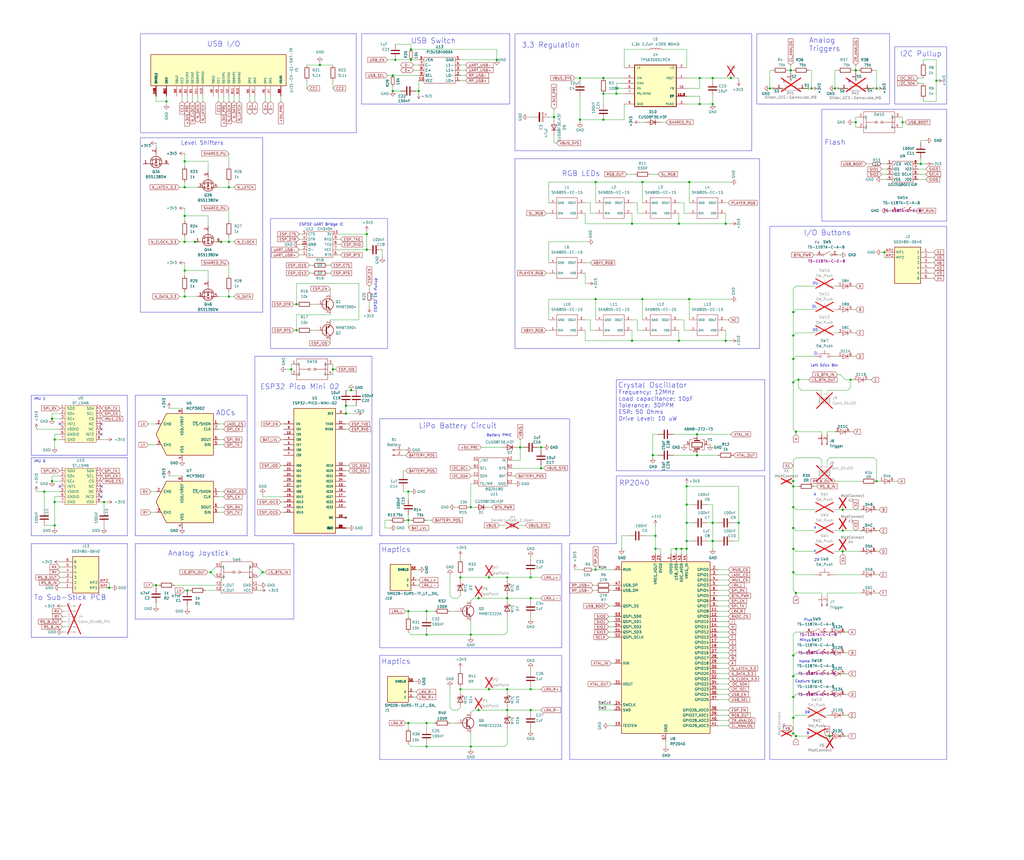
<source format=kicad_sch>
(kicad_sch (version 20231120) (generator "eeschema") (generator_version "8.0")
  (paper "User" 500 420)
  (title_block (title "GC Ultimate R4K") (date "2024-09-24") (company "Hand Held Legend, LLC"))
  (junction (at 389.89 185.42))
  (junction (at 247.65 281.94))
  (junction (at 90.17 144.78))
  (junction (at 354.33 166.37))
  (junction (at 53.34 287.02))
  (junction (at 335.28 264.16))
  (junction (at 264.16 218.44))
  (junction (at 388.62 359.41))
  (junction (at 90.17 105.41))
  (junction (at 417.83 34.29))
  (junction (at 313.69 88.9))
  (junction (at 387.35 234.95))
  (junction (at 417.83 59.69))
  (junction (at 335.28 237.49))
  (junction (at 259.08 336.55))
  (junction (at 407.67 43.18))
  (junction (at 387.35 340.36))
  (junction (at 90.17 91.44))
  (junction (at 427.99 234.95))
  (junction (at 254 218.44))
  (junction (at 387.35 247.65))
  (junction (at 283.21 38.1))
  (junction (at 199.39 353.06))
  (junction (at 387.35 279.4))
  (junction (at 90.17 78.74))
  (junction (at 200.66 24.13))
  (junction (at 335.28 246.38))
  (junction (at 332.74 267.97))
  (junction (at 356.87 38.1))
  (junction (at 25.4 204.47))
  (junction (at 340.36 222.25))
  (junction (at 111.76 91.44))
  (junction (at 375.92 43.18))
  (junction (at 347.98 255.27))
  (junction (at 290.83 278.13))
  (junction (at 449.58 80.01))
  (junction (at 294.64 38.1))
  (junction (at 107.95 118.11))
  (junction (at 25.4 234.95))
  (junction (at 411.48 248.92))
  (junction (at 179.07 114.3))
  (junction (at 162.56 180.34))
  (junction (at 26.67 245.11))
  (junction (at 387.35 175.26))
  (junction (at 440.69 59.69))
  (junction (at 208.28 309.88))
  (junction (at 335.28 255.27))
  (junction (at 179.07 121.92))
  (junction (at 229.87 364.49))
  (junction (at 171.45 190.5))
  (junction (at 199.39 254))
  (junction (at 242.57 29.21))
  (junction (at 168.91 198.12))
  (junction (at 313.69 146.05))
  (junction (at 81.28 49.53))
  (junction (at 308.61 109.22))
  (junction (at 26.67 256.54))
  (junction (at 144.78 148.59))
  (junction (at 200.66 29.21))
  (junction (at 283.21 58.42))
  (junction (at 199.39 298.45))
  (junction (at 341.63 38.1))
  (junction (at 388.62 210.82))
  (junction (at 411.48 269.24))
  (junction (at 330.2 267.97))
  (junction (at 300.99 43.18))
  (junction (at 191.77 44.45))
  (junction (at 388.62 289.56))
  (junction (at 144.78 161.29))
  (junction (at 259.08 346.71))
  (junction (at 76.2 285.75))
  (junction (at 270.51 57.15))
  (junction (at 335.28 267.97))
  (junction (at 347.98 50.8))
  (junction (at 229.87 247.65))
  (junction (at 233.68 292.1))
  (junction (at 387.35 163.83))
  (junction (at 156.21 31.75))
  (junction (at 95.25 118.11))
  (junction (at 387.35 237.49))
  (junction (at 415.29 185.42))
  (junction (at 294.64 58.42))
  (junction (at 204.47 44.45))
  (junction (at 387.35 358.14))
  (junction (at 320.04 261.62))
  (junction (at 336.55 88.9))
  (junction (at 336.55 146.05))
  (junction (at 259.08 292.1))
  (junction (at 340.36 212.09))
  (junction (at 290.83 88.9))
  (junction (at 208.28 298.45))
  (junction (at 405.13 359.41))
  (junction (at 191.77 36.83))
  (junction (at 259.08 281.94))
  (junction (at 431.8 123.19))
  (junction (at 90.17 118.11))
  (junction (at 111.76 144.78))
  (junction (at 457.2 39.37))
  (junction (at 308.61 166.37))
  (junction (at 294.64 45.72))
  (junction (at 347.98 264.16))
  (junction (at 347.98 38.1))
  (junction (at 50.8 245.11))
  (junction (at 208.28 353.06))
  (junction (at 387.35 257.81))
  (junction (at 331.47 109.22))
  (junction (at 354.33 109.22))
  (junction (at 199.39 240.03))
  (junction (at 387.35 330.2))
  (junction (at 247.65 346.71))
  (junction (at 26.67 214.63))
  (junction (at 331.47 166.37))
  (junction (at 387.35 186.69))
  (junction (at 264.16 228.6))
  (junction (at 427.99 43.18))
  (junction (at 238.76 336.55))
  (junction (at 91.44 288.29))
  (junction (at 247.65 336.55))
  (junction (at 238.76 281.94))
  (junction (at 102.87 279.4))
  (junction (at 320.04 267.97))
  (junction (at 387.35 267.97))
  (junction (at 386.08 34.29))
  (junction (at 224.79 281.94))
  (junction (at 233.68 346.71))
  (junction (at 142.24 180.34))
  (junction (at 21.59 240.03))
  (junction (at 90.17 132.08))
  (junction (at 111.76 118.11))
  (junction (at 387.35 152.4))
  (junction (at 128.27 279.4))
  (junction (at 208.28 364.49))
  (junction (at 341.63 50.8))
  (junction (at 193.04 29.21))
  (junction (at 318.77 222.25))
  (junction (at 411.48 259.08))
  (junction (at 387.35 350.52))
  (junction (at 300.99 45.72))
  (junction (at 396.24 43.18))
  (junction (at 360.68 255.27))
  (junction (at 290.83 146.05))
  (junction (at 247.65 292.1))
  (junction (at 168.91 201.93))
  (junction (at 229.87 309.88))
  (junction (at 224.79 336.55))
  (junction (at 387.35 320.04))
  (no_connect (at 29.21 237.49))
  (no_connect (at 49.53 237.49))
  (no_connect (at 29.21 207.01))
  (no_connect (at 49.53 212.09))
  (no_connect (at 49.53 207.01))
  (no_connect (at 49.53 240.03))
  (no_connect (at 49.53 209.55))
  (no_connect (at 49.53 242.57))
  (wire (pts (xy 124.46 46.99) (xy 124.46 49.53)))
  (wire (pts (xy 29.21 284.48) (xy 30.48 284.48)))
  (wire (pts (xy 397.51 124.46) (xy 398.78 124.46)))
  (wire (pts (xy 335.28 264.16) (xy 337.82 264.16)))
  (wire (pts (xy 30.48 306.07) (xy 31.75 306.07)))
  (wire (pts (xy 254 218.44) (xy 254 224.79)))
  (wire (pts (xy 388.62 248.92) (xy 387.35 247.65)))
  (wire (pts (xy 96.52 91.44) (xy 90.17 91.44)))
  (wire (pts (xy 448.31 40.64) (xy 450.85 40.64)))
  (wire (pts (xy 388.62 359.41) (xy 393.7 359.41)))
  (wire (pts (xy 391.16 190.5) (xy 401.32 190.5)))
  (wire (pts (xy 87.63 91.44) (xy 90.17 91.44)))
  (polyline (pts (xy 373.38 228.6) (xy 373.38 229.87)))
  (wire (pts (xy 350.52 306.07) (xy 355.6 306.07)))
  (wire (pts (xy 247.65 345.44) (xy 247.65 346.71)))
  (wire (pts (xy 350.52 336.55) (xy 355.6 336.55)))
  (wire (pts (xy 389.89 189.23) (xy 391.16 190.5)))
  (wire (pts (xy 101.6 78.74) (xy 90.17 78.74)))
  (wire (pts (xy 283.21 58.42) (xy 294.64 58.42)))
  (wire (pts (xy 334.01 217.17) (xy 335.28 217.17)))
  (wire (pts (xy 265.43 218.44) (xy 264.16 218.44)))
  (wire (pts (xy 111.76 74.93) (xy 111.76 81.28)))
  (wire (pts (xy 388.62 259.08) (xy 387.35 257.81)))
  (wire (pts (xy 111.76 144.78) (xy 111.76 142.24)))
  (wire (pts (xy 321.31 222.25) (xy 318.77 222.25)))
  (wire (pts (xy 254 218.44) (xy 255.27 218.44)))
  (wire (pts (xy 336.55 146.05) (xy 336.55 156.21)))
  (wire (pts (xy 266.7 161.29) (xy 267.97 161.29)))
  (wire (pts (xy 388.62 185.42) (xy 387.35 186.69)))
  (wire (pts (xy 340.36 222.25) (xy 350.52 222.25)))
  (wire (pts (xy 449.58 68.58) (xy 449.58 69.85)))
  (wire (pts (xy 414.02 308.61) (xy 412.75 308.61)))
  (wire (pts (xy 330.2 267.97) (xy 330.2 270.51)))
  (wire (pts (xy 161.29 140.97) (xy 161.29 143.51)))
  (wire (pts (xy 345.44 246.38) (xy 347.98 246.38)))
  (wire (pts (xy 234.95 218.44) (xy 245.11 218.44)))
  (wire (pts (xy 300.99 45.72) (xy 300.99 43.18)))
  (wire (pts (xy 350.52 331.47) (xy 355.6 331.47)))
  (wire (pts (xy 408.94 151.13) (xy 407.67 151.13)))
  (wire (pts (xy 350.52 280.67) (xy 355.6 280.67)))
  (wire (pts (xy 95.25 118.11) (xy 90.17 118.11)))
  (wire (pts (xy 49.53 245.11) (xy 50.8 245.11)))
  (wire (pts (xy 350.52 285.75) (xy 355.6 285.75)))
  (wire (pts (xy 29.21 276.86) (xy 30.48 276.86)))
  (polyline (pts (xy 462.28 107.95) (xy 401.32 107.95)))
  (wire (pts (xy 29.21 281.94) (xy 30.48 281.94)))
  (wire (pts (xy 350.52 288.29) (xy 355.6 288.29)))
  (wire (pts (xy 445.77 102.87) (xy 447.04 102.87)))
  (polyline (pts (xy 185.42 320.04) (xy 274.32 320.04)))
  (wire (pts (xy 199.39 298.45) (xy 199.39 300.99)))
  (wire (pts (xy 137.16 214.63) (xy 138.43 214.63)))
  (wire (pts (xy 111.76 118.11) (xy 114.3 118.11)))
  (wire (pts (xy 25.4 232.41) (xy 25.4 234.95)))
  (wire (pts (xy 430.53 80.01) (xy 433.07 80.01)))
  (wire (pts (xy 311.15 161.29) (xy 313.69 161.29)))
  (wire (pts (xy 307.34 261.62) (xy 303.53 261.62)))
  (wire (pts (xy 350.52 295.91) (xy 355.6 295.91)))
  (wire (pts (xy 267.97 99.06) (xy 267.97 88.9)))
  (polyline (pts (xy 62.23 223.52) (xy 62.23 261.62)))
  (wire (pts (xy 229.87 247.65) (xy 228.6 247.65)))
  (wire (pts (xy 388.62 162.56) (xy 387.35 163.83)))
  (wire (pts (xy 250.19 236.22) (xy 251.46 236.22)))
  (wire (pts (xy 199.39 243.84) (xy 199.39 240.03)))
  (wire (pts (xy 229.87 228.6) (xy 231.14 228.6)))
  (wire (pts (xy 186.69 125.73) (xy 186.69 121.92)))
  (wire (pts (xy 314.96 261.62) (xy 320.04 261.62)))
  (wire (pts (xy 271.78 69.85) (xy 270.51 69.85)))
  (wire (pts (xy 294.64 58.42) (xy 304.8 58.42)))
  (wire (pts (xy 254 256.54) (xy 256.54 256.54)))
  (wire (pts (xy 125.73 276.86) (xy 128.27 279.4)))
  (wire (pts (xy 330.2 267.97) (xy 332.74 267.97)))
  (polyline (pts (xy 66.04 193.04) (xy 120.65 193.04)))
  (wire (pts (xy 405.13 349.25) (xy 403.86 349.25)))
  (wire (pts (xy 323.85 24.13) (xy 335.28 24.13)))
  (wire (pts (xy 146.05 119.38) (xy 147.32 119.38)))
  (wire (pts (xy 29.21 279.4) (xy 30.48 279.4)))
  (wire (pts (xy 387.35 140.97) (xy 388.62 139.7)))
  (wire (pts (xy 257.81 57.15) (xy 260.35 57.15)))
  (wire (pts (xy 254 214.63) (xy 254 218.44)))
  (wire (pts (xy 137.16 227.33) (xy 138.43 227.33)))
  (wire (pts (xy 417.83 34.29) (xy 419.1 34.29)))
  (wire (pts (xy 30.48 295.91) (xy 31.75 295.91)))
  (wire (pts (xy 332.74 267.97) (xy 335.28 267.97)))
  (wire (pts (xy 247.65 363.22) (xy 246.38 364.49)))
  (wire (pts (xy 386.08 34.29) (xy 387.35 34.29)))
  (wire (pts (xy 388.62 210.82) (xy 387.35 209.55)))
  (wire (pts (xy 224.79 280.67) (xy 224.79 281.94)))
  (wire (pts (xy 455.93 135.89) (xy 454.66 135.89)))
  (wire (pts (xy 314.96 59.69) (xy 312.42 59.69)))
  (wire (pts (xy 318.77 222.25) (xy 318.77 223.52)))
  (wire (pts (xy 388.62 359.41) (xy 388.62 360.68)))
  (wire (pts (xy 412.75 185.42) (xy 415.29 185.42)))
  (wire (pts (xy 350.52 339.09) (xy 355.6 339.09)))
  (wire (pts (xy 26.67 212.09) (xy 29.21 212.09)))
  (wire (pts (xy 168.91 207.01) (xy 170.18 207.01)))
  (wire (pts (xy 50.8 256.54) (xy 50.8 257.81)))
  (wire (pts (xy 350.52 341.63) (xy 355.6 341.63)))
  (polyline (pts (xy 370.84 77.47) (xy 370.84 170.18)))
  (wire (pts (xy 408.94 124.46) (xy 410.21 124.46)))
  (wire (pts (xy 229.87 232.41) (xy 231.14 232.41)))
  (wire (pts (xy 180.34 139.7) (xy 180.34 142.24)))
  (wire (pts (xy 360.68 255.27) (xy 360.68 264.16)))
  (wire (pts (xy 335.28 50.8) (xy 341.63 50.8)))
  (wire (pts (xy 139.7 180.34) (xy 142.24 180.34)))
  (wire (pts (xy 229.87 309.88) (xy 246.38 309.88)))
  (wire (pts (xy 199.39 240.03) (xy 200.66 240.03)))
  (wire (pts (xy 407.67 234.95) (xy 420.37 234.95)))
  (wire (pts (xy 388.62 151.13) (xy 387.35 152.4)))
  (wire (pts (xy 208.28 308.61) (xy 208.28 309.88)))
  (wire (pts (xy 403.86 210.82) (xy 407.67 210.82)))
  (polyline (pts (xy 274.32 265.43) (xy 274.32 316.23)))
  (polyline (pts (xy 62.23 261.62) (xy 15.24 261.62)))
  (wire (pts (xy 219.71 353.06) (xy 222.25 353.06)))
  (wire (pts (xy 288.29 156.21) (xy 288.29 161.29)))
  (polyline (pts (xy 278.13 265.43) (xy 300.99 265.43)))
  (wire (pts (xy 231.14 236.22) (xy 229.87 236.22)))
  (wire (pts (xy 82.55 199.39) (xy 88.9 199.39)))
  (wire (pts (xy 191.77 44.45) (xy 195.58 44.45)))
  (wire (pts (xy 111.76 118.11) (xy 111.76 115.57)))
  (wire (pts (xy 30.48 298.45) (xy 31.75 298.45)))
  (wire (pts (xy 229.87 364.49) (xy 229.87 365.76)))
  (polyline (pts (xy 15.24 223.52) (xy 15.24 261.62)))
  (wire (pts (xy 224.79 336.55) (xy 238.76 336.55)))
  (wire (pts (xy 168.91 209.55) (xy 170.18 209.55)))
  (wire (pts (xy 297.18 311.15) (xy 299.72 311.15)))
  (wire (pts (xy 285.75 109.22) (xy 285.75 104.14)))
  (wire (pts (xy 229.87 293.37) (xy 231.14 292.1)))
  (wire (pts (xy 421.64 43.18) (xy 427.99 43.18)))
  (wire (pts (xy 386.08 34.29) (xy 384.81 34.29)))
  (wire (pts (xy 259.08 346.71) (xy 259.08 347.98)))
  (wire (pts (xy 427.99 43.18) (xy 427.99 34.29)))
  (wire (pts (xy 387.35 186.69) (xy 387.35 175.26)))
  (wire (pts (xy 219.71 335.28) (xy 219.71 345.44)))
  (wire (pts (xy 229.87 358.14) (xy 229.87 364.49)))
  (wire (pts (xy 387.35 237.49) (xy 387.35 247.65)))
  (wire (pts (xy 29.21 274.32) (xy 30.48 274.32)))
  (wire (pts (xy 375.92 34.29) (xy 377.19 34.29)))
  (wire (pts (xy 242.57 24.13) (xy 242.57 29.21)))
  (wire (pts (xy 21.59 248.92) (xy 21.59 240.03)))
  (wire (pts (xy 396.24 34.29) (xy 394.97 34.29)))
  (wire (pts (xy 106.68 91.44) (xy 111.76 91.44)))
  (wire (pts (xy 196.85 219.71) (xy 198.12 219.71)))
  (wire (pts (xy 25.4 234.95) (xy 29.21 234.95)))
  (wire (pts (xy 283.21 59.69) (xy 283.21 58.42)))
  (wire (pts (xy 30.48 308.61) (xy 31.75 308.61)))
  (wire (pts (xy 448.31 82.55) (xy 452.12 82.55)))
  (wire (pts (xy 26.67 214.63) (xy 29.21 214.63)))
  (wire (pts (xy 247.65 336.55) (xy 259.08 336.55)))
  (wire (pts (xy 73.66 240.03) (xy 76.2 240.03)))
  (wire (pts (xy 411.48 269.24) (xy 420.37 269.24)))
  (wire (pts (xy 448.31 87.63) (xy 452.12 87.63)))
  (wire (pts (xy 247.65 300.99) (xy 247.65 308.61)))
  (wire (pts (xy 90.17 78.74) (xy 90.17 81.28)))
  (wire (pts (xy 450.85 30.48) (xy 450.85 29.21)))
  (polyline (pts (xy 373.38 232.41) (xy 300.99 232.41)))
  (wire (pts (xy 306.07 85.09) (xy 309.88 85.09)))
  (wire (pts (xy 107.95 118.11) (xy 111.76 118.11)))
  (wire (pts (xy 156.21 31.75) (xy 156.21 30.48)))
  (wire (pts (xy 417.83 139.7) (xy 416.56 139.7)))
  (wire (pts (xy 321.31 212.09) (xy 318.77 212.09)))
  (wire (pts (xy 190.5 257.81) (xy 187.96 257.81)))
  (wire (pts (xy 77.47 285.75) (xy 76.2 285.75)))
  (wire (pts (xy 90.17 128.27) (xy 90.17 132.08)))
  (wire (pts (xy 91.44 46.99) (xy 91.44 49.53)))
  (wire (pts (xy 388.62 269.24) (xy 387.35 267.97)))
  (wire (pts (xy 201.93 337.82) (xy 203.2 337.82)))
  (wire (pts (xy 401.32 210.82) (xy 401.32 212.09)))
  (wire (pts (xy 335.28 236.22) (xy 335.28 237.49)))
  (wire (pts (xy 417.83 173.99) (xy 416.56 173.99)))
  (wire (pts (xy 189.23 29.21) (xy 193.04 29.21)))
  (wire (pts (xy 347.98 255.27) (xy 347.98 264.16)))
  (wire (pts (xy 288.29 161.29) (xy 290.83 161.29)))
  (wire (pts (xy 146.05 114.3) (xy 147.32 114.3)))
  (wire (pts (xy 72.39 217.17) (xy 76.2 217.17)))
  (wire (pts (xy 26.67 242.57) (xy 26.67 245.11)))
  (polyline (pts (xy 62.23 222.25) (xy 15.24 222.25)))
  (wire (pts (xy 403.86 289.56) (xy 403.86 290.83)))
  (polyline (pts (xy 274.32 316.23) (xy 185.42 316.23)))
  (wire (pts (xy 101.6 279.4) (xy 102.87 279.4)))
  (wire (pts (xy 168.91 201.93) (xy 173.99 201.93)))
  (wire (pts (xy 407.67 280.67) (xy 420.37 280.67)))
  (wire (pts (xy 416.56 185.42) (xy 415.29 185.42)))
  (wire (pts (xy 111.76 128.27) (xy 111.76 134.62)))
  (wire (pts (xy 259.08 271.78) (xy 259.08 273.05)))
  (wire (pts (xy 160.02 129.54) (xy 161.29 129.54)))
  (wire (pts (xy 208.28 353.06) (xy 212.09 353.06)))
  (wire (pts (xy 243.84 256.54) (xy 246.38 256.54)))
  (wire (pts (xy 448.31 85.09) (xy 452.12 85.09)))
  (wire (pts (xy 350.52 311.15) (xy 355.6 311.15)))
  (wire (pts (xy 425.45 185.42) (xy 424.18 185.42)))
  (wire (pts (xy 285.75 156.21) (xy 288.29 156.21)))
  (wire (pts (xy 350.52 351.79) (xy 355.6 351.79)))
  (wire (pts (xy 350.52 278.13) (xy 355.6 278.13)))
  (wire (pts (xy 114.3 46.99) (xy 114.3 49.53)))
  (wire (pts (xy 360.68 237.49) (xy 360.68 255.27)))
  (wire (pts (xy 204.47 278.13) (xy 203.2 278.13)))
  (wire (pts (xy 49.53 214.63) (xy 52.07 214.63)))
  (wire (pts (xy 175.26 156.21) (xy 175.26 138.43)))
  (wire (pts (xy 106.68 217.17) (xy 109.22 217.17)))
  (wire (pts (xy 297.18 354.33) (xy 299.72 354.33)))
  (wire (pts (xy 297.18 308.61) (xy 299.72 308.61)))
  (wire (pts (xy 387.35 247.65) (xy 387.35 257.81)))
  (wire (pts (xy 311.15 99.06) (xy 311.15 104.14)))
  (wire (pts (xy 26.67 245.11) (xy 29.21 245.11)))
  (wire (pts (xy 313.69 146.05) (xy 336.55 146.05)))
  (wire (pts (xy 289.56 278.13) (xy 290.83 278.13)))
  (wire (pts (xy 427.99 289.56) (xy 429.26 289.56)))
  (wire (pts (xy 91.44 288.29) (xy 90.17 288.29)))
  (wire (pts (xy 320.04 256.54) (xy 320.04 261.62)))
  (wire (pts (xy 389.89 185.42) (xy 389.89 189.23)))
  (wire (pts (xy 299.72 344.17) (xy 292.1 344.17)))
  (wire (pts (xy 336.55 88.9) (xy 356.87 88.9)))
  (wire (pts (xy 335.28 264.16) (xy 335.28 267.97)))
  (wire (pts (xy 350.52 328.93) (xy 355.6 328.93)))
  (wire (pts (xy 356.87 38.1) (xy 360.68 38.1)))
  (wire (pts (xy 335.28 255.27) (xy 335.28 264.16)))
  (wire (pts (xy 439.42 57.15) (xy 440.69 57.15)))
  (wire (pts (xy 142.24 180.34) (xy 142.24 182.88)))
  (wire (pts (xy 76.2 69.85) (xy 76.2 72.39)))
  (wire (pts (xy 285.75 138.43) (xy 285.75 133.35)))
  (wire (pts (xy 327.66 267.97) (xy 330.2 267.97)))
  (wire (pts (xy 229.87 309.88) (xy 229.87 311.15)))
  (wire (pts (xy 455.93 130.81) (xy 454.66 130.81)))
  (wire (pts (xy 96.52 144.78) (xy 90.17 144.78)))
  (wire (pts (xy 199.39 254) (xy 198.12 254)))
  (wire (pts (xy 100.33 288.29) (xy 105.41 288.29)))
  (wire (pts (xy 386.08 31.75) (xy 386.08 34.29)))
  (wire (pts (xy 388.62 328.93) (xy 387.35 330.2)))
  (wire (pts (xy 320.04 261.62) (xy 320.04 267.97)))
  (wire (pts (xy 427.99 269.24) (xy 429.26 269.24)))
  (wire (pts (xy 204.47 283.21) (xy 203.2 283.21)))
  (wire (pts (xy 137.16 46.99) (xy 137.16 49.53)))
  (wire (pts (xy 88.9 46.99) (xy 88.9 49.53)))
  (wire (pts (xy 417.83 34.29) (xy 416.56 34.29)))
  (wire (pts (xy 350.52 308.61) (xy 355.6 308.61)))
  (wire (pts (xy 408.94 182.88) (xy 410.21 182.88)))
  (wire (pts (xy 224.79 271.78) (xy 224.79 273.05)))
  (wire (pts (xy 168.91 190.5) (xy 171.45 190.5)))
  (wire (pts (xy 397.51 151.13) (xy 388.62 151.13)))
  (wire (pts (xy 450.85 48.26) (xy 450.85 49.53)))
  (wire (pts (xy 231.14 346.71) (xy 233.68 346.71)))
  (wire (pts (xy 50.8 245.11) (xy 52.07 245.11)))
  (polyline (pts (xy 185.42 265.43) (xy 274.32 265.43)))
  (wire (pts (xy 387.35 237.49) (xy 389.89 237.49)))
  (wire (pts (xy 128.27 279.4) (xy 129.54 279.4)))
  (wire (pts (xy 187.96 257.81) (xy 187.96 254)))
  (wire (pts (xy 387.35 358.14) (xy 388.62 359.41)))
  (wire (pts (xy 427.99 224.79) (xy 427.99 234.95)))
  (wire (pts (xy 283.21 38.1) (xy 294.64 38.1)))
  (wire (pts (xy 196.85 229.87) (xy 196.85 231.14)))
  (wire (pts (xy 259.08 292.1) (xy 259.08 293.37)))
  (wire (pts (xy 294.64 38.1) (xy 304.8 38.1)))
  (wire (pts (xy 347.98 38.1) (xy 347.98 39.37)))
  (wire (pts (xy 396.24 43.18) (xy 389.89 43.18)))
  (wire (pts (xy 267.97 118.11) (xy 287.02 118.11)))
  (wire (pts (xy 388.62 223.52) (xy 387.35 224.79)))
  (wire (pts (xy 397.51 162.56) (xy 388.62 162.56)))
  (wire (pts (xy 331.47 166.37) (xy 331.47 161.29)))
  (wire (pts (xy 259.08 292.1) (xy 264.16 292.1)))
  (wire (pts (xy 208.28 298.45) (xy 208.28 300.99)))
  (wire (pts (xy 308.61 156.21) (xy 311.15 156.21)))
  (wire (pts (xy 208.28 353.06) (xy 208.28 355.6)))
  (wire (pts (xy 430.53 82.55) (xy 433.07 82.55)))
  (polyline (pts (xy 185.42 283.21) (xy 185.42 316.23)))
  (wire (pts (xy 161.29 156.21) (xy 175.26 156.21)))
  (wire (pts (xy 101.6 137.16) (xy 101.6 132.08)))
  (wire (pts (xy 414.02 318.77) (xy 412.75 318.77)))
  (wire (pts (xy 85.09 285.75) (xy 105.41 285.75)))
  (wire (pts (xy 426.72 223.52) (xy 427.99 224.79)))
  (wire (pts (xy 201.93 34.29) (xy 204.47 34.29)))
  (polyline (pts (xy 274.32 370.84) (xy 185.42 370.84)))
  (wire (pts (xy 87.63 118.11) (xy 90.17 118.11)))
  (wire (pts (xy 290.83 276.86) (xy 290.83 278.13)))
  (wire (pts (xy 350.52 346.71) (xy 355.6 346.71)))
  (wire (pts (xy 25.4 201.93) (xy 25.4 204.47)))
  (wire (pts (xy 360.68 264.16) (xy 358.14 264.16)))
  (wire (pts (xy 259.08 280.67) (xy 259.08 281.94)))
  (wire (pts (xy 106.68 242.57) (xy 109.22 242.57)))
  (wire (pts (xy 350.52 303.53) (xy 355.6 303.53)))
  (wire (pts (xy 187.96 254) (xy 190.5 254)))
  (wire (pts (xy 417.83 31.75) (xy 417.83 34.29)))
  (wire (pts (xy 297.18 303.53) (xy 299.72 303.53)))
  (wire (pts (xy 259.08 326.39) (xy 259.08 327.66)))
  (wire (pts (xy 407.67 34.29) (xy 408.94 34.29)))
  (wire (pts (xy 387.35 340.36) (xy 387.35 350.52)))
  (wire (pts (xy 111.76 46.99) (xy 111.76 49.53)))
  (wire (pts (xy 335.28 255.27) (xy 337.82 255.27)))
  (wire (pts (xy 109.22 46.99) (xy 109.22 49.53)))
  (wire (pts (xy 247.65 346.71) (xy 247.65 347.98)))
  (wire (pts (xy 354.33 109.22) (xy 354.33 104.14)))
  (wire (pts (xy 397.51 269.24) (xy 388.62 269.24)))
  (wire (pts (xy 457.2 29.21) (xy 457.2 39.37)))
  (wire (pts (xy 336.55 88.9) (xy 336.55 99.06)))
  (wire (pts (xy 231.14 292.1) (xy 233.68 292.1)))
  (wire (pts (xy 250.19 232.41) (xy 251.46 232.41)))
  (wire (pts (xy 411.48 259.08) (xy 407.67 259.08)))
  (wire (pts (xy 111.76 91.44) (xy 114.3 91.44)))
  (wire (pts (xy 53.34 287.02) (xy 54.61 287.02)))
  (wire (pts (xy 196.85 240.03) (xy 199.39 240.03)))
  (wire (pts (xy 410.21 182.88) (xy 412.75 185.42)))
  (wire (pts (xy 457.2 49.53) (xy 457.2 39.37)))
  (wire (pts (xy 250.19 224.79) (xy 254 224.79)))
  (polyline (pts (xy 462.28 53.34) (xy 462.28 107.95)))
  (wire (pts (xy 417.83 62.23) (xy 419.1 62.23)))
  (wire (pts (xy 142.24 177.8) (xy 142.24 180.34)))
  (wire (pts (xy 29.21 287.02) (xy 30.48 287.02)))
  (wire (pts (xy 294.64 45.72) (xy 294.64 50.8)))
  (wire (pts (xy 405.13 359.41) (xy 403.86 359.41)))
  (wire (pts (xy 356.87 166.37) (xy 354.33 166.37)))
  (wire (pts (xy 405.13 328.93) (xy 403.86 328.93)))
  (wire (pts (xy 332.74 267.97) (xy 332.74 270.51)))
  (wire (pts (xy 26.67 257.81) (xy 26.67 256.54)))
  (wire (pts (xy 199.39 353.06) (xy 199.39 355.6)))
  (wire (pts (xy 327.66 270.51) (xy 327.66 267.97)))
  (wire (pts (xy 29.21 201.93) (xy 25.4 201.93)))
  (polyline (pts (xy 68.58 67.31) (xy 68.58 152.4)))
  (wire (pts (xy 129.54 46.99) (xy 129.54 49.53)))
  (wire (pts (xy 162.56 39.37) (xy 162.56 43.18)))
  (wire (pts (xy 449.58 77.47) (xy 449.58 80.01)))
  (wire (pts (xy 431.8 123.19) (xy 430.53 123.19)))
  (wire (pts (xy 121.92 46.99) (xy 121.92 49.53)))
  (wire (pts (xy 388.62 280.67) (xy 387.35 279.4)))
  (wire (pts (xy 229.87 247.65) (xy 231.14 247.65)))
  (wire (pts (xy 308.61 166.37) (xy 308.61 161.29)))
  (wire (pts (xy 143.51 148.59) (xy 144.78 148.59)))
  (wire (pts (xy 90.17 74.93) (xy 90.17 78.74)))
  (wire (pts (xy 387.35 309.88) (xy 387.35 320.04)))
  (wire (pts (xy 401.32 289.56) (xy 401.32 290.83)))
  (wire (pts (xy 267.97 57.15) (xy 270.51 57.15)))
  (wire (pts (xy 393.7 308.61) (xy 388.62 308.61)))
  (wire (pts (xy 397.51 248.92) (xy 388.62 248.92)))
  (wire (pts (xy 125.73 281.94) (xy 128.27 279.4)))
  (wire (pts (xy 405.13 318.77) (xy 403.86 318.77)))
  (wire (pts (xy 387.35 257.81) (xy 387.35 267.97)))
  (wire (pts (xy 397.51 173.99) (xy 388.62 173.99)))
  (wire (pts (xy 199.39 257.81) (xy 199.39 254)))
  (polyline (pts (xy 15.24 193.04) (xy 15.24 222.25)))
  (wire (pts (xy 440.69 59.69) (xy 441.96 59.69)))
  (wire (pts (xy 448.31 38.1) (xy 450.85 38.1)))
  (wire (pts (xy 224.79 34.29) (xy 227.33 34.29)))
  (wire (pts (xy 222.25 247.65) (xy 223.52 247.65)))
  (wire (pts (xy 224.79 281.94) (xy 238.76 281.94)))
  (wire (pts (xy 168.91 257.81) (xy 170.18 257.81)))
  (wire (pts (xy 439.42 62.23) (xy 440.69 62.23)))
  (polyline (pts (xy 120.65 193.04) (xy 120.65 261.62)))
  (wire (pts (xy 191.77 41.91) (xy 191.77 44.45)))
  (polyline (pts (xy 373.38 185.42) (xy 373.38 228.6)))
  (wire (pts (xy 259.08 281.94) (xy 264.16 281.94)))
  (wire (pts (xy 125.73 288.29) (xy 127 288.29)))
  (wire (pts (xy 388.62 308.61) (xy 387.35 309.88)))
  (wire (pts (xy 313.69 88.9) (xy 336.55 88.9)))
  (polyline (pts (xy 128.27 67.31) (xy 128.27 152.4)))
  (wire (pts (xy 220.98 292.1) (xy 219.71 290.83)))
  (wire (pts (xy 354.33 156.21) (xy 355.6 156.21)))
  (wire (pts (xy 335.28 237.49) (xy 335.28 246.38)))
  (wire (pts (xy 325.12 361.95) (xy 325.12 364.49)))
  (wire (pts (xy 308.61 109.22) (xy 308.61 104.14)))
  (wire (pts (xy 354.33 109.22) (xy 331.47 109.22)))
  (wire (pts (xy 304.8 45.72) (xy 300.99 45.72)))
  (wire (pts (xy 449.58 68.58) (xy 452.12 68.58)))
  (polyline (pts (xy 353.06 229.87) (xy 300.99 229.87)))
  (wire (pts (xy 347.98 38.1) (xy 356.87 38.1)))
  (wire (pts (xy 17.78 209.55) (xy 29.21 209.55)))
  (wire (pts (xy 280.67 38.1) (xy 283.21 38.1)))
  (wire (pts (xy 417.83 59.69) (xy 417.83 62.23)))
  (wire (pts (xy 388.62 349.25) (xy 387.35 350.52)))
  (wire (pts (xy 283.21 39.37) (xy 283.21 38.1)))
  (wire (pts (xy 165.1 119.38) (xy 166.37 119.38)))
  (wire (pts (xy 350.52 326.39) (xy 355.6 326.39)))
  (wire (pts (xy 229.87 303.53) (xy 229.87 309.88)))
  (wire (pts (xy 146.05 121.92) (xy 147.32 121.92)))
  (wire (pts (xy 90.17 105.41) (xy 90.17 107.95)))
  (wire (pts (xy 90.17 118.11) (xy 90.17 115.57)))
  (wire (pts (xy 290.83 288.29) (xy 289.56 288.29)))
  (wire (pts (xy 151.13 133.35) (xy 152.4 133.35)))
  (wire (pts (xy 335.28 246.38) (xy 335.28 255.27)))
  (wire (pts (xy 450.85 49.53) (xy 457.2 49.53)))
  (wire (pts (xy 388.62 210.82) (xy 388.62 212.09)))
  (polyline (pts (xy 120.65 261.62) (xy 66.04 261.62)))
  (wire (pts (xy 299.72 285.75) (xy 298.45 285.75)))
  (wire (pts (xy 335.28 38.1) (xy 341.63 38.1)))
  (wire (pts (xy 299.72 288.29) (xy 298.45 288.29)))
  (wire (pts (xy 196.85 222.25) (xy 198.12 222.25)))
  (wire (pts (xy 204.47 285.75) (xy 203.2 285.75)))
  (wire (pts (xy 407.67 162.56) (xy 408.94 162.56)))
  (wire (pts (xy 414.02 190.5) (xy 415.29 189.23)))
  (wire (pts (xy 388.62 289.56) (xy 387.35 288.29)))
  (wire (pts (xy 455.93 133.35) (xy 454.66 133.35)))
  (wire (pts (xy 208.28 309.88) (xy 229.87 309.88)))
  (wire (pts (xy 417.83 57.15) (xy 417.83 59.69)))
  (wire (pts (xy 105.41 281.94) (xy 102.87 279.4)))
  (wire (pts (xy 341.63 43.18) (xy 341.63 38.1)))
  (wire (pts (xy 347.98 246.38) (xy 347.98 255.27)))
  (wire (pts (xy 259.08 355.6) (xy 259.08 356.87)))
  (wire (pts (xy 220.98 292.1) (xy 223.52 292.1)))
  (wire (pts (xy 336.55 146.05) (xy 356.87 146.05)))
  (wire (pts (xy 388.62 173.99) (xy 387.35 175.26)))
  (wire (pts (xy 267.97 146.05) (xy 290.83 146.05)))
  (wire (pts (xy 144.78 138.43) (xy 144.78 148.59)))
  (wire (pts (xy 285.75 138.43) (xy 287.02 138.43)))
  (wire (pts (xy 101.6 132.08) (xy 90.17 132.08)))
  (wire (pts (xy 320.04 267.97) (xy 322.58 267.97)))
  (wire (pts (xy 313.69 88.9) (xy 313.69 99.06)))
  (wire (pts (xy 165.1 116.84) (xy 166.37 116.84)))
  (wire (pts (xy 350.52 298.45) (xy 355.6 298.45)))
  (wire (pts (xy 204.47 44.45) (xy 204.47 45.72)))
  (wire (pts (xy 454.66 128.27) (xy 455.93 128.27)))
  (wire (pts (xy 247.65 281.94) (xy 247.65 283.21)))
  (wire (pts (xy 285.75 166.37) (xy 285.75 161.29)))
  (wire (pts (xy 76.2 294.64) (xy 76.2 295.91)))
  (wire (pts (xy 199.39 363.22) (xy 200.66 364.49)))
  (wire (pts (xy 106.68 144.78) (xy 111.76 144.78)))
  (wire (pts (xy 285.75 128.27) (xy 288.29 128.27)))
  (wire (pts (xy 350.52 321.31) (xy 355.6 321.31)))
  (wire (pts (xy 267.97 156.21) (xy 267.97 146.05)))
  (wire (pts (xy 387.35 279.4) (xy 387.35 288.29)))
  (wire (pts (xy 335.28 43.18) (xy 341.63 43.18)))
  (wire (pts (xy 152.4 161.29) (xy 153.67 161.29)))
  (wire (pts (xy 199.39 353.06) (xy 208.28 353.06)))
  (wire (pts (xy 403.86 210.82) (xy 403.86 212.09)))
  (wire (pts (xy 91.44 297.18) (xy 91.44 295.91)))
  (wire (pts (xy 144.78 153.67) (xy 161.29 153.67)))
  (wire (pts (xy 414.02 339.09) (xy 412.75 339.09)))
  (wire (pts (xy 403.86 289.56) (xy 420.37 289.56)))
  (wire (pts (xy 350.52 318.77) (xy 355.6 318.77)))
  (wire (pts (xy 264.16 227.33) (xy 264.16 228.6)))
  (wire (pts (xy 407.67 269.24) (xy 411.48 269.24)))
  (wire (pts (xy 350.52 354.33) (xy 355.6 354.33)))
  (wire (pts (xy 405.13 223.52) (xy 403.86 224.79)))
  (wire (pts (xy 220.98 346.71) (xy 219.71 345.44)))
  (wire (pts (xy 450.85 29.21) (xy 457.2 29.21)))
  (wire (pts (xy 304.8 24.13) (xy 316.23 24.13)))
  (wire (pts (xy 224.79 335.28) (xy 224.79 336.55)))
  (polyline (pts (xy 15.24 223.52) (xy 62.23 223.52)))
  (wire (pts (xy 191.77 36.83) (xy 204.47 36.83)))
  (wire (pts (xy 224.79 281.94) (xy 224.79 283.21)))
  (wire (pts (xy 201.93 31.75) (xy 204.47 31.75)))
  (wire (pts (xy 200.66 29.21) (xy 204.47 29.21)))
  (wire (pts (xy 304.8 33.02) (xy 304.8 24.13)))
  (wire (pts (xy 224.79 31.75) (xy 227.33 31.75)))
  (wire (pts (xy 297.18 306.07) (xy 299.72 306.07)))
  (wire (pts (xy 414.02 328.93) (xy 412.75 328.93)))
  (wire (pts (xy 397.51 237.49) (xy 398.78 237.49)))
  (wire (pts (xy 311.15 156.21) (xy 311.15 161.29)))
  (wire (pts (xy 219.71 280.67) (xy 219.71 290.83)))
  (wire (pts (xy 334.01 161.29) (xy 336.55 161.29)))
  (wire (pts (xy 111.76 101.6) (xy 111.76 107.95)))
  (wire (pts (xy 387.35 152.4) (xy 387.35 140.97)))
  (wire (pts (xy 350.52 300.99) (xy 355.6 300.99)))
  (wire (pts (xy 106.68 118.11) (xy 107.95 118.11)))
  (wire (pts (xy 290.83 146.05) (xy 290.83 156.21)))
  (wire (pts (xy 266.7 104.14) (xy 267.97 104.14)))
  (wire (pts (xy 247.65 290.83) (xy 247.65 292.1)))
  (wire (pts (xy 283.21 46.99) (xy 283.21 58.42)))
  (wire (pts (xy 388.62 318.77) (xy 387.35 320.04)))
  (wire (pts (xy 350.52 323.85) (xy 355.6 323.85)))
  (wire (pts (xy 448.31 80.01) (xy 449.58 80.01)))
  (wire (pts (xy 313.69 146.05) (xy 313.69 156.21)))
  (wire (pts (xy 270.51 57.15) (xy 270.51 58.42)))
  (wire (pts (xy 208.28 298.45) (xy 212.09 298.45)))
  (wire (pts (xy 132.08 46.99) (xy 132.08 49.53)))
  (wire (pts (xy 156.21 31.75) (xy 162.56 31.75)))
  (wire (pts (xy 137.16 245.11) (xy 138.43 245.11)))
  (wire (pts (xy 405.13 339.09) (xy 403.86 339.09)))
  (wire (pts (xy 393.7 328.93) (xy 388.62 328.93)))
  (wire (pts (xy 229.87 236.22) (xy 229.87 247.65)))
  (wire (pts (xy 290.83 88.9) (xy 313.69 88.9)))
  (wire (pts (xy 99.06 46.99) (xy 99.06 49.53)))
  (polyline (pts (xy 300.99 185.42) (xy 300.99 229.87)))
  (wire (pts (xy 200.66 309.88) (xy 208.28 309.88)))
  (wire (pts (xy 262.89 218.44) (xy 264.16 218.44)))
  (wire (pts (xy 168.91 198.12) (xy 173.99 198.12)))
  (wire (pts (xy 200.66 21.59) (xy 200.66 24.13)))
  (wire (pts (xy 397.51 280.67) (xy 388.62 280.67)))
  (wire (pts (xy 360.68 38.1) (xy 360.68 39.37)))
  (wire (pts (xy 350.52 334.01) (xy 355.6 334.01)))
  (wire (pts (xy 30.48 303.53) (xy 31.75 303.53)))
  (wire (pts (xy 331.47 109.22) (xy 308.61 109.22)))
  (wire (pts (xy 165.1 114.3) (xy 179.07 114.3)))
  (wire (pts (xy 340.36 220.98) (xy 340.36 222.25)))
  (wire (pts (xy 193.04 21.59) (xy 200.66 21.59)))
  (polyline (pts (xy 128.27 152.4) (xy 68.58 152.4)))
  (wire (pts (xy 224.79 29.21) (xy 242.57 29.21)))
  (wire (pts (xy 325.12 59.69) (xy 322.58 59.69)))
  (wire (pts (xy 81.28 46.99) (xy 81.28 49.53)))
  (wire (pts (xy 26.67 212.09) (xy 26.67 214.63)))
  (wire (pts (xy 199.39 308.61) (xy 200.66 309.88)))
  (wire (pts (xy 162.56 177.8) (xy 162.56 180.34)))
  (wire (pts (xy 416.56 210.82) (xy 415.29 210.82)))
  (wire (pts (xy 233.68 292.1) (xy 247.65 292.1)))
  (wire (pts (xy 387.35 224.79) (xy 387.35 234.95)))
  (wire (pts (xy 50.8 245.11) (xy 50.8 248.92)))
  (wire (pts (xy 335.28 46.99) (xy 341.63 46.99)))
  (wire (pts (xy 308.61 99.06) (xy 311.15 99.06)))
  (wire (pts (xy 76.2 46.99) (xy 76.2 49.53)))
  (wire (pts (xy 320.04 267.97) (xy 320.04 270.51)))
  (wire (pts (xy 422.91 80.01) (xy 425.45 80.01)))
  (wire (pts (xy 26.67 242.57) (xy 29.21 242.57)))
  (wire (pts (xy 138.43 242.57) (xy 128.27 242.57)))
  (wire (pts (xy 387.35 330.2) (xy 387.35 340.36)))
  (wire (pts (xy 106.68 250.19) (xy 109.22 250.19)))
  (wire (pts (xy 331.47 99.06) (xy 334.01 99.06)))
  (wire (pts (xy 25.4 204.47) (xy 29.21 204.47)))
  (polyline (pts (xy 185.42 337.82) (xy 185.42 370.84)))
  (wire (pts (xy 125.73 285.75) (xy 127 285.75)))
  (wire (pts (xy 396.24 34.29) (xy 396.24 43.18)))
  (wire (pts (xy 347.98 255.27) (xy 350.52 255.27)))
  (wire (pts (xy 345.44 217.17) (xy 346.71 217.17)))
  (wire (pts (xy 149.86 31.75) (xy 156.21 31.75)))
  (wire (pts (xy 387.35 350.52) (xy 387.35 358.14)))
  (wire (pts (xy 393.7 318.77) (xy 388.62 318.77)))
  (wire (pts (xy 146.05 116.84) (xy 147.32 116.84)))
  (wire (pts (xy 354.33 99.06) (xy 355.6 99.06)))
  (wire (pts (xy 347.98 264.16) (xy 347.98 267.97)))
  (wire (pts (xy 304.8 43.18) (xy 300.99 43.18)))
  (wire (pts (xy 414.02 349.25) (xy 412.75 349.25)))
  (wire (pts (xy 417.83 162.56) (xy 416.56 162.56)))
  (wire (pts (xy 26.67 214.63) (xy 26.67 218.44)))
  (wire (pts (xy 417.83 151.13) (xy 416.56 151.13)))
  (wire (pts (xy 198.12 298.45) (xy 199.39 298.45)))
  (wire (pts (xy 334.01 156.21) (xy 334.01 161.29)))
  (wire (pts (xy 267.97 128.27) (xy 267.97 118.11)))
  (wire (pts (xy 350.52 316.23) (xy 355.6 316.23)))
  (wire (pts (xy 408.94 139.7) (xy 407.67 139.7)))
  (wire (pts (xy 388.62 339.09) (xy 387.35 340.36)))
  (wire (pts (xy 388.62 289.56) (xy 388.62 290.83)))
  (wire (pts (xy 414.02 359.41) (xy 412.75 359.41)))
  (wire (pts (xy 72.39 207.01) (xy 76.2 207.01)))
  (wire (pts (xy 440.69 57.15) (xy 440.69 59.69)))
  (wire (pts (xy 208.28 363.22) (xy 208.28 364.49)))
  (wire (pts (xy 30.48 300.99) (xy 31.75 300.99)))
  (wire (pts (xy 350.52 290.83) (xy 355.6 290.83)))
  (wire (pts (xy 224.79 290.83) (xy 223.52 292.1)))
  (wire (pts (xy 411.48 270.51) (xy 411.48 269.24)))
  (wire (pts (xy 401.32 289.56) (xy 388.62 289.56)))
  (wire (pts (xy 356.87 109.22) (xy 354.33 109.22)))
  (wire (pts (xy 298.45 323.85) (xy 299.72 323.85)))
  (wire (pts (xy 17.78 240.03) (xy 21.59 240.03)))
  (wire (pts (xy 304.8 40.64) (xy 300.99 40.64)))
  (polyline (pts (xy 300.99 232.41) (xy 300.99 265.43)))
  (wire (pts (xy 76.2 287.02) (xy 76.2 285.75)))
  (wire (pts (xy 106.68 240.03) (xy 109.22 240.03)))
  (wire (pts (xy 229.87 347.98) (xy 231.14 346.71)))
  (wire (pts (xy 87.63 144.78) (xy 90.17 144.78)))
  (wire (pts (xy 290.83 278.13) (xy 299.72 278.13)))
  (wire (pts (xy 299.72 346.71) (xy 292.1 346.71)))
  (wire (pts (xy 297.18 300.99) (xy 299.72 300.99)))
  (polyline (pts (xy 278.13 370.84) (xy 373.38 370.84)))
  (wire (pts (xy 341.63 50.8) (xy 347.98 50.8)))
  (wire (pts (xy 290.83 285.75) (xy 289.56 285.75)))
  (wire (pts (xy 264.16 218.44) (xy 264.16 219.71)))
  (wire (pts (xy 198.12 353.06) (xy 199.39 353.06)))
  (polyline (pts (xy 401.32 53.34) (xy 462.28 53.34)))
  (wire (pts (xy 350.52 349.25) (xy 355.6 349.25)))
  (wire (pts (xy 337.82 246.38) (xy 335.28 246.38)))
  (wire (pts (xy 247.65 292.1) (xy 259.08 292.1)))
  (wire (pts (xy 285.75 99.06) (xy 288.29 99.06)))
  (wire (pts (xy 204.47 39.37) (xy 204.47 44.45)))
  (wire (pts (xy 345.44 255.27) (xy 347.98 255.27)))
  (wire (pts (xy 247.65 346.71) (xy 259.08 346.71)))
  (wire (pts (xy 247.65 281.94) (xy 259.08 281.94)))
  (wire (pts (xy 328.93 222.25) (xy 340.36 222.25)))
  (polyline (pts (xy 278.13 265.43) (xy 278.13 370.84)))
  (wire (pts (xy 407.67 173.99) (xy 408.94 173.99)))
  (wire (pts (xy 311.15 104.14) (xy 313.69 104.14)))
  (wire (pts (xy 304.8 58.42) (xy 304.8 50.8)))
  (wire (pts (xy 162.56 180.34) (xy 162.56 182.88)))
  (wire (pts (xy 128.27 242.57) (xy 128.27 241.3)))
  (wire (pts (xy 21.59 240.03) (xy 29.21 240.03)))
  (wire (pts (xy 334.01 104.14) (xy 336.55 104.14)))
  (wire (pts (xy 341.63 46.99) (xy 341.63 50.8)))
  (wire (pts (xy 340.36 213.36) (xy 340.36 212.09)))
  (wire (pts (xy 420.37 248.92) (xy 411.48 248.92)))
  (polyline (pts (xy 353.06 229.87) (xy 373.38 229.87)))
  (wire (pts (xy 294.64 45.72) (xy 300.99 45.72)))
  (wire (pts (xy 21.59 256.54) (xy 26.67 256.54)))
  (wire (pts (xy 393.7 339.09) (xy 388.62 339.09)))
  (polyline (pts (xy 274.32 320.04) (xy 274.32 370.84)))
  (wire (pts (xy 219.71 298.45) (xy 222.25 298.45)))
  (wire (pts (xy 266.7 133.35) (xy 267.97 133.35)))
  (wire (pts (xy 93.98 46.99) (xy 93.98 49.53)))
  (wire (pts (xy 403.86 190.5) (xy 414.02 190.5)))
  (wire (pts (xy 405.13 223.52) (xy 426.72 223.52)))
  (wire (pts (xy 247.65 355.6) (xy 247.65 363.22)))
  (wire (pts (xy 427.99 34.29) (xy 426.72 34.29)))
  (wire (pts (xy 101.6 110.49) (xy 101.6 105.41)))
  (wire (pts (xy 387.35 186.69) (xy 387.35 209.55)))
  (wire (pts (xy 387.35 320.04) (xy 387.35 330.2)))
  (polyline (pts (xy 185.42 283.21) (xy 185.42 265.43)))
  (wire (pts (xy 411.48 248.92) (xy 407.67 248.92)))
  (wire (pts (xy 358.14 255.27) (xy 360.68 255.27)))
  (wire (pts (xy 238.76 247.65) (xy 240.03 247.65)))
  (wire (pts (xy 354.33 166.37) (xy 354.33 161.29)))
  (wire (pts (xy 224.79 36.83) (xy 227.33 36.83)))
  (polyline (pts (xy 66.04 193.04) (xy 66.04 261.62)))
  (polyline (pts (xy 15.24 193.04) (xy 62.23 193.04)))
  (wire (pts (xy 341.63 38.1) (xy 347.98 38.1)))
  (wire (pts (xy 252.73 218.44) (xy 254 218.44)))
  (wire (pts (xy 238.76 281.94) (xy 247.65 281.94)))
  (wire (pts (xy 308.61 166.37) (xy 285.75 166.37)))
  (wire (pts (xy 440.69 59.69) (xy 440.69 62.23)))
  (wire (pts (xy 165.1 124.46) (xy 166.37 124.46)))
  (wire (pts (xy 199.39 251.46) (xy 199.39 254)))
  (wire (pts (xy 334.01 99.06) (xy 334.01 104.14)))
  (wire (pts (xy 347.98 46.99) (xy 347.98 50.8)))
  (wire (pts (xy 224.79 345.44) (xy 223.52 346.71)))
  (wire (pts (xy 415.29 185.42) (xy 415.29 189.23)))
  (wire (pts (xy 299.72 334.01) (xy 298.45 334.01)))
  (wire (pts (xy 401.32 224.79) (xy 401.32 226.06)))
  (wire (pts (xy 175.26 138.43) (xy 144.78 138.43)))
  (wire (pts (xy 29.21 232.41) (xy 25.4 232.41)))
  (wire (pts (xy 401.32 210.82) (xy 388.62 210.82)))
  (wire (pts (xy 430.53 87.63) (xy 433.07 87.63)))
  (wire (pts (xy 90.17 132.08) (xy 90.17 134.62)))
  (wire (pts (xy 397.51 259.08) (xy 388.62 259.08)))
  (wire (pts (xy 449.58 80.01) (xy 452.12 80.01)))
  (wire (pts (xy 288.29 99.06) (xy 288.29 104.14)))
  (wire (pts (xy 328.93 212.09) (xy 340.36 212.09)))
  (wire (pts (xy 90.17 101.6) (xy 90.17 105.41)))
  (wire (pts (xy 297.18 295.91) (xy 299.72 295.91)))
  (wire (pts (xy 270.51 53.34) (xy 270.51 57.15)))
  (wire (pts (xy 116.84 46.99) (xy 116.84 49.53)))
  (wire (pts (xy 105.41 276.86) (xy 102.87 279.4)))
  (wire (pts (xy 137.16 250.19) (xy 138.43 250.19)))
  (wire (pts (xy 431.8 123.19) (xy 431.8 125.73)))
  (wire (pts (xy 259.08 335.28) (xy 259.08 336.55)))
  (polyline (pts (xy 401.32 53.34) (xy 401.32 107.95)))
  (wire (pts (xy 387.35 175.26) (xy 387.35 163.83)))
  (wire (pts (xy 290.83 146.05) (xy 313.69 146.05)))
  (wire (pts (xy 400.05 223.52) (xy 388.62 223.52)))
  (wire (pts (xy 161.29 166.37) (xy 161.29 167.64)))
  (wire (pts (xy 238.76 336.55) (xy 247.65 336.55)))
  (wire (pts (xy 76.2 49.53) (xy 81.28 49.53)))
  (wire (pts (xy 247.65 292.1) (xy 247.65 293.37)))
  (wire (pts (xy 393.7 349.25) (xy 388.62 349.25)))
  (wire (pts (xy 101.6 83.82) (xy 101.6 78.74)))
  (wire (pts (xy 433.07 102.87) (xy 435.61 102.87)))
  (wire (pts (xy 401.32 224.79) (xy 400.05 223.52)))
  (wire (pts (xy 76.2 285.75) (xy 74.93 285.75)))
  (wire (pts (xy 420.37 259.08) (xy 411.48 259.08)))
  (wire (pts (xy 270.51 69.85) (xy 270.51 66.04)))
  (wire (pts (xy 53.34 284.48) (xy 53.34 287.02)))
  (wire (pts (xy 224.79 336.55) (xy 224.79 337.82)))
  (wire (pts (xy 389.89 185.42) (xy 388.62 185.42)))
  (wire (pts (xy 96.52 46.99) (xy 96.52 49.53)))
  (wire (pts (xy 106.68 207.01) (xy 109.22 207.01)))
  (wire (pts (xy 318.77 212.09) (xy 318.77 222.25)))
  (wire (pts (xy 82.55 232.41) (xy 88.9 232.41)))
  (wire (pts (xy 375.92 43.18) (xy 375.92 34.29)))
  (wire (pts (xy 427.99 259.08) (xy 429.26 259.08)))
  (wire (pts (xy 414.02 43.18) (xy 407.67 43.18)))
  (wire (pts (xy 179.07 113.03) (xy 179.07 114.3)))
  (wire (pts (xy 162.56 180.34) (xy 163.83 180.34)))
  (wire (pts (xy 389.89 185.42) (xy 394.97 185.42)))
  (wire (pts (xy 290.83 88.9) (xy 290.83 99.06)))
  (wire (pts (xy 144.78 153.67) (xy 144.78 161.29)))
  (wire (pts (xy 203.2 44.45) (xy 204.47 44.45)))
  (wire (pts (xy 224.79 39.37) (xy 227.33 39.37)))
  (wire (pts (xy 347.98 264.16) (xy 350.52 264.16)))
  (wire (pts (xy 208.28 364.49) (xy 229.87 364.49)))
  (wire (pts (xy 416.56 59.69) (xy 417.83 59.69)))
  (wire (pts (xy 322.58 267.97) (xy 322.58 270.51)))
  (wire (pts (xy 26.67 245.11) (xy 26.67 256.54)))
  (wire (pts (xy 360.68 237.49) (xy 335.28 237.49)))
  (wire (pts (xy 455.93 125.73) (xy 454.66 125.73)))
  (wire (pts (xy 387.35 234.95) (xy 387.35 237.49)))
  (wire (pts (xy 143.51 161.29) (xy 144.78 161.29)))
  (wire (pts (xy 168.91 229.87) (xy 170.18 229.87)))
  (wire (pts (xy 288.29 104.14) (xy 290.83 104.14)))
  (wire (pts (xy 388.62 139.7) (xy 397.51 139.7)))
  (wire (pts (xy 340.36 212.09) (xy 356.87 212.09)))
  (polyline (pts (xy 251.46 77.47) (xy 370.84 77.47)))
  (polyline (pts (xy 300.99 185.42) (xy 373.38 185.42)))
  (wire (pts (xy 229.87 364.49) (xy 246.38 364.49)))
  (wire (pts (xy 403.86 224.79) (xy 403.86 226.06)))
  (wire (pts (xy 407.67 43.18) (xy 407.67 34.29)))
  (wire (pts (xy 151.13 129.54) (xy 152.4 129.54)))
  (wire (pts (xy 335.28 24.13) (xy 335.28 33.02)))
  (wire (pts (xy 200.66 24.13) (xy 242.57 24.13)))
  (wire (pts (xy 335.28 267.97) (xy 335.28 270.51)))
  (wire (pts (xy 331.47 166.37) (xy 308.61 166.37)))
  (wire (pts (xy 180.34 147.32) (xy 180.34 149.86)))
  (wire (pts (xy 259.08 300.99) (xy 259.08 302.26)))
  (polyline (pts (xy 62.23 193.04) (xy 62.23 222.25)))
  (wire (pts (xy 250.19 228.6) (xy 264.16 228.6)))
  (wire (pts (xy 81.28 49.53) (xy 81.28 50.8)))
  (wire (pts (xy 350.52 293.37) (xy 355.6 293.37)))
  (wire (pts (xy 247.65 308.61) (xy 246.38 309.88)))
  (wire (pts (xy 106.68 214.63) (xy 109.22 214.63)))
  (wire (pts (xy 350.52 313.69) (xy 355.6 313.69)))
  (wire (pts (xy 220.98 346.71) (xy 223.52 346.71)))
  (polyline (pts (xy 370.84 170.18) (xy 251.46 170.18)))
  (wire (pts (xy 347.98 264.16) (xy 345.44 264.16)))
  (wire (pts (xy 196.85 238.76) (xy 196.85 240.03)))
  (wire (pts (xy 405.13 308.61) (xy 403.86 308.61)))
  (wire (pts (xy 165.1 121.92) (xy 179.07 121.92)))
  (wire (pts (xy 350.52 283.21) (xy 355.6 283.21)))
  (wire (pts (xy 436.88 234.95) (xy 438.15 234.95)))
  (wire (pts (xy 201.93 340.36) (xy 203.2 340.36)))
  (wire (pts (xy 331.47 109.22) (xy 331.47 104.14)))
  (wire (pts (xy 280.67 278.13) (xy 284.48 278.13)))
  (polyline (pts (xy 68.58 67.31) (xy 128.27 67.31)))
  (wire (pts (xy 179.07 121.92) (xy 179.07 114.3)))
  (wire (pts (xy 387.35 267.97) (xy 387.35 279.4)))
  (wire (pts (xy 264.16 228.6) (xy 265.43 228.6)))
  (wire (pts (xy 152.4 148.59) (xy 153.67 148.59)))
  (wire (pts (xy 382.27 43.18) (xy 375.92 43.18)))
  (wire (pts (xy 430.53 85.09) (xy 433.07 85.09)))
  (wire (pts (xy 171.45 190.5) (xy 173.99 190.5)))
  (wire (pts (xy 92.71 288.29) (xy 91.44 288.29)))
  (wire (pts (xy 90.17 144.78) (xy 90.17 142.24)))
  (wire (pts (xy 106.68 247.65) (xy 109.22 247.65)))
  (wire (pts (xy 417.83 57.15) (xy 419.1 57.15)))
  (wire (pts (xy 317.5 85.09) (xy 321.31 85.09)))
  (polyline (pts (xy 373.38 370.84) (xy 373.38 232.41)))
  (polyline (pts (xy 185.42 337.82) (xy 185.42 320.04)))
  (wire (pts (xy 259.08 346.71) (xy 264.16 346.71)))
  (wire (pts (xy 146.05 124.46) (xy 147.32 124.46)))
  (wire (pts (xy 196.85 229.87) (xy 198.12 229.87)))
  (wire (pts (xy 455.93 123.19) (xy 454.66 123.19)))
  (wire (pts (xy 303.53 261.62) (xy 303.53 267.97)))
  (wire (pts (xy 106.68 209.55) (xy 109.22 209.55)))
  (wire (pts (xy 387.35 163.83) (xy 387.35 152.4)))
  (wire (pts (xy 111.76 144.78) (xy 114.3 144.78)))
  (wire (pts (xy 247.65 336.55) (xy 247.65 337.82)))
  (polyline (pts (xy 251.46 77.47) (xy 251.46 170.18)))
  (wire (pts (xy 168.91 198.12) (xy 168.91 201.93)))
  (wire (pts (xy 193.04 29.21) (xy 200.66 29.21)))
  (wire (pts (xy 200.66 364.49) (xy 208.28 364.49)))
  (wire (pts (xy 427.99 248.92) (xy 429.26 248.92)))
  (wire (pts (xy 354.33 166.37) (xy 331.47 166.37)))
  (wire (pts (xy 199.39 254) (xy 200.66 254)))
  (wire (pts (xy 137.16 207.01) (xy 138.43 207.01)))
  (wire (pts (xy 90.17 91.44) (xy 90.17 88.9)))
  (wire (pts (xy 106.68 46.99) (xy 106.68 49.53)))
  (wire (pts (xy 111.76 91.44) (xy 111.76 88.9)))
  (wire (pts (xy 168.91 227.33) (xy 170.18 227.33)))
  (wire (pts (xy 300.99 43.18) (xy 300.99 40.64)))
  (wire (pts (xy 96.52 118.11) (xy 95.25 118.11)))
  (wire (pts (xy 199.39 298.45) (xy 208.28 298.45)))
  (wire (pts (xy 208.28 254) (xy 210.82 254)))
  (wire (pts (xy 101.6 105.41) (xy 90.17 105.41)))
  (wire (pts (xy 427.99 234.95) (xy 429.26 234.95)))
  (wire (pts (xy 201.93 332.74) (xy 203.2 332.74)))
  (wire (pts (xy 233.68 346.71) (xy 247.65 346.71)))
  (wire (pts (xy 386.08 39.37) (xy 386.08 34.29)))
  (wire (pts (xy 259.08 336.55) (xy 264.16 336.55)))
  (wire (pts (xy 267.97 88.9) (xy 290.83 88.9)))
  (wire (pts (xy 189.23 36.83) (xy 191.77 36.83)))
  (wire (pts (xy 149.86 39.37) (xy 149.86 43.18)))
  (wire (pts (xy 308.61 109.22) (xy 285.75 109.22)))
  (wire (pts (xy 417.83 39.37) (xy 417.83 34.29)))
  (wire (pts (xy 224.79 326.39) (xy 224.79 327.66)))
  (wire (pts (xy 160.02 133.35) (xy 161.29 133.35)))
  (wire (pts (xy 73.66 250.19) (xy 76.2 250.19)))
  (wire (pts (xy 331.47 156.21) (xy 334.01 156.21)))
  (wire (pts (xy 427.99 280.67) (xy 429.26 280.67)))
  (rectangle (start 176.53 16.51) (end 248.92 50.8))
  (rectangle (start 375.92 110.49) (end 462.28 370.84))
  (rectangle (start 436.88 22.86) (end 462.28 50.8))
  (rectangle (start 251.46 16.51) (end 367.03 73.66))
  (rectangle (start 124.46 173.99) (end 181.61 261.62))
  (rectangle (start 185.42 204.47) (end 278.13 261.62))
  (rectangle (start 369.57 16.51) (end 434.34 50.8))
  (rectangle (start 132.08 106.68) (end 189.23 170.18))
  (rectangle (start 68.58 16.51) (end 173.99 64.77))
  (rectangle (start 15.24 265.43) (end 62.23 311.15))
  (rectangle (start 66.04 265.43) (end 143.51 302.26))
  (text "A" (at 397.256 242.316 0) (effects (font (size 1.27 1.27)) (justify left bottom)))
  (text "DL" (at 396.494 150.622 0) (effects (font (size 1.27 1.27)) (justify left bottom)))
  (text "Left Stick Btn" (at 395.732 179.324 0) (effects (font (size 1.27 1.27)) (justify left bottom)))
  (text "To Sub-Stick PCB" (at 16.51 293.37 0) (effects (font (size 2.54 2.54)) (justify left bottom)))
  (text "Minus" (at 390.398 313.436 0) (effects (font (size 1.27 1.27)) (justify left bottom)))
  (text "DU" (at 396.748 139.192 0) (effects (font (size 1.27 1.27)) (justify left bottom)))
  (text "RP2040" (at 302.26 237.49 0) (effects (font (size 2.54 2.54)) (justify left bottom)))
  (text "RGB LEDs" (at 274.32 86.36 0) (effects (font (size 2.54 2.54)) (justify left bottom)))
  (text "LiPo Battery Circuit" (at 204.47 209.55 0) (effects (font (size 2.54 2.54)) (justify left bottom)))
  (text "ESP32 EN Pullup" (at 184.15 135.89 90) (effects (font (size 1.27 1.27)) (justify right bottom)))
  (text "USB I/O" (at 101.092 23.114 0) (effects (font (size 2.54 2.54)) (justify left bottom)))
  (text "I2C Pullup\n" (at 439.42 27.94 0) (effects (font (size 2.54 2.54)) (justify left bottom)))
  (text "USB Switch" (at 200.66 21.59 0) (effects (font (size 2.54 2.54)) (justify left bottom)))
  (text "Fn" (at 397.764 119.38 0) (effects (font (size 1.27 1.27)) (justify left bottom)))
  (text "Plus" (at 392.43 303.53 0) (effects (font (size 1.27 1.27)) (justify left bottom)))
  (text "L" (at 382.27 40.64 0) (effects (font (size 1.27 1.27)) (justify left bottom)))
  (text "ADCs" (at 105.41 203.2 0) (effects (font (size 2.54 2.54)) (justify left bottom)))
  (text "Analog Joystick" (at 82.042 271.78 0) (effects (font (size 2.54 2.54)) (justify left bottom)))
  (text "Haptics\n" (at 186.182 270.002 0) (effects (font (size 2.54 2.54)) (justify left bottom)))
  (text "Haptics\n" (at 186.182 324.612 0) (effects (font (size 2.54 2.54)) (justify left bottom)))
  (text "Flash" (at 402.59 71.12 0) (effects (font (size 2.54 2.54)) (justify left bottom)))
  (text "ESP32 Pico Mini 02" (at 127 190.5 0) (effects (font (size 2.54 2.54)) (justify left bottom)))
  (text "Frequency: 12MHz\nLoad capacitance: 10pF\nTolerance: 30PPM\nESR: 50 Ohms\nDrive Level: 10 uW" (at 302.006 205.74 0) (effects (font (size 2 2)) (justify left bottom)))
  (text "B" (at 393.7 358.902 0) (effects (font (size 1.27 1.27)) (justify left bottom)))
  (text "Crystal Oscillator" (at 301.752 189.738 0) (effects (font (size 2.54 2.54)) (justify left bottom)))
  (text "ZR" (at 397.51 274.32 0) (effects (font (size 1.27 1.27)) (justify left bottom)))
  (text "ESP32 UART Bridge IC" (at 146.05 110.49 0) (effects (font (size 1.27 1.27)) (justify left bottom)))
  (text "DD" (at 396.748 162.052 0) (effects (font (size 1.27 1.27)) (justify left bottom)))
  (text "DR" (at 392.938 348.742 0) (effects (font (size 1.27 1.27)) (justify left bottom)))
  (text "Y" (at 397.256 270.002 0) (effects (font (size 1.27 1.27)) (justify left bottom)))
  (text "3.3 Regulation" (at 254.762 23.622 0) (effects (font (size 2.54 2.54)) (justify left bottom)))
  (text "I/O Buttons" (at 392.43 115.316 0) (effects (font (size 2.54 2.54)) (justify left bottom)))
  (text "Analog\nTriggers" (at 394.97 25.4 0) (effects (font (size 2.54 2.54)) (justify left bottom)))
  (text "X" (at 397.256 258.572 0) (effects (font (size 1.27 1.27)) (justify left bottom)))
  (text "IMU 0" (at 16.51 226.06 0) (effects (font (size 1.27 1.27)) (justify left bottom)))
  (text "Capture" (at 388.112 333.502 0) (effects (font (size 1.27 1.27)) (justify left bottom)))
  (text "Home" (at 390.144 323.85 0) (effects (font (size 1.27 1.27)) (justify left bottom)))
  (text "IMU 1" (at 16.51 195.58 0) (effects (font (size 1.27 1.27)) (justify left bottom)))
  (text "ZL" (at 397.256 173.482 0) (effects (font (size 1.27 1.27)) (justify left bottom)))
  (text "R" (at 414.02 40.64 0) (effects (font (size 1.27 1.27)) (justify left bottom)))
  (text "Battery PMIC" (at 237.49 213.36 0) (effects (font (size 1.27 1.27)) (justify left bottom)))
  (text "Level Shifters\n" (at 109.22 71.12 0) (effects (font (size 2.0066 2.0066)) (justify right bottom)))
  (label "RUN" (at 292.1 278.13 0))
  (label "SWD" (at 292.1 346.71 0))
  (label "SWCLK" (at 292.1 344.17 0))
  (global_label "IMU1_CS" (shape input) (at 355.6 283.21 0) (property "Intersheetrefs" "${INTERSHEET_REFS}" (effects (hide yes))))
  (global_label "I2C_SCL" (shape input) (at 355.6 336.55 0) (property "Intersheetrefs" "${INTERSHEET_REFS}" (effects (hide yes))))
  (global_label "X5" (shape input) (at 403.86 359.41 90) (property "Intersheetrefs" "${INTERSHEET_REFS}" (effects (hide yes))))
  (global_label "X1" (shape input) (at 387.35 227.33 180) (property "Intersheetrefs" "${INTERSHEET_REFS}" (effects (hide yes))))
  (global_label "VBUS" (shape input) (at 243.84 256.54 180) (property "Intersheetrefs" "${INTERSHEET_REFS}" (effects (hide yes))))
  (global_label "USB_BOOT" (shape input) (at 297.18 295.91 180) (property "Intersheetrefs" "${INTERSHEET_REFS}" (effects (hide yes))))
  (global_label "SIO0" (shape input) (at 452.12 87.63 0) (property "Intersheetrefs" "${INTERSHEET_REFS}" (effects (hide yes))))
  (global_label "N_LATCH_3.3" (shape input) (at 355.6 326.39 0) (property "Intersheetrefs" "${INTERSHEET_REFS}" (effects (hide yes))))
  (global_label "N_DATA_3.3" (shape input) (at 355.6 328.93 0) (property "Intersheetrefs" "${INTERSHEET_REFS}" (effects (hide yes))))
  (global_label "CC1" (shape input) (at 106.68 49.53 270) (property "Intersheetrefs" "${INTERSHEET_REFS}" (effects (hide yes))))
  (global_label "SPI_TX" (shape input) (at 49.53 229.87 0) (property "Intersheetrefs" "${INTERSHEET_REFS}" (effects (hide yes))))
  (global_label "B" (shape input) (at 429.26 248.92 0) (property "Intersheetrefs" "${INTERSHEET_REFS}" (effects (hide yes))))
  (global_label "LS_BTN_OUT" (shape input) (at 101.6 279.4 180) (property "Intersheetrefs" "${INTERSHEET_REFS}" (effects (hide yes))))
  (global_label "X3" (shape input) (at 417.83 259.08 90) (property "Intersheetrefs" "${INTERSHEET_REFS}" (effects (hide yes))))
  (global_label "ESP_EN" (shape input) (at 355.6 346.71 0) (property "Intersheetrefs" "${INTERSHEET_REFS}" (effects (hide yes))))
  (global_label "F" (shape input) (at 355.6 311.15 0) (property "Intersheetrefs" "${INTERSHEET_REFS}" (effects (hide yes))))
  (global_label "N_LATCH" (shape input) (at 99.06 49.53 270) (property "Intersheetrefs" "${INTERSHEET_REFS}" (effects (hide yes))))
  (global_label "LS_BTN_OUT" (shape input) (at 394.97 185.42 0) (property "Intersheetrefs" "${INTERSHEET_REFS}" (effects (hide yes))))
  (global_label "D-" (shape bidirectional) (at 201.93 31.75 180) (property "Intersheetrefs" "${INTERSHEET_REFS}" (effects (hide yes))))
  (global_label "F" (shape input) (at 414.02 359.41 0) (property "Intersheetrefs" "${INTERSHEET_REFS}" (effects (hide yes))))
  (global_label "XTAL_IN" (shape input) (at 356.87 212.09 0) (property "Intersheetrefs" "${INTERSHEET_REFS}" (effects (hide yes))))
  (global_label "ESP_RTS" (shape input) (at 166.37 124.46 0) (property "Intersheetrefs" "${INTERSHEET_REFS}" (effects (hide yes))))
  (global_label "A" (shape input) (at 438.15 234.95 0) (property "Intersheetrefs" "${INTERSHEET_REFS}" (effects (hide yes))))
  (global_label "N_CLOCK" (shape input) (at 93.98 49.53 270) (property "Intersheetrefs" "${INTERSHEET_REFS}" (effects (hide yes))))
  (global_label "D" (shape input) (at 355.6 316.23 0) (property "Intersheetrefs" "${INTERSHEET_REFS}" (effects (hide yes))))
  (global_label "XTAL_OUT" (shape input) (at 298.45 334.01 180) (property "Intersheetrefs" "${INTERSHEET_REFS}" (effects (hide yes))))
  (global_label "ESP_IO0" (shape input) (at 137.16 227.33 180) (property "Intersheetrefs" "${INTERSHEET_REFS}" (effects (hide yes))))
  (global_label "D-" (shape bidirectional) (at 124.46 49.53 270) (property "Intersheetrefs" "${INTERSHEET_REFS}" (effects (hide yes))))
  (global_label "D-" (shape bidirectional) (at 132.08 49.53 270) (property "Intersheetrefs" "${INTERSHEET_REFS}" (effects (hide yes))))
  (global_label "SPI_CK" (shape input) (at 355.6 293.37 0) (property "Intersheetrefs" "${INTERSHEET_REFS}" (effects (hide yes))))
  (global_label "SCLK" (shape input) (at 297.18 311.15 180) (property "Intersheetrefs" "${INTERSHEET_REFS}" (effects (hide yes))))
  (global_label "RADC_CS" (shape input) (at 355.6 300.99 0) (property "Intersheetrefs" "${INTERSHEET_REFS}" (effects (hide yes))))
  (global_label "I2C_SCL" (shape input) (at 229.87 228.6 180) (property "Intersheetrefs" "${INTERSHEET_REFS}" (effects (hide yes))))
  (global_label "X4" (shape input) (at 455.93 135.89 0) (property "Intersheetrefs" "${INTERSHEET_REFS}" (effects (hide yes))))
  (global_label "G" (shape input) (at 388.62 290.83 270) (property "Intersheetrefs" "${INTERSHEET_REFS}" (effects (hide yes))))
  (global_label "NC" (shape input) (at 355.6 156.21 0) (property "Intersheetrefs" "${INTERSHEET_REFS}" (effects (hide yes))))
  (global_label "+3V3_PRE" (shape input) (at 270.51 53.34 90) (property "Intersheetrefs" "${INTERSHEET_REFS}" (effects (hide yes))))
  (global_label "ZL_ANALOG" (shape input) (at 386.08 31.75 90) (property "Intersheetrefs" "${INTERSHEET_REFS}" (effects (hide yes))))
  (global_label "SIO3" (shape input) (at 452.12 82.55 0) (property "Intersheetrefs" "${INTERSHEET_REFS}" (effects (hide yes))))
  (global_label "LS_BTN_IN" (shape input) (at 408.94 182.88 180) (property "Intersheetrefs" "${INTERSHEET_REFS}" (effects (hide yes))))
  (global_label "ESP_EN" (shape input) (at 180.34 139.7 90) (property "Intersheetrefs" "${INTERSHEET_REFS}" (effects (hide yes))))
  (global_label "X2" (shape input) (at 455.93 130.81 0) (property "Intersheetrefs" "${INTERSHEET_REFS}" (effects (hide yes))))
  (global_label "RY" (shape input) (at 29.21 279.4 180) (property "Intersheetrefs" "${INTERSHEET_REFS}" (effects (hide yes))))
  (global_label "SPI_CK" (shape input) (at 109.22 242.57 0) (property "Intersheetrefs" "${INTERSHEET_REFS}" (effects (hide yes))))
  (global_label "I" (shape input) (at 355.6 303.53 0) (property "Intersheetrefs" "${INTERSHEET_REFS}" (effects (hide yes))))
  (global_label "A" (shape input) (at 417.83 139.7 0) (property "Intersheetrefs" "${INTERSHEET_REFS}" (effects (hide yes))))
  (global_label "SIO2" (shape input) (at 430.53 85.09 180) (property "Intersheetrefs" "${INTERSHEET_REFS}" (effects (hide yes))))
  (global_label "SPI_RX" (shape input) (at 109.22 247.65 0) (property "Intersheetrefs" "${INTERSHEET_REFS}" (effects (hide yes))))
  (global_label "LADC_CS" (shape input) (at 355.6 280.67 0) (property "Intersheetrefs" "${INTERSHEET_REFS}" (effects (hide yes))))
  (global_label "SCLK" (shape input) (at 452.12 85.09 0) (property "Intersheetrefs" "${INTERSHEET_REFS}" (effects (hide yes))))
  (global_label "BTN_PWR" (shape input) (at 397.51 124.46 180) (property "Intersheetrefs" "${INTERSHEET_REFS}" (effects (hide yes))))
  (global_label "LRA_L+" (shape input) (at 264.16 281.94 0) (property "Intersheetrefs" "${INTERSHEET_REFS}" (effects (hide yes))))
  (global_label "RGB_OUT" (shape input) (at 355.6 349.25 0) (property "Intersheetrefs" "${INTERSHEET_REFS}" (effects (hide yes))))
  (global_label "LRA_L-" (shape input) (at 264.16 292.1 0) (property "Intersheetrefs" "${INTERSHEET_REFS}" (effects (hide yes))))
  (global_label "PLAYER_RGB" (shape input) (at 355.6 99.06 0) (property "Intersheetrefs" "${INTERSHEET_REFS}" (effects (hide yes))))
  (global_label "X5" (shape input) (at 455.93 125.73 0) (property "Intersheetrefs" "${INTERSHEET_REFS}" (effects (hide yes))))
  (global_label "E" (shape input) (at 425.45 185.42 0) (property "Intersheetrefs" "${INTERSHEET_REFS}" (effects (hide yes))))
  (global_label "RP_USB-" (shape input) (at 227.33 36.83 0) (property "Intersheetrefs" "${INTERSHEET_REFS}" (effects (hide yes))))
  (global_label "H" (shape input) (at 355.6 306.07 0) (property "Intersheetrefs" "${INTERSHEET_REFS}" (effects (hide yes))))
  (global_label "D+" (shape bidirectional) (at 129.54 49.53 270) (property "Intersheetrefs" "${INTERSHEET_REFS}" (effects (hide yes))))
  (global_label "RY" (shape input) (at 30.48 300.99 180) (property "Intersheetrefs" "${INTERSHEET_REFS}" (effects (hide yes))))
  (global_label "B" (shape input) (at 417.83 151.13 0) (property "Intersheetrefs" "${INTERSHEET_REFS}" (effects (hide yes))))
  (global_label "CC2" (shape input) (at 88.9 49.53 270) (property "Intersheetrefs" "${INTERSHEET_REFS}" (effects (hide yes))))
  (global_label "ESP_IO0" (shape input) (at 161.29 167.64 180) (property "Intersheetrefs" "${INTERSHEET_REFS}" (effects (hide yes))))
  (global_label "RADC_CS" (shape input) (at 109.22 240.03 0) (property "Intersheetrefs" "${INTERSHEET_REFS}" (effects (hide yes))))
  (global_label "SIO0" (shape input) (at 297.18 300.99 180) (property "Intersheetrefs" "${INTERSHEET_REFS}" (effects (hide yes))))
  (global_label "SPI_TX" (shape input) (at 109.22 250.19 0) (property "Intersheetrefs" "${INTERSHEET_REFS}" (effects (hide yes))))
  (global_label "ESP_DTR" (shape input) (at 143.51 148.59 180) (property "Intersheetrefs" "${INTERSHEET_REFS}" (effects (hide yes))))
  (global_label "UART_USB+" (shape input) (at 146.05 124.46 180) (property "Intersheetrefs" "${INTERSHEET_REFS}" (effects (hide yes))))
  (global_label "CC1" (shape input) (at 149.86 43.18 0) (property "Intersheetrefs" "${INTERSHEET_REFS}" (effects (hide yes))))
  (global_label "RP_USB-" (shape input) (at 289.56 288.29 180) (property "Intersheetrefs" "${INTERSHEET_REFS}" (effects (hide yes))))
  (global_label "E" (shape input) (at 414.02 349.25 0) (property "Intersheetrefs" "${INTERSHEET_REFS}" (effects (hide yes))))
  (global_label "XTAL_OUT" (shape input) (at 358.14 222.25 0) (property "Intersheetrefs" "${INTERSHEET_REFS}" (effects (hide yes))))
  (global_label "USB_EN" (shape input) (at 189.23 29.21 180) (property "Intersheetrefs" "${INTERSHEET_REFS}" (effects (hide yes))))
  (global_label "N_DATA_3.3" (shape input) (at 87.63 144.78 180) (property "Intersheetrefs" "${INTERSHEET_REFS}" (effects (hide yes))))
  (global_label "LRA_R-" (shape input) (at 203.2 337.82 0) (property "Intersheetrefs" "${INTERSHEET_REFS}" (effects (hide yes))))
  (global_label "LY" (shape input) (at 72.39 217.17 180) (property "Intersheetrefs" "${INTERSHEET_REFS}" (effects (hide yes))))
  (global_label "VBUS_SYS" (shape input) (at 256.54 256.54 0) (property "Intersheetrefs" "${INTERSHEET_REFS}" (effects (hide yes))))
  (global_label "USB_BOOT" (shape input) (at 422.91 80.01 180) (property "Intersheetrefs" "${INTERSHEET_REFS}" (effects (hide yes))))
  (global_label "X3" (shape input) (at 455.93 133.35 0) (property "Intersheetrefs" "${INTERSHEET_REFS}" (effects (hide yes))))
  (global_label "ESP_EN" (shape input) (at 137.16 207.01 180) (property "Intersheetrefs" "${INTERSHEET_REFS}" (effects (hide yes))))
  (global_label "BATTERY_POS" (shape input) (at 198.12 229.87 0) (property "Intersheetrefs" "${INTERSHEET_REFS}" (effects (hide yes))))
  (global_label "BAT_LVL" (shape input) (at 137.16 214.63 180) (property "Intersheetrefs" "${INTERSHEET_REFS}" (effects (hide yes))))
  (global_label "N_LATCH_3.3" (shape input) (at 87.63 91.44 180) (property "Intersheetrefs" "${INTERSHEET_REFS}" (effects (hide yes))))
  (global_label "C" (shape input) (at 355.6 318.77 0) (property "Intersheetrefs" "${INTERSHEET_REFS}" (effects (hide yes))))
  (global_label "RP_USB+" (shape input) (at 227.33 39.37 0) (property "Intersheetrefs" "${INTERSHEET_REFS}" (effects (hide yes))))
  (global_label "LRA_R-" (shape input) (at 264.16 346.71 0) (property "Intersheetrefs" "${INTERSHEET_REFS}" (effects (hide yes))))
  (global_label "RY" (shape input) (at 73.66 250.19 180) (property "Intersheetrefs" "${INTERSHEET_REFS}" (effects (hide yes))))
  (global_label "VBUS_SYS" (shape input) (at 265.43 228.6 0) (property "Intersheetrefs" "${INTERSHEET_REFS}" (effects (hide yes))))
  (global_label "I2C_SCL" (shape input) (at 448.31 38.1 180) (property "Intersheetrefs" "${INTERSHEET_REFS}" (effects (hide yes))))
  (global_label "SIO2" (shape input) (at 297.18 306.07 180) (property "Intersheetrefs" "${INTERSHEET_REFS}" (effects (hide yes))))
  (global_label "RGB_OUT" (shape input) (at 306.07 85.09 180) (property "Intersheetrefs" "${INTERSHEET_REFS}" (effects (hide yes))))
  (global_label "X2" (shape input) (at 417.83 248.92 90) (property "Intersheetrefs" "${INTERSHEET_REFS}" (effects (hide yes))))
  (global_label "SHARED_PU" (shape input) (at 111.76 128.27 180) (property "Intersheetrefs" "${INTERSHEET_REFS}" (effects (hide yes))))
  (global_label "LY" (shape input) (at 74.93 285.75 180) (property "Intersheetrefs" "${INTERSHEET_REFS}" (effects (hide yes))))
  (global_label "SL_RGB" (shape input) (at 266.7 104.14 180) (property "Intersheetrefs" "${INTERSHEET_REFS}" (effects (hide yes))))
  (global_label "A" (shape input) (at 355.6 323.85 0) (property "Intersheetrefs" "${INTERSHEET_REFS}" (effects (hide yes))))
  (global_label "SPI_RX" (shape input) (at 29.21 199.39 180) (property "Intersheetrefs" "${INTERSHEET_REFS}" (effects (hide yes))))
  (global_label "RS_B_OUT" (shape input) (at 407.67 234.95 180) (property "Intersheetrefs" "${INTERSHEET_REFS}" (effects (hide yes))))
  (global_label "ESP_EN" (shape input) (at 161.29 140.97 180) (property "Intersheetrefs" "${INTERSHEET_REFS}" (effects (hide yes))))
  (global_label "RX" (shape input) (at 30.48 298.45 180) (property "Intersheetrefs" "${INTERSHEET_REFS}" (effects (hide yes))))
  (global_label "N_CLOCK" (shape input) (at 114.3 118.11 0) (property "Intersheetrefs" "${INTERSHEET_REFS}" (effects (hide yes))))
  (global_label "H" (shape input) (at 388.62 212.09 270) (property "Intersheetrefs" "${INTERSHEET_REFS}" (effects (hide yes))))
  (global_label "SHARED_PU" (shape input) (at 325.12 59.69 0) (property "Intersheetrefs" "${INTERSHEET_REFS}" (effects (hide yes))))
  (global_label "USB_BOOT" (shape input) (at 441.96 59.69 0) (property "Intersheetrefs" "${INTERSHEET_REFS}" (effects (hide yes))))
  (global_label "ABXY_RGB" (shape input) (at 288.29 128.27 0) (property "Intersheetrefs" "${INTERSHEET_REFS}" (effects (hide yes))))
  (global_label "ESP_CTS" (shape input) (at 161.29 129.54 0) (property "Intersheetrefs" "${INTERSHEET_REFS}" (effects (hide yes))))
  (global_label "SIO1" (shape input) (at 297.18 303.53 180) (property "Intersheetrefs" "${INTERSHEET_REFS}" (effects (hide yes))))
  (global_label "UART_USB-" (shape input) (at 146.05 121.92 180) (property "Intersheetrefs" "${INTERSHEET_REFS}" (effects (hide yes))))
  (global_label "XTAL_IN" (shape input) (at 298.45 323.85 180) (property "Intersheetrefs" "${INTERSHEET_REFS}" (effects (hide yes))))
  (global_label "IMU0_CS" (shape input) (at 355.6 278.13 0) (property "Intersheetrefs" "${INTERSHEET_REFS}" (effects (hide yes))))
  (global_label "G" (shape input) (at 355.6 308.61 0) (property "Intersheetrefs" "${INTERSHEET_REFS}" (effects (hide yes))))
  (global_label "BTN_PWR" (shape input) (at 355.6 290.83 0) (property "Intersheetrefs" "${INTERSHEET_REFS}" (effects (hide yes))))
  (global_label "LADC_CS" (shape input) (at 109.22 207.01 0) (property "Intersheetrefs" "${INTERSHEET_REFS}" (effects (hide yes))))
  (global_label "D" (shape input) (at 429.26 269.24 0) (property "Intersheetrefs" "${INTERSHEET_REFS}" (effects (hide yes))))
  (global_label "N_CLOCK_3.3" (shape input) (at 87.63 118.11 180) (property "Intersheetrefs" "${INTERSHEET_REFS}" (effects (hide yes))))
  (global_label "A" (shape input) (at 414.02 308.61 0) (property "Intersheetrefs" "${INTERSHEET_REFS}" (effects (hide yes))))
  (global_label "SL_RGB" (shape input) (at 321.31 85.09 0) (property "Intersheetrefs" "${INTERSHEET_REFS}" (effects (hide yes))))
  (global_label "SHARED_PU" (shape input) (at 111.76 101.6 180) (property "Intersheetrefs" "${INTERSHEET_REFS}" (effects (hide yes))))
  (global_label "ESP_RTS" (shape input) (at 143.51 161.29 180) (property "Intersheetrefs" "${INTERSHEET_REFS}" (effects (hide yes))))
  (global_label "RS_B_IN" (shape input) (at 30.48 306.07 180) (property "Intersheetrefs" "${INTERSHEET_REFS}" (effects (hide yes))))
  (global_label "RX" (shape input) (at 73.66 240.03 180) (property "Intersheetrefs" "${INTERSHEET_REFS}" (effects (hide yes))))
  (global_label "C" (shape input) (at 429.26 259.08 0) (property "Intersheetrefs" "${INTERSHEET_REFS}" (effects (hide yes))))
  (global_label "SPI_TX" (shape input) (at 49.53 199.39 0) (property "Intersheetrefs" "${INTERSHEET_REFS}" (effects (hide yes))))
  (global_label "LRA_R" (shape input) (at 198.12 353.06 180) (property "Intersheetrefs" "${INTERSHEET_REFS}" (effects (hide yes))))
  (global_label "ZL_ANALOG" (shape input) (at 355.6 354.33 0) (property "Intersheetrefs" "${INTERSHEET_REFS}" (effects (hide yes))))
  (global_label "IMU1_CS" (shape input) (at 49.53 204.47 0) (property "Intersheetrefs" "${INTERSHEET_REFS}" (effects (hide yes))))
  (global_label "PLAYER_RGB" (shape input) (at 266.7 133.35 180) (property "Intersheetrefs" "${INTERSHEET_REFS}" (effects (hide yes))))
  (global_label "F" (shape input) (at 416.56 210.82 0) (property "Intersheetrefs" "${INTERSHEET_REFS}" (effects (hide yes))))
  (global_label "VBUS_SYS" (shape input) (at 280.67 38.1 180) (property "Intersheetrefs" "${INTERSHEET_REFS}" (effects (hide yes))))
  (global_label "D" (shape input) (at 417.83 173.99 0) (property "Intersheetrefs" "${INTERSHEET_REFS}" (effects (hide yes))))
  (global_label "USB_SEL" (shape input) (at 355.6 341.63 0) (property "Intersheetrefs" "${INTERSHEET_REFS}" (effects (hide yes))))
  (global_label "X1" (shape input) (at 455.93 123.19 0) (property "Intersheetrefs" "${INTERSHEET_REFS}" (effects (hide yes))))
  (global_label "RP_USB+" (shape input) (at 289.56 285.75 180) (property "Intersheetrefs" "${INTERSHEET_REFS}" (effects (hide yes))))
  (global_label "RS_B_OUT" (shape input) (at 30.48 303.53 180) (property "Intersheetrefs" "${INTERSHEET_REFS}" (effects (hide yes))))
  (global_label "SIO1" (shape input) (at 430.53 82.55 180) (property "Intersheetrefs" "${INTERSHEET_REFS}" (effects (hide yes))))
  (global_label "LRA_L" (shape input) (at 355.6 285.75 0) (property "Intersheetrefs" "${INTERSHEET_REFS}" (effects (hide yes))))
  (global_label "UART_USB+" (shape input) (at 227.33 34.29 0) (property "Intersheetrefs" "${INTERSHEET_REFS}" (effects (hide yes))))
  (global_label "ESP_IO13" (shape input) (at 151.13 133.35 180) (property "Intersheetrefs" "${INTERSHEET_REFS}" (effects (hide yes))))
  (global_label "IMU0_CS" (shape input) (at 49.53 234.95 0) (property "Intersheetrefs" "${INTERSHEET_REFS}" (effects (hide yes))))
  (global_label "RP_RUN" (shape input) (at 290.83 276.86 90) (property "Intersheetrefs" "${INTERSHEET_REFS}" (effects (hide yes))))
  (global_label "BATTERY_POS" (shape input) (at 198.12 222.25 0) (property "Intersheetrefs" "${INTERSHEET_REFS}" (effects (hide yes))))
  (global_label "X6" (shape input) (at 455.93 128.27 0) (property "Intersheetrefs" "${INTERSHEET_REFS}" (effects (hide yes))))
  (global_label "ESP_RX0" (shape input) (at 166.37 119.38 0) (property "Intersheetrefs" "${INTERSHEET_REFS}" (effects (hide yes))))
  (global_label "ESP_IO15" (shape input) (at 151.13 129.54 180) (property "Intersheetrefs" "${INTERSHEET_REFS}" (effects (hide yes))))
  (global_label "ZR_ANALOG" (shape input) (at 417.83 31.75 90) (property "Intersheetrefs" "${INTERSHEET_REFS}" (effects (hide yes))))
  (global_label "LRA_L" (shape input) (at 198.12 298.45 180) (property "Intersheetrefs" "${INTERSHEET_REFS}" (effects (hide yes))))
  (global_label "RP_RUN" (shape input) (at 447.04 102.87 0) (property "Intersheetrefs" "${INTERSHEET_REFS}" (effects (hide yes))))
  (global_label "SPI_TX" (shape input) (at 109.22 217.17 0) (property "Intersheetrefs" "${INTERSHEET_REFS}" (effects (hide yes))))
  (global_label "B" (shape input) (at 355.6 321.31 0) (property "Intersheetrefs" "${INTERSHEET_REFS}" (effects (hide yes))))
  (global_label "SPI_RX" (shape input) (at 109.22 214.63 0) (property "Intersheetrefs" "${INTERSHEET_REFS}" (effects (hide yes))))
  (global_label "D+" (shape bidirectional) (at 201.93 34.29 180) (property "Intersheetrefs" "${INTERSHEET_REFS}" (effects (hide yes))))
  (global_label "LRA_R+" (shape input) (at 264.16 336.55 0) (property "Intersheetrefs" "${INTERSHEET_REFS}" (effects (hide yes))))
  (global_label "LX" (shape input) (at 72.39 207.01 180) (property "Intersheetrefs" "${INTERSHEET_REFS}" (effects (hide yes))))
  (global_label "ESP_IO0" (shape input) (at 163.83 180.34 0) (property "Intersheetrefs" "${INTERSHEET_REFS}" (effects (hide yes))))
  (global_label "I" (shape input) (at 388.62 360.68 270) (property "Intersheetrefs" "${INTERSHEET_REFS}" (effects (hide yes))))
  (global_label "ESP_TX0" (shape input) (at 166.37 116.84 0) (property "Intersheetrefs" "${INTERSHEET_REFS}" (effects (hide yes))))
  (global_label "LRA_L+" (shape input) (at 204.47 283.21 0) (property "Intersheetrefs" "${INTERSHEET_REFS}" (effects (hide yes))))
  (global_label "SPI_CK" (shape input) (at 49.53 201.93 0) (property "Intersheetrefs" "${INTERSHEET_REFS}" (effects (hide yes))))
  (global_label "ABXY_RGB" (shape input) (at 266.7 161.29 180) (property "Intersheetrefs" "${INTERSHEET_REFS}" (effects (hide yes))))
  (global_label "ZR_ANALOG" (shape input) (at 355.6 351.79 0) (property "Intersheetrefs" "${INTERSHEET_REFS}" (effects (hide yes))))
  (global_label "E" (shape input) (at 355.6 313.69 0) (property "Intersheetrefs" "${INTERSHEET_REFS}" (effects (hide yes))))
  (global_label "LRA_L-" (shape input) (at 204.47 285.75 0) (property "Intersheetrefs" "${INTERSHEET_REFS}" (effects (hide yes))))
  (global_label "SIO3" (shape input) (at 297.18 308.61 180) (property "Intersheetrefs" "${INTERSHEET_REFS}" (effects (hide yes))))
  (global_label "LX" (shape input) (at 90.17 288.29 180) (property "Intersheetrefs" "${INTERSHEET_REFS}" (effects (hide yes))))
  (global_label "BAT_LVL" (shape input) (at 199.39 257.81 0) (property "Intersheetrefs" "${INTERSHEET_REFS}" (effects (hide yes))))
  (global_label "I2C_SDA" (shape input) (at 229.87 232.41 180) (property "Intersheetrefs" "${INTERSHEET_REFS}" (effects (hide yes))))
  (global_label "SHARED_PU" (shape input) (at 111.76 74.93 180) (property "Intersheetrefs" "${INTERSHEET_REFS}" (effects (hide yes))))
  (global_label "N_LATCH" (shape input) (at 114.3 91.44 0) (property "Intersheetrefs" "${INTERSHEET_REFS}" (effects (hide yes))))
  (global_label "ESP_DTR" (shape input) (at 146.05 116.84 180) (property "Intersheetrefs" "${INTERSHEET_REFS}" (effects (hide yes))))
  (global_label "N_DATA" (shape bidirectional) (at 114.3 49.53 270) (property "Intersheetrefs" "${INTERSHEET_REFS}" (effects (hide yes))))
  (global_label "LRA_R+" (shape input) (at 203.2 340.36 0) (property "Intersheetrefs" "${INTERSHEET_REFS}" (effects (hide yes))))
  (global_label "LRA_R" (shape input) (at 355.6 298.45 0) (property "Intersheetrefs" "${INTERSHEET_REFS}" (effects (hide yes))))
  (global_label "RS_B_IN" (shape input) (at 29.21 284.48 180) (property "Intersheetrefs" "${INTERSHEET_REFS}" (effects (hide yes))))
  (global_label "N_CLOCK" (shape input) (at 111.76 49.53 270) (property "Intersheetrefs" "${INTERSHEET_REFS}" (effects (hide yes))))
  (global_label "C" (shape input) (at 417.83 162.56 0) (property "Intersheetrefs" "${INTERSHEET_REFS}" (effects (hide yes))))
  (global_label "ESP_TX0" (shape input) (at 170.18 207.01 0) (property "Intersheetrefs" "${INTERSHEET_REFS}" (effects (hide yes))))
  (global_label "SPI_RX" (shape input) (at 29.21 229.87 180) (property "Intersheetrefs" "${INTERSHEET_REFS}" (effects (hide yes))))
  (global_label "X6" (shape input) (at 387.35 355.6 180) (property "Intersheetrefs" "${INTERSHEET_REFS}" (effects (hide yes))))
  (global_label "C" (shape input) (at 414.02 328.93 0) (property "Intersheetrefs" "${INTERSHEET_REFS}" (effects (hide yes))))
  (global_label "D+" (shape bidirectional) (at 121.92 49.53 270) (property "Intersheetrefs" "${INTERSHEET_REFS}" (effects (hide yes))))
  (global_label "+3V3_PRE" (shape input) (at 109.22 49.53 270) (property "Intersheetrefs" "${INTERSHEET_REFS}" (effects (hide yes))))
  (global_label "SPI_TX" (shape input) (at 355.6 295.91 0) (property "Intersheetrefs" "${INTERSHEET_REFS}" (effects (hide yes))))
  (global_label "VBUS" (shape input) (at 254 214.63 90) (property "Intersheetrefs" "${INTERSHEET_REFS}" (effects (hide yes))))
  (global_label "+3V3_PRE" (shape input) (at 91.44 49.53 270) (property "Intersheetrefs" "${INTERSHEET_REFS}" (effects (hide yes))))
  (global_label "ESP_IO15" (shape input) (at 137.16 250.19 180) (property "Intersheetrefs" "${INTERSHEET_REFS}" (effects (hide yes))))
  (global_label "BATTERY_POS" (shape input) (at 210.82 254 0) (property "Intersheetrefs" "${INTERSHEET_REFS}" (effects (hide yes))))
  (global_label "N_LATCH" (shape input) (at 116.84 49.53 270) (property "Intersheetrefs" "${INTERSHEET_REFS}" (effects (hide yes))))
  (global_label "I2C_SDA" (shape input) (at 355.6 334.01 0) (property "Intersheetrefs" "${INTERSHEET_REFS}" (effects (hide yes))))
  (global_label "RX" (shape input) (at 29.21 276.86 180) (property "Intersheetrefs" "${INTERSHEET_REFS}" (effects (hide yes))))
  (global_label "SPI_RX" (shape input) (at 355.6 288.29 0) (property "Intersheetrefs" "${INTERSHEET_REFS}" (effects (hide yes))))
  (global_label "I2C_SDA" (shape input) (at 170.18 227.33 0) (property "Intersheetrefs" "${INTERSHEET_REFS}" (effects (hide yes))))
  (global_label "UART_USB-" (shape input) (at 227.33 31.75 0) (property "Intersheetrefs" "${INTERSHEET_REFS}" (effects (hide yes))))
  (global_label "N_DATA" (shape input) (at 114.3 144.78 0) (property "Intersheetrefs" "${INTERSHEET_REFS}" (effects (hide yes))))
  (global_label "CC2" (shape input) (at 162.56 43.18 0) (property "Intersheetrefs" "${INTERSHEET_REFS}" (effects (hide yes))))
  (global_label "+5V_PRE" (shape input) (at 234.95 218.44 180) (property "Intersheetrefs" "${INTERSHEET_REFS}" (effects (hide yes))))
  (global_label "BATTERY_POS" (shape input) (at 251.46 232.41 0) (property "Intersheetrefs" "${INTERSHEET_REFS}" (effects (hide yes))))
  (global_label "B" (shape input) (at 414.02 318.77 0) (property "Intersheetrefs" "${INTERSHEET_REFS}" (effects (hide yes))))
  (global_label "BTN_PWR" (shape input) (at 240.03 247.65 0) (property "Intersheetrefs" "${INTERSHEET_REFS}" (effects (hide yes))))
  (global_label "USB_SEL" (shape input) (at 189.23 36.83 180) (property "Intersheetrefs" "${INTERSHEET_REFS}" (effects (hide yes))))
  (global_label "VBUS_SYS" (shape input) (at 271.78 69.85 0) (property "Intersheetrefs" "${INTERSHEET_REFS}" (effects (hide yes))))
  (global_label "F" (shape input) (at 429.26 289.56 0) (property "Intersheetrefs" "${INTERSHEET_REFS}" (effects (hide yes))))
  (global_label "X4" (shape input) (at 411.48 270.51 270) (property "Intersheetrefs" "${INTERSHEET_REFS}" (effects (hide yes))))
  (global_label "N_CLOCK_3.3" (shape input) (at 355.6 331.47 0) (property "Intersheetrefs" "${INTERSHEET_REFS}" (effects (hide yes))))
  (global_label "N_DATA" (shape bidirectional) (at 96.52 49.53 270) (property "Intersheetrefs" "${INTERSHEET_REFS}" (effects (hide yes))))
  (global_label "I2C_SDA" (shape input) (at 448.31 40.64 180) (property "Intersheetrefs" "${INTERSHEET_REFS}" (effects (hide yes))))
  (global_label "ESP_RX0" (shape input) (at 170.18 209.55 0) (property "Intersheetrefs" "${INTERSHEET_REFS}" (effects (hide yes))))
  (global_label "SPI_CK" (shape input) (at 109.22 209.55 0) (property "Intersheetrefs" "${INTERSHEET_REFS}" (effects (hide yes))))
  (global_label "+5V_PRE" (shape input) (at 137.16 49.53 270) (property "Intersheetrefs" "${INTERSHEET_REFS}" (effects (hide yes))))
  (global_label "I2C_SCL" (shape input) (at 170.18 229.87 0) (property "Intersheetrefs" "${INTERSHEET_REFS}" (effects (hide yes))))
  (global_label "USB_EN" (shape input) (at 355.6 339.09 0) (property "Intersheetrefs" "${INTERSHEET_REFS}" (effects (hide yes))))
  (global_label "E" (shape input) (at 429.26 280.67 0) (property "Intersheetrefs" "${INTERSHEET_REFS}" (effects (hide yes))))
  (global_label "ESP_CTS" (shape input) (at 146.05 114.3 180) (property "Intersheetrefs" "${INTERSHEET_REFS}" (effects (hide yes))))
  (global_label "SPI_CK" (shape input) (at 49.53 232.41 0) (property "Intersheetrefs" "${INTERSHEET_REFS}" (effects (hide yes))))
  (global_label "RS_B_IN" (shape input) (at 398.78 237.49 0) (property "Intersheetrefs" "${INTERSHEET_REFS}" (effects (hide yes))))
  (global_label "ESP_RTS" (shape input) (at 161.29 133.35 0) (property "Intersheetrefs" "${INTERSHEET_REFS}" (effects (hide yes))))
  (global_label "RS_B_OUT" (shape input) (at 29.21 281.94 180) (property "Intersheetrefs" "${INTERSHEET_REFS}" (effects (hide yes))))
  (global_label "D" (shape input) (at 414.02 339.09 0) (property "Intersheetrefs" "${INTERSHEET_REFS}" (effects (hide yes))))
  (global_label "LS_BTN_IN" (shape input) (at 129.54 279.4 0) (property "Intersheetrefs" "${INTERSHEET_REFS}" (effects (hide yes))))
  (global_label "ESP_IO13" (shape input) (at 137.16 245.11 180) (property "Intersheetrefs" "${INTERSHEET_REFS}" (effects (hide yes))))
  (symbol (lib_id "power:GND") (at 259.08 302.26 0) (unit 1)
    (property "Reference" "#PWR093" (effects (hide yes)))
    (property "Value" "GND" (at 259.08 306.07 0))
  )
  (symbol (lib_id "hhl:GD25Q80EEIGR") (at 440.69 83.82 0) (unit 1)
    (property "Reference" "U9" (at 440.6751 76.2 0))
    (property "Value" "GD25Q80EEIGR" (at 440.69 90.17 0))
    (property "Footprint" "hhl:USON-8-EP(2x3)" (effects (hide yes)))
    (property "Datasheet" "https://datasheet.lcsc.com/lcsc/2108150330_GigaDevice-Semicon-Beijing-GD25Q80EEIGR_C2874937.pdf" (effects (hide yes)))
    (property "Description" "8Mbit 133MHz USON-8-EP(2x3) NOR FLASH ROHS" (effects (hide yes)))
    (property "MPN" "GD25Q80EEIGR" (effects (hide yes)))
    (property "LCSC" "C2874937" (effects (hide yes)))
    (property "Price" "0.22" (effects (hide yes)))
    (property "Link" "https://www.lcsc.com/product-detail/NOR-FLASH_GigaDevice-Semicon-Beijing-GD25Q80EEIGR_C2874937.html" (effects (hide yes)))
    (property "Package" "USON-8-EP(2x3) " (effects (hide yes)))
  )
  (symbol (lib_id "power:GND") (at 25.4 204.47 0) (unit 1)
    (property "Reference" "#PWR032" (effects (hide yes)))
    (property "Value" "GND" (at 21.59 205.74 0))
  )
  (symbol (lib_id "power:+3V3") (at 52.07 214.63 270) (unit 1)
    (property "Reference" "#PWR066" (effects (hide yes)))
    (property "Value" "+3V3" (at 58.42 214.63 90))
  )
  (symbol (lib_id "power:GND") (at 156.21 30.48 180) (unit 1)
    (property "Reference" "#PWR012" (effects (hide yes)))
    (property "Value" "GND" (at 156.21 25.4 0))
  )
  (symbol (lib_id "progcc_v3:SK6805-EC-15") (at 276.86 130.81 0) (unit 1)
    (property "Reference" "L6" (at 276.86 120.65 0))
    (property "Value" "SK6805-EC-15" (at 276.86 123.19 0))
    (property "Footprint" "hhl:SK6805-EC-15" (effects (hide yes)))
    (property "Datasheet" "${KIPRJMOD}/../progcc_v3_libs/docs/SK6805-EC-15.pdf" (effects (hide yes)))
    (property "Description" "0606 RGB LEDs(Built-in IC) ROHS" (effects (hide yes)))
    (property "MPN" "SK6805-EC-15" (effects (hide yes)))
    (property "Price" "0.0492" (effects (hide yes)))
    (property "LCSC" "C2890035" (effects (hide yes)))
    (property "Confirmed" "YES" (effects (hide yes)))
    (property "Link" "https://www.lcsc.com/product-detail/RGB-LEDs-Built-in-IC_OPSCO-Optoelectronics-SK6805-EC15_C2890035.html" (effects (hide yes)))
    (property "Package" "0606" (effects (hide yes)))
  )
  (symbol (lib_id "progcc_v3:BAS16VY,115") (at 412.75 162.56 0) (unit 3)
    (property "Reference" "D8" (at 412.7881 160.02 0))
    (property "Value" "BAS16VY,115" (effects (hide yes)))
    (property "Footprint" "Package_TO_SOT_SMD:SOT-363_SC-70-6" (effects (hide yes)))
    (property "Datasheet" "${KIPRJMOD}/../progcc_v3_libs/docs/BAS16_SER.pdf" (effects (hide yes)))
    (property "Description" " 3 Independent 200mA 1.25V@150mA 100V SOT-363 Diodes - General Purpose ROHS " (effects (hide yes)))
    (property "Price" "0.0186" (effects (hide yes)))
    (property "LCSC" "C135826" (effects (hide yes)))
    (property "MPN" "BAS16VY,115" (effects (hide yes)))
    (property "Confirmed" "YES" (effects (hide yes)))
    (property "Link" "https://www.lcsc.com/product-detail/Diodes-General-Purpose_Nexperia-BAS16VY-115_C135826.html" (effects (hide yes)))
    (property "Package" "SOT-363 " (effects (hide yes)))
  )
  (symbol (lib_id "progcc_v3:BAS16VY,115") (at 408.94 359.41 0) (unit 3)
    (property "Reference" "D13" (at 408.9781 356.87 0))
    (property "Value" "BAS16VY,115" (effects (hide yes)))
    (property "Footprint" "Package_TO_SOT_SMD:SOT-363_SC-70-6" (effects (hide yes)))
    (property "Datasheet" "${KIPRJMOD}/../progcc_v3_libs/docs/BAS16_SER.pdf" (effects (hide yes)))
    (property "Description" " 3 Independent 200mA 1.25V@150mA 100V SOT-363 Diodes - General Purpose ROHS " (effects (hide yes)))
    (property "Price" "0.0186" (effects (hide yes)))
    (property "LCSC" "C135826" (effects (hide yes)))
    (property "MPN" "BAS16VY,115" (effects (hide yes)))
    (property "Confirmed" "YES" (effects (hide yes)))
    (property "Link" "https://www.lcsc.com/product-detail/Diodes-General-Purpose_Nexperia-BAS16VY-115_C135826.html" (effects (hide yes)))
    (property "Package" "SOT-363 " (effects (hide yes)))
  )
  (symbol (lib_id "Device:R") (at 215.9 298.45 90) (unit 1)
    (property "Reference" "R32" (at 215.9 293.4675 90))
    (property "Value" "100R" (at 215.9 296.2426 90))
    (property "Footprint" "Resistor_SMD:R_0201_0603Metric" (effects (hide yes)))
    (property "Description" " 50mW Thick Film Resistors 25V ±1% ±200ppm/℃ 100Ω" (effects (hide yes)))
    (property "LCSC" "C77623" (effects (hide yes)))
    (property "MPN" "RC0201FR-07100RL " (effects (hide yes)))
    (property "Price" "0.0006" (effects (hide yes)))
    (property "Confirmed" "YES" (effects (hide yes)))
    (property "Link" "https://www.lcsc.com/product-detail/Chip-Resistor-Surface-Mount_YAGEO-RC0201FR-07100RL_C77623.html" (effects (hide yes)))
    (property "Package" "0201" (effects (hide yes)))
  )
  (symbol (lib_id "Device:L") (at 320.04 24.13 90) (unit 1)
    (property "Reference" "L5" (at 320.04 19.05 90))
    (property "Value" "1.3A 2.2uH ±20% 80mΩ" (at 320.04 21.59 90))
    (property "Footprint" "Inductor_SMD:L_1008_2520Metric" (effects (hide yes)))
    (property "Description" " 1.3A 2.2uH ±20% 80mΩ 1008 Inductors (SMD) ROHS " (effects (hide yes)))
    (property "MPN" "MIP25202R2MBE" (effects (hide yes)))
    (property "LCSC" "C315721" (effects (hide yes)))
    (property "Price" "0.0208" (effects (hide yes)))
    (property "Confirmed" "YES" (effects (hide yes)))
    (property "Link" "https://www.lcsc.com/product-detail/Inductors-SMD_INPAQ-MIP25202R2MBE_C315721.html" (effects (hide yes)))
    (property "Package" "1008" (effects (hide yes)))
  )
  (symbol (lib_id "Device:C") (at 311.15 261.62 90) (unit 1)
    (property "Reference" "C5" (at 316.23 259.08 90) (effects (justify left)))
    (property "Value" "100nF" (at 316.23 256.7686 90) (effects (justify left)))
    (property "Footprint" "Capacitor_SMD:C_0201_0603Metric" (effects (hide yes)))
    (property "Description" " 6.3V 100nF X5R ±10%" (effects (hide yes)))
    (property "LCSC" "C160831" (effects (hide yes)))
    (property "MPN" "CL03A104KQ3NNNC" (effects (hide yes)))
    (property "Price" "0.0007" (effects (hide yes)))
    (property "Confirmed" "YES" (effects (hide yes)))
    (property "Link" "https://www.lcsc.com/product-detail/Multilayer-Ceramic-Capacitors-MLCC-SMD-SMT_Samsung-Electro-Mechanics-CL03A104KQ3NNNC_C160831.html" (effects (hide yes)))
    (property "Package" "0201" (effects (hide yes)))
  )
  (symbol (lib_id "Device:R") (at 156.21 133.35 270) (unit 1)
    (property "Reference" "R19" (at 156.21 135.89 90))
    (property "Value" "0R" (at 156.21 133.35 90))
    (property "Footprint" "Resistor_SMD:R_0201_0603Metric" (effects (hide yes)))
    (property "Description" "50mW Thick Film Resistors 25V ±1% 0Ω" (effects (hide yes)))
    (property "LCSC" "C106227" (effects (hide yes)))
    (property "MPN" "RC0201FR-070RL " (effects (hide yes)))
    (property "Price" "0.0005" (effects (hide yes)))
    (property "Confirmed" "YES" (effects (hide yes)))
    (property "Link" "https://www.lcsc.com/product-detail/Chip-Resistor-Surface-Mount_YAGEO-RC0201FR-070RL_C106227.html" (effects (hide yes)))
    (property "Package" "0201" (effects (hide yes)))
  )
  (symbol (lib_id "Device:R") (at 199.39 359.41 180) (unit 1)
    (property "Reference" "R39" (at 201.168 358.5015 0) (effects (justify right)))
    (property "Value" "10k" (at 201.168 361.2766 0) (effects (justify right)))
    (property "Footprint" "Resistor_SMD:R_0201_0603Metric" (effects (hide yes)))
    (property "Description" " 50mW Thick Film Resistors 25V ±1% ±200ppm/℃ 10kΩ" (effects (hide yes)))
    (property "LCSC" "C106225" (effects (hide yes)))
    (property "MPN" "RC0201FR-0710KL " (effects (hide yes)))
    (property "Price" "0.0006" (effects (hide yes)))
    (property "Confirmed" "YES" (effects (hide yes)))
    (property "Link" "https://www.lcsc.com/product-detail/Chip-Resistor-Surface-Mount_YAGEO-RC0201FR-0710KL_C106225.html" (effects (hide yes)))
    (property "Package" "0201" (effects (hide yes)))
  )
  (symbol (lib_id "hhl:503480-0640") (at 431.8 123.19 0) (unit 1)
    (property "Reference" "J2" (at 443.23 115.57 0))
    (property "Value" "503480-0640" (at 443.23 118.11 0))
    (property "Footprint" "hhl:5034800640" (effects (hide yes)))
    (property "Datasheet" "https://www.molex.com/pdm_docs/sd/5034800640_sd.pdf" (effects (hide yes)))
    (property "Description" " Flip type -40℃~+85℃ 6P Dual-sided contacts / top and bottom connection Horizontal attachment 0.5mm SMD,P=0.5mm,Surface Mount，Right Angle FFC, FPC (Flat Flexible) Connector Assemblies ROHS" (effects (hide yes)))
    (property "Height" "1.2" (effects (hide yes)))
    (property "Mouser Part Number" "538-503480-0640" (effects (hide yes)))
    (property "Mouser Price/Stock" "https://www.mouser.co.uk/ProductDetail/Molex/503480-0640?qs=LBbezbu20sgOjA1645rLWw%3D%3D" (effects (hide yes)))
    (property "Manufacturer_Name" "Molex" (effects (hide yes)))
    (property "MPN" "5034800640" (effects (hide yes)))
    (property "Manufacturer_Part_Number" "503480-0640" (effects (hide yes)))
    (property "Price" "0.48" (effects (hide yes)))
    (property "LCSC" "C3168077" (effects (hide yes)))
    (property "Confirmed" "YES" (effects (hide yes)))
    (property "Link" "https://www.lcsc.com/product-detail/FFC-FPC-Flat-Flexible-Connector-Assemblies_MOLEX-5034800640_C3168077.html" (effects (hide yes)))
    (property "Package" "SMD,P=0.5mm,Surface Mount，Right Angle " (effects (hide yes)))
  )
  (symbol (lib_id "power:GND") (at 191.77 44.45 0) (unit 1)
    (property "Reference" "#PWR061" (effects (hide yes)))
    (property "Value" "GND" (at 187.96 45.72 0))
  )
  (symbol (lib_id "Transistor_BJT:MMBT3904") (at 158.75 148.59 0) (unit 1)
    (property "Reference" "Q1" (at 163.83 147.32 0) (effects (justify left)))
    (property "Value" "MMBT3904" (at 163.83 149.86 0) (effects (justify left)))
    (property "Footprint" "Package_TO_SOT_SMD:SOT-23" (effects (hide yes)))
    (property "Datasheet" "https://www.onsemi.com/pdf/datasheet/pzt3904-d.pdf" (effects (hide yes)))
    (property "Description" " 40V 200mW 100@100mA,1V 200mA NPN SOT-23 Bipolar (BJT) ROHS " (effects (hide yes)))
    (property "MPN" "MMBT3904" (effects (hide yes)))
    (property "Price" "0.0035" (effects (hide yes)))
    (property "LCSC" "C2891808" (effects (hide yes)))
    (property "Confirmed" "YES" (effects (hide yes)))
    (property "Link" "https://www.lcsc.com/product-detail/Bipolar-BJT_YONGYUTAI-MMBT3904_C2891808.html" (effects (hide yes)))
    (property "Package" " SOT-23" (effects (hide yes)))
  )
  (symbol (lib_id "Device:D_Schottky") (at 224.79 341.63 270) (unit 1)
    (property "Reference" "D14" (at 229.87 341.63 0))
    (property "Value" "M7C" (at 227.33 341.63 0))
    (property "Footprint" "Diode_SMD:D_SOD-523" (effects (hide yes)))
    (property "Description" "40V Independent Type 1A 550mV SOD-523 Schottky Diodes ROHS " (effects (hide yes)))
    (property "LCSC" "C5364321" (effects (hide yes)))
    (property "MPN" "B5819WT" (effects (hide yes)))
    (property "Price" "0.0179" (effects (hide yes)))
    (property "Confirmed" "YES" (effects (hide yes)))
    (property "Link" "https://www.lcsc.com/product-detail/Schottky-Diodes_LGE-B5819WT_C5364321.html" (effects (hide yes)))
    (property "Package" "SOD-523 " (effects (hide yes)))
  )
  (symbol (lib_id "Connector:Conn_01x01_Socket") (at 408.94 43.18 180) (unit 1)
    (property "Reference" "S6" (at 411.226 44.45 0))
    (property "Value" "4015-0-43-80-30-27-10-0" (effects (hide yes)))
    (property "Footprint" "hhl:4015-0-43-80-30-27-10-0" (effects (hide yes)))
    (property "Description" "Generic connector, single row, 01x01, script generated" (effects (hide yes)))
    (property "MPN" "4015-0-43-80-30-27-10-0" (effects (hide yes)))
    (property "LCSC" "C17526581" (effects (hide yes)))
    (property "Price" "0.754" (effects (hide yes)))
    (property "Confirmed" "YES" (effects (hide yes)))
    (property "Link" "https://www.lcsc.com/product-detail/Connector-Accessories_Mill-Max-Mfg-Corp-4015-0-43-80-30-27-10-0_C17526581.html" (effects (hide yes)))
    (property "Package" "-" (effects (hide yes)))
  )
  (symbol (lib_id "Device:C") (at 259.08 297.18 0) (unit 1)
    (property "Reference" "C34" (at 261.62 294.64 0) (effects (justify left)))
    (property "Value" "1uF" (at 261.62 297.18 0) (effects (justify left)))
    (property "Footprint" "Capacitor_SMD:C_0201_0603Metric" (effects (hide yes)))
    (property "Description" " 6.3V 1uF X5R ±10%" (effects (hide yes)))
    (property "LCSC" "C76929" (effects (hide yes)))
    (property "MPN" "GRM033R60J105KEA2D" (effects (hide yes)))
    (property "Price" "0.0015" (effects (hide yes)))
    (property "Confirmed" "YES" (effects (hide yes)))
    (property "Link" "https://www.lcsc.com/product-detail/Multilayer-Ceramic-Capacitors-MLCC-SMD-SMT_Murata-Electronics-GRM033R60J105KEA2D_C76929.html" (effects (hide yes)))
    (property "Package" "0201" (effects (hide yes)))
  )
  (symbol (lib_id "Device:R") (at 90.17 111.76 0) (unit 1)
    (property "Reference" "R24" (at 92.71 110.4899 0) (effects (justify left)))
    (property "Value" "1k" (at 92.71 113.0299 0) (effects (justify left)))
    (property "Footprint" "Resistor_SMD:R_0201_0603Metric" (effects (hide yes)))
    (property "Description" "50mW Thick Film Resistors 25V ±1% ±200ppm/℃ 1kΩ" (effects (hide yes)))
    (property "LCSC" "C138165" (effects (hide yes)))
    (property "MPN" "RC0201FR-071KL " (effects (hide yes)))
    (property "Price" "0.0006" (effects (hide yes)))
    (property "Confirmed" "YES" (effects (hide yes)))
    (property "Link" "https://www.lcsc.com/product-detail/Chip-Resistor-Surface-Mount_YAGEO-RC0201FR-071KL_C138165.html" (effects (hide yes)))
    (property "Package" "0201" (effects (hide yes)))
  )
  (symbol (lib_id "power:GND") (at 91.44 297.18 0) (unit 1)
    (property "Reference" "#PWR05" (effects (hide yes)))
    (property "Value" "GND" (at 87.63 298.45 0))
  )
  (symbol (lib_id "Connector:TestPoint") (at 233.68 346.71 0) (unit 1) (in_bom no) (dnp yes)
    (property "Reference" "TP1" (at 234.696 342.138 0) (effects (justify left)))
    (property "Value" "TestPoint" (at 234.696 344.678 0) (effects (justify left)))
    (property "Footprint" "TestPoint:TestPoint_Pad_2.0x2.0mm" (effects (hide yes)))
    (property "Description" "test point" (effects (hide yes)))
    (property "MPN" "N/A" (effects (hide yes)))
  )
  (symbol (lib_id "Device:C") (at 341.63 255.27 90) (unit 1)
    (property "Reference" "C7" (at 346.71 252.73 90) (effects (justify left)))
    (property "Value" "100nF" (at 346.71 250.4186 90) (effects (justify left)))
    (property "Footprint" "Capacitor_SMD:C_0201_0603Metric" (effects (hide yes)))
    (property "Description" " 6.3V 100nF X5R ±10%" (effects (hide yes)))
    (property "LCSC" "C160831" (effects (hide yes)))
    (property "MPN" "CL03A104KQ3NNNC" (effects (hide yes)))
    (property "Price" "0.0007" (effects (hide yes)))
    (property "Confirmed" "YES" (effects (hide yes)))
    (property "Link" "https://www.lcsc.com/product-detail/Multilayer-Ceramic-Capacitors-MLCC-SMD-SMT_Samsung-Electro-Mechanics-CL03A104KQ3NNNC_C160831.html" (effects (hide yes)))
    (property "Package" "0201" (effects (hide yes)))
  )
  (symbol (lib_id "power:GND") (at 186.69 125.73 0) (unit 1)
    (property "Reference" "#PWR048" (effects (hide yes)))
    (property "Value" "GND" (at 184.15 127 90))
  )
  (symbol (lib_id "Device:D_Schottky") (at 247.65 351.79 270) (unit 1)
    (property "Reference" "D16" (at 252.73 351.79 0))
    (property "Value" "M7C" (at 250.19 351.79 0))
    (property "Footprint" "Diode_SMD:D_SOD-523" (effects (hide yes)))
    (property "Description" "40V Independent Type 1A 550mV SOD-523 Schottky Diodes ROHS " (effects (hide yes)))
    (property "LCSC" "C5364321" (effects (hide yes)))
    (property "MPN" "B5819WT" (effects (hide yes)))
    (property "Price" "0.0179" (effects (hide yes)))
    (property "Confirmed" "YES" (effects (hide yes)))
    (property "Link" "https://www.lcsc.com/product-detail/Schottky-Diodes_LGE-B5819WT_C5364321.html" (effects (hide yes)))
    (property "Package" "SOD-523 " (effects (hide yes)))
  )
  (symbol (lib_id "Device:R") (at 381 34.29 90) (unit 1)
    (property "Reference" "R4" (at 382.27 29.21 90) (effects (justify left)))
    (property "Value" "75k" (at 383.54 31.75 90) (effects (justify left)))
    (property "Footprint" "Resistor_SMD:R_0201_0603Metric" (effects (hide yes)))
    (property "Description" "0mW Thick Film Resistors 25V ±1% ±200ppm/℃ 75kΩ" (effects (hide yes)))
    (property "LCSC" "C2107901" (effects (hide yes)))
    (property "MPN" "AF0201FR-0775KL " (effects (hide yes)))
    (property "Price" "0.0006" (effects (hide yes)))
    (property "Confirmed" "YES" (effects (hide yes)))
    (property "Link" "https://www.lcsc.com/product-detail/Chip-Resistor-Surface-Mount_YAGEO-AF0201FR-0775KL_C2107901.html" (effects (hide yes)))
    (property "Package" "0201" (effects (hide yes)))
  )
  (symbol (lib_id "progcc_v3:SK6805-EC-15") (at 276.86 101.6 0) (unit 1)
    (property "Reference" "L1" (at 276.86 91.44 0))
    (property "Value" "SK6805-EC-15" (at 276.86 93.98 0))
    (property "Footprint" "hhl:SK6805-EC-15" (effects (hide yes)))
    (property "Datasheet" "${KIPRJMOD}/../progcc_v3_libs/docs/SK6805-EC-15.pdf" (effects (hide yes)))
    (property "Description" "0606 RGB LEDs(Built-in IC) ROHS" (effects (hide yes)))
    (property "MPN" "SK6805-EC-15" (effects (hide yes)))
    (property "Price" "0.0492" (effects (hide yes)))
    (property "LCSC" "C2890035" (effects (hide yes)))
    (property "Confirmed" "YES" (effects (hide yes)))
    (property "Link" "https://www.lcsc.com/product-detail/RGB-LEDs-Built-in-IC_OPSCO-Optoelectronics-SK6805-EC15_C2890035.html" (effects (hide yes)))
    (property "Package" "0606" (effects (hide yes)))
  )
  (symbol (lib_id "Device:R") (at 450.85 34.29 0) (unit 1)
    (property "Reference" "R8" (at 453.39 33.0199 0) (effects (justify left)))
    (property "Value" "1k" (at 453.39 35.5599 0) (effects (justify left)))
    (property "Footprint" "Resistor_SMD:R_0201_0603Metric" (effects (hide yes)))
    (property "Description" "50mW Thick Film Resistors 25V ±1% ±200ppm/℃ 1kΩ" (effects (hide yes)))
    (property "LCSC" "C138165" (effects (hide yes)))
    (property "MPN" "RC0201FR-071KL " (effects (hide yes)))
    (property "Price" "0.0006" (effects (hide yes)))
    (property "Confirmed" "YES" (effects (hide yes)))
    (property "Link" "https://www.lcsc.com/product-detail/Chip-Resistor-Surface-Mount_YAGEO-RC0201FR-071KL_C138165.html" (effects (hide yes)))
    (property "Package" "0201" (effects (hide yes)))
  )
  (symbol (lib_id "power:GND") (at 257.81 57.15 270) (unit 1)
    (property "Reference" "#PWR08" (effects (hide yes)))
    (property "Value" "GND" (at 254 57.15 0))
  )
  (symbol (lib_id "hhl:CUS08F30") (at 248.92 218.44 180) (unit 1)
    (property "Reference" "D2" (at 248.92 220.98 0))
    (property "Value" "CUS08F30,H3F" (at 244.094 215.9 0))
    (property "Footprint" "Diode_SMD:D_SOD-323_HandSoldering" (effects (hide yes)))
    (property "Description" "SOD-323 Schottky Diodes ROHS " (effects (hide yes)))
    (property "MPN" "CUS08F30,H3F" (effects (hide yes)))
    (property "Price" "0.0092" (effects (hide yes)))
    (property "LCSC" "C150183" (effects (hide yes)))
    (property "Confirmed" "YES" (effects (hide yes)))
    (property "Link" "https://www.lcsc.com/product-detail/Schottky-Diodes_TOSHIBA-CUS08F30-H3F_C150183.html?s_z=n_C150183" (effects (hide yes)))
    (property "Package" "SOD-323 " (effects (hide yes)))
  )
  (symbol (lib_id "power:GND") (at 356.87 88.9 90) (unit 1)
    (property "Reference" "#PWR029" (effects (hide yes)))
    (property "Value" "GND" (at 358.14 85.09 0))
  )
  (symbol (lib_id "progcc_v3:BAS16VY,115") (at 408.94 318.77 0) (unit 2)
    (property "Reference" "D12" (at 408.9781 316.23 0))
    (property "Value" "BAS16VY,115" (effects (hide yes)))
    (property "Footprint" "Package_TO_SOT_SMD:SOT-363_SC-70-6" (effects (hide yes)))
    (property "Datasheet" "${KIPRJMOD}/../progcc_v3_libs/docs/BAS16_SER.pdf" (effects (hide yes)))
    (property "Description" " 3 Independent 200mA 1.25V@150mA 100V SOT-363 Diodes - General Purpose ROHS " (effects (hide yes)))
    (property "Price" "0.0186" (effects (hide yes)))
    (property "LCSC" "C135826" (effects (hide yes)))
    (property "MPN" "BAS16VY,115" (effects (hide yes)))
    (property "Confirmed" "YES" (effects (hide yes)))
    (property "Link" "https://www.lcsc.com/product-detail/Diodes-General-Purpose_Nexperia-BAS16VY-115_C135826.html" (effects (hide yes)))
    (property "Package" "SOT-363 " (effects (hide yes)))
  )
  (symbol (lib_id "Device:R_Small") (at 200.66 26.67 180) (unit 1)
    (property "Reference" "R30" (at 198.12 26.67 90))
    (property "Value" "10k" (at 203.2 27.051 90))
    (property "Footprint" "Resistor_SMD:R_0201_0603Metric" (effects (hide yes)))
    (property "Description" " 50mW Thick Film Resistors 25V ±1% ±200ppm/℃ 10kΩ" (effects (hide yes)))
    (property "LCSC" "C106225" (effects (hide yes)))
    (property "MPN" "RC0201FR-0710KL " (effects (hide yes)))
    (property "Price" "0.0006" (effects (hide yes)))
    (property "Confirmed" "YES" (effects (hide yes)))
    (property "Link" "https://www.lcsc.com/product-detail/Chip-Resistor-Surface-Mount_YAGEO-RC0201FR-0710KL_C106225.html" (effects (hide yes)))
    (property "Package" "0201" (effects (hide yes)))
  )
  (symbol (lib_id "Device:R") (at 294.64 41.91 0) (unit 1)
    (property "Reference" "R3" (at 297.18 40.6399 0) (effects (justify left)))
    (property "Value" "100R" (at 297.18 43.1799 0) (effects (justify left)))
    (property "Footprint" "Resistor_SMD:R_0201_0603Metric" (effects (hide yes)))
    (property "Description" " 50mW Thick Film Resistors 25V ±1% ±200ppm/℃ 100Ω" (effects (hide yes)))
    (property "LCSC" "C77623" (effects (hide yes)))
    (property "MPN" "RC0201FR-07100RL " (effects (hide yes)))
    (property "Price" "0.0006" (effects (hide yes)))
    (property "Confirmed" "YES" (effects (hide yes)))
    (property "Link" "https://www.lcsc.com/product-detail/Chip-Resistor-Surface-Mount_YAGEO-RC0201FR-07100RL_C77623.html" (effects (hide yes)))
    (property "Package" "0201" (effects (hide yes)))
  )
  (symbol (lib_id "progcc_v3:BAS16VY,115") (at 424.18 248.92 0) (unit 2)
    (property "Reference" "D4" (at 424.2181 246.38 0))
    (property "Value" "BAS16VY,115" (effects (hide yes)))
    (property "Footprint" "Package_TO_SOT_SMD:SOT-363_SC-70-6" (effects (hide yes)))
    (property "Datasheet" "${KIPRJMOD}/../progcc_v3_libs/docs/BAS16_SER.pdf" (effects (hide yes)))
    (property "Description" " 3 Independent 200mA 1.25V@150mA 100V SOT-363 Diodes - General Purpose ROHS " (effects (hide yes)))
    (property "Price" "0.0186" (effects (hide yes)))
    (property "LCSC" "C135826" (effects (hide yes)))
    (property "MPN" "BAS16VY,115" (effects (hide yes)))
    (property "Confirmed" "YES" (effects (hide yes)))
    (property "Link" "https://www.lcsc.com/product-detail/Diodes-General-Purpose_Nexperia-BAS16VY-115_C135826.html" (effects (hide yes)))
    (property "Package" "SOT-363 " (effects (hide yes)))
  )
  (symbol (lib_id "Switch:SW_Push") (at 398.78 359.41 0) (unit 1) (in_bom no) (dnp yes)
    (property "Reference" "SW2" (at 398.78 351.79 0))
    (property "Value" "SW_Push" (at 398.78 354.33 0))
    (property "Footprint" "hhl:ring_pad" (effects (hide yes)))
    (property "MPN" "N/A" (effects (hide yes)))
  )
  (symbol (lib_id "power:+3V3") (at 224.79 271.78 0) (unit 1)
    (property "Reference" "#PWR090" (effects (hide yes)))
    (property "Value" "+3V3" (at 225.171 267.3858 0))
  )
  (symbol (lib_id "Connector:TestPoint") (at 405.13 359.41 180) (unit 1) (in_bom no) (dnp yes)
    (property "Reference" "X5" (at 402.59 363.9821 0) (effects (justify left)))
    (property "Value" "ModConnect" (at 406.146 366.268 0) (effects (justify left)))
    (property "Footprint" "TestPoint:TestPoint_Pad_D1.5mm" (effects (hide yes)))
    (property "Description" "test point" (effects (hide yes)))
    (property "MPN" "N/A" (effects (hide yes)))
  )
  (symbol (lib_id "power:GND") (at 139.7 180.34 270) (unit 1)
    (property "Reference" "#PWR053" (effects (hide yes)))
    (property "Value" "GND" (at 138.43 176.53 0))
  )
  (symbol (lib_id "power:GND") (at 222.25 247.65 270) (unit 1)
    (property "Reference" "#PWR042" (effects (hide yes)))
    (property "Value" "GND" (at 217.17 247.65 90))
  )
  (symbol (lib_id "hhl:UJ31-CH-G1-SMT-TR") (at 106.68 34.29 270) (unit 1)
    (property "Reference" "J5" (at 144.78 34.29 0))
    (property "Value" "UJ31-CH-G1-SMT-TR" (at 142.24 34.29 0))
    (property "Footprint" "hhl:CUI_UJ31-CH-G1-SMT-TR" (effects (hide yes)))
    (property "Description" "Type C, USB 3.2 Gen 2, 10 Gbps, 20 Vac, 5 A, Right Angle, Surface Mount, Black Insulator, USB Receptacle" (effects (hide yes)))
    (property "MF" "CUI Devices" (effects (hide yes)))
    (property "Package" "-" (effects (hide yes)))
    (property "Price" "1.08323" (effects (hide yes)))
    (property "Check_prices" "https://www.snapeda.com/parts/UJ31-CH-G1-SMT-TR/CUI+Devices/view-part/?ref=eda" (effects (hide yes)))
    (property "PART_REV" "1.01" (effects (hide yes)))
    (property "STANDARD" "MANUFACTURER RECOMMENDATIONS" (effects (hide yes)))
    (property "SnapEDA_Link" "https://www.snapeda.com/parts/UJ31-CH-G1-SMT-TR/CUI+Devices/view-part/?ref=snap" (effects (hide yes)))
    (property "MPN" "UJ31-CH-G1-SMT-TR" (effects (hide yes)))
    (property "Purchase-URL" "https://www.snapeda.com/api/url_track_click_mouser/?unipart_id=2754415&manufacturer=CUI Devices&part_name=UJ31-CH-G1-SMT-TR&search_term=None" (effects (hide yes)))
    (property "CUI_purchase_URL" "https://www.cuidevices.com/product/interconnect/connectors/usb-connectors/uj31-ch-g1-smt-tr?utm_source=snapeda.com&utm_medium=referral&utm_campaign=snapedaBOM" (effects (hide yes)))
    (property "Availability" "In Stock" (effects (hide yes)))
    (property "MANUFACTURER" "CUI INC" (effects (hide yes)))
    (property "LCSC" "C22359729" (effects (hide yes)))
    (property "Confirmed" "YES" (effects (hide yes)))
    (property "Link" "https://www.lcsc.com/product-detail/USB-Connectors_CUI-UJ31-CH-G1-SMT-TR_C22359729.html" (effects (hide yes)))
  )
  (symbol (lib_id "power:GND") (at 88.9 224.79 0) (unit 1)
    (property "Reference" "#PWR015" (effects (hide yes)))
    (property "Value" "GND" (at 85.09 226.06 0))
  )
  (symbol (lib_id "power:GND") (at 146.05 119.38 270) (unit 1)
    (property "Reference" "#PWR045" (effects (hide yes)))
    (property "Value" "GND" (at 140.97 119.38 90))
  )
  (symbol (lib_id "progcc_v3:SK6805-EC-15") (at 299.72 158.75 0) (unit 1)
    (property "Reference" "L11" (at 299.72 148.59 0))
    (property "Value" "SK6805-EC-15" (at 299.72 151.13 0))
    (property "Footprint" "hhl:SK6805-EC-15" (effects (hide yes)))
    (property "Datasheet" "${KIPRJMOD}/../progcc_v3_libs/docs/SK6805-EC-15.pdf" (effects (hide yes)))
    (property "Description" "0606 RGB LEDs(Built-in IC) ROHS" (effects (hide yes)))
    (property "MPN" "SK6805-EC-15" (effects (hide yes)))
    (property "Price" "0.0492" (effects (hide yes)))
    (property "LCSC" "C2890035" (effects (hide yes)))
    (property "Confirmed" "YES" (effects (hide yes)))
    (property "Link" "https://www.lcsc.com/product-detail/RGB-LEDs-Built-in-IC_OPSCO-Optoelectronics-SK6805-EC15_C2890035.html" (effects (hide yes)))
    (property "Package" "0606" (effects (hide yes)))
  )
  (symbol (lib_id "Connector:Conn_01x01_Socket") (at 386.08 34.29 90) (unit 1)
    (property "Reference" "S2" (at 386.334 37.338 90) (effects (justify right)))
    (property "Value" "4015-0-43-80-30-27-10-0" (effects (hide yes)))
    (property "Footprint" "hhl:4015-0-43-80-30-27-10-0" (effects (hide yes)))
    (property "Description" "Generic connector, single row, 01x01, script generated" (effects (hide yes)))
    (property "MPN" "4015-0-43-80-30-27-10-0" (effects (hide yes)))
    (property "LCSC" "C17526581" (effects (hide yes)))
    (property "Price" "0.754" (effects (hide yes)))
    (property "Confirmed" "YES" (effects (hide yes)))
    (property "Link" "https://www.lcsc.com/product-detail/Connector-Accessories_Mill-Max-Mfg-Corp-4015-0-43-80-30-27-10-0_C17526581.html" (effects (hide yes)))
    (property "Package" "-" (effects (hide yes)))
  )
  (symbol (lib_id "hhl:SW_TS-1187A") (at 398.78 339.09 0) (unit 1)
    (property "Reference" "SW19" (at 398.78 332.74 0))
    (property "Value" "TS-1187A-C-A-B " (at 398.78 335.28 0))
    (property "Footprint" "hhl:TS-1187A-C-E-B" (effects (hide yes)))
    (property "Description" "Single Pole Single Throw (SPST) switch" (effects (hide yes)))
    (property "MPN" "TS-1187A-C-E-B" (at 398.78 339.09 0))
    (property "Price" "0.02" (effects (hide yes)))
    (property "Confirmed" "YES" (effects (hide yes)))
    (property "LCSC" "C480267" (effects (hide yes)))
    (property "Link" "https://www.lcsc.com/product-detail/Tactile-Switches_XKB-Connection-TS-1187A-C-A-B_C480267.html" (effects (hide yes)))
    (property "Package" "SMD" (effects (hide yes)))
  )
  (symbol (lib_id "Device:R_Small") (at 180.34 144.78 180) (unit 1)
    (property "Reference" "R20" (at 177.8 144.78 90))
    (property "Value" "10k" (at 181.61 144.78 90))
    (property "Footprint" "Resistor_SMD:R_0201_0603Metric" (effects (hide yes)))
    (property "Description" " 50mW Thick Film Resistors 25V ±1% ±200ppm/℃ 10kΩ" (effects (hide yes)))
    (property "LCSC" "C106225" (effects (hide yes)))
    (property "MPN" "RC0201FR-0710KL " (effects (hide yes)))
    (property "Price" "0.0006" (effects (hide yes)))
    (property "Confirmed" "YES" (effects (hide yes)))
    (property "Link" "https://www.lcsc.com/product-detail/Chip-Resistor-Surface-Mount_YAGEO-RC0201FR-0710KL_C106225.html" (effects (hide yes)))
    (property "Package" "0201" (effects (hide yes)))
  )
  (symbol (lib_id "Device:C") (at 347.98 43.18 0) (unit 1)
    (property "Reference" "C23" (at 350.901 42.0116 0) (effects (justify left)))
    (property "Value" "10uF" (at 350.52 44.45 0) (effects (justify left)))
    (property "Footprint" "Capacitor_SMD:C_0805_2012Metric" (effects (hide yes)))
    (property "Description" " 10V 10uF X5R ±10%" (effects (hide yes)))
    (property "LCSC" "C17024" (effects (hide yes)))
    (property "MPN" "CL21A106KPFNNNE" (effects (hide yes)))
    (property "Price" "0.0050" (effects (hide yes)))
    (property "Confirmed" "YES" (effects (hide yes)))
    (property "Link" "https://www.lcsc.com/product-detail/Multilayer-Ceramic-Capacitors-MLCC-SMD-SMT_Samsung-Electro-Mechanics-CL21A106KPFNNNE_C17024.html" (effects (hide yes)))
    (property "Package" "0805" (effects (hide yes)))
  )
  (symbol (lib_id "power:GND") (at 26.67 257.81 0) (unit 1)
    (property "Reference" "#PWR036" (effects (hide yes)))
    (property "Value" "GND" (at 22.86 259.08 0))
  )
  (symbol (lib_id "power:GND") (at 171.45 190.5 180) (unit 1)
    (property "Reference" "#PWR051" (effects (hide yes)))
    (property "Value" "GND" (at 175.26 189.23 0))
  )
  (symbol (lib_id "power:+3V3") (at 173.99 201.93 270) (unit 1)
    (property "Reference" "#PWR052" (effects (hide yes)))
    (property "Value" "+3V3" (at 175.26 200.66 90))
  )
  (symbol (lib_id "power:GND") (at 259.08 326.39 180) (unit 1)
    (property "Reference" "#PWR065" (effects (hide yes)))
    (property "Value" "GND" (at 259.08 322.58 0))
  )
  (symbol (lib_id "hhl:ESP32-PICO-MINI-02") (at 153.67 229.87 0) (unit 1)
    (property "Reference" "U1" (at 153.67 194.31 0))
    (property "Value" "ESP32-PICO-MINI-02" (at 153.67 196.85 0))
    (property "Footprint" "hhl:MODULE_ESP32-PICO-MINI-02" (effects (hide yes)))
    (property "Description" " 19.5dBm ESP32 chip 2.4GHz WiFi Modules ROHS" (effects (hide yes)))
    (property "MANUFACTURER" "Espressif" (effects (hide yes)))
    (property "MAXIMUM_PACKAGE_HEIGHT" "2.55mm" (effects (hide yes)))
    (property "STANDARD" "Manufacturer Recommendations" (effects (hide yes)))
    (property "PARTREV" "v1.0" (effects (hide yes)))
    (property "MPN" "ESP32-PICO-MINI-02" (effects (hide yes)))
    (property "Price" "3.18" (effects (hide yes)))
    (property "LCSC" "C2980306" (effects (hide yes)))
    (property "Confirmed" "YES" (effects (hide yes)))
    (property "Link" "https://www.lcsc.com/product-detail/WiFi-Modules_Espressif-Systems-ESP32-PICO-MINI-02-N8R2_C2980306.html" (effects (hide yes)))
    (property "Package" "-" (effects (hide yes)))
  )
  (symbol (lib_id "Switch:SW_Push") (at 402.59 173.99 0) (unit 1)
    (property "Reference" "SW7" (at 402.59 166.37 0))
    (property "Value" "SW_Push" (at 402.59 168.91 0))
    (property "Footprint" "hhl:Z_Switch_Edge_Omron" (effects (hide yes)))
    (property "Description" "Custom right angle silicone tactile switch 5mm button height" (effects (hide yes)))
    (property "MPN" "TC-00100V H5.0 100gf" (effects (hide yes)))
    (property "Price" "0.082" (effects (hide yes)))
    (property "Link" "-" (effects (hide yes)))
    (property "LCSC" "-" (effects (hide yes)))
    (property "Package" "-" (effects (hide yes)))
  )
  (symbol (lib_id "hhl:SW_TS-1187A") (at 398.78 328.93 0) (unit 1)
    (property "Reference" "SW18" (at 398.78 322.58 0))
    (property "Value" "TS-1187A-C-A-B " (at 398.78 325.12 0))
    (property "Footprint" "hhl:TS-1187A-C-E-B" (effects (hide yes)))
    (property "Description" "Single Pole Single Throw (SPST) switch" (effects (hide yes)))
    (property "MPN" "TS-1187A-C-E-B" (at 398.78 328.93 0))
    (property "Price" "0.02" (effects (hide yes)))
    (property "Confirmed" "YES" (effects (hide yes)))
    (property "LCSC" "C480267" (effects (hide yes)))
    (property "Link" "https://www.lcsc.com/product-detail/Tactile-Switches_XKB-Connection-TS-1187A-C-A-B_C480267.html" (effects (hide yes)))
    (property "Package" "SMD" (effects (hide yes)))
  )
  (symbol (lib_id "hhl:CUS08F30") (at 234.95 247.65 180) (unit 1)
    (property "Reference" "D1" (at 234.95 250.19 0))
    (property "Value" "CUS08F30,H3F" (at 239.014 244.856 0))
    (property "Footprint" "Diode_SMD:D_SOD-323_HandSoldering" (effects (hide yes)))
    (property "Description" "SOD-323 Schottky Diodes ROHS " (effects (hide yes)))
    (property "MPN" "CUS08F30,H3F" (effects (hide yes)))
    (property "Price" "0.0092" (effects (hide yes)))
    (property "LCSC" "C150183" (effects (hide yes)))
    (property "Confirmed" "YES" (effects (hide yes)))
    (property "Link" "https://www.lcsc.com/product-detail/Schottky-Diodes_TOSHIBA-CUS08F30-H3F_C150183.html?s_z=n_C150183" (effects (hide yes)))
    (property "Package" "SOD-323 " (effects (hide yes)))
  )
  (symbol (lib_id "power:GND") (at 127 285.75 90) (unit 1)
    (property "Reference" "#PWR09" (effects (hide yes)))
    (property "Value" "GND" (at 132.334 285.75 90))
  )
  (symbol (lib_id "power:GND") (at 251.46 236.22 90) (unit 1)
    (property "Reference" "#PWR043" (effects (hide yes)))
    (property "Value" "GND" (at 256.54 236.22 90))
  )
  (symbol (lib_id "power:+3V3") (at 457.2 39.37 270) (unit 1)
    (property "Reference" "#PWR024" (effects (hide yes)))
    (property "Value" "+3V3" (at 461.01 39.37 0))
  )
  (symbol (lib_id "Device:C") (at 193.04 25.4 180) (unit 1)
    (property "Reference" "C21" (at 190.5 24.13 0) (effects (justify left)))
    (property "Value" "1uF" (at 189.23 21.59 0) (effects (justify left)))
    (property "Footprint" "Capacitor_SMD:C_0201_0603Metric" (effects (hide yes)))
    (property "Description" " 6.3V 1uF X5R ±10%" (effects (hide yes)))
    (property "LCSC" "C76929" (effects (hide yes)))
    (property "MPN" "GRM033R60J105KEA2D" (effects (hide yes)))
    (property "Price" "0.0015" (effects (hide yes)))
    (property "Confirmed" "YES" (effects (hide yes)))
    (property "Link" "https://www.lcsc.com/product-detail/Multilayer-Ceramic-Capacitors-MLCC-SMD-SMT_Murata-Electronics-GRM033R60J105KEA2D_C76929.html" (effects (hide yes)))
    (property "Package" "0201" (effects (hide yes)))
  )
  (symbol (lib_id "power:GND") (at 297.18 354.33 270) (unit 1)
    (property "Reference" "#PWR018" (effects (hide yes)))
    (property "Value" "GND" (at 292.7858 354.457 0))
  )
  (symbol (lib_id "progcc_v3:SK6805-EC-15") (at 345.44 101.6 0) (unit 1)
    (property "Reference" "L4" (at 345.44 91.44 0))
    (property "Value" "SK6805-EC-15" (at 345.44 93.98 0))
    (property "Footprint" "hhl:SK6805-EC-15" (effects (hide yes)))
    (property "Datasheet" "${KIPRJMOD}/../progcc_v3_libs/docs/SK6805-EC-15.pdf" (effects (hide yes)))
    (property "Description" "0606 RGB LEDs(Built-in IC) ROHS" (effects (hide yes)))
    (property "MPN" "SK6805-EC-15" (effects (hide yes)))
    (property "Price" "0.0492" (effects (hide yes)))
    (property "LCSC" "C2890035" (effects (hide yes)))
    (property "Confirmed" "YES" (effects (hide yes)))
    (property "Link" "https://www.lcsc.com/product-detail/RGB-LEDs-Built-in-IC_OPSCO-Optoelectronics-SK6805-EC15_C2890035.html" (effects (hide yes)))
    (property "Package" "0606" (effects (hide yes)))
  )
  (symbol (lib_id "Connector:TestPoint") (at 387.35 234.95 90) (unit 1) (in_bom no) (dnp yes)
    (property "Reference" "X1" (at 384.048 229.87 90))
    (property "Value" "ModConnect" (at 384.048 232.41 90))
    (property "Footprint" "TestPoint:TestPoint_Pad_D1.5mm" (effects (hide yes)))
    (property "Description" "test point" (effects (hide yes)))
    (property "MPN" "N/A" (effects (hide yes)))
  )
  (symbol (lib_id "power:GND") (at 128.27 241.3 180) (unit 1)
    (property "Reference" "#PWR049" (effects (hide yes)))
    (property "Value" "GND" (at 128.27 237.49 0))
  )
  (symbol (lib_id "power:GND") (at 29.21 287.02 270) (unit 1)
    (property "Reference" "#PWR068" (effects (hide yes)))
    (property "Value" "GND" (at 24.13 287.02 90))
  )
  (symbol (lib_id "progcc_v3:SK6805-EC-15") (at 345.44 158.75 0) (unit 1)
    (property "Reference" "L13" (at 345.44 148.59 0))
    (property "Value" "SK6805-EC-15" (at 345.44 151.13 0))
    (property "Footprint" "hhl:SK6805-EC-15" (effects (hide yes)))
    (property "Datasheet" "${KIPRJMOD}/../progcc_v3_libs/docs/SK6805-EC-15.pdf" (effects (hide yes)))
    (property "Description" "0606 RGB LEDs(Built-in IC) ROHS" (effects (hide yes)))
    (property "MPN" "SK6805-EC-15" (effects (hide yes)))
    (property "Price" "0.0492" (effects (hide yes)))
    (property "LCSC" "C2890035" (effects (hide yes)))
    (property "Confirmed" "YES" (effects (hide yes)))
    (property "Link" "https://www.lcsc.com/product-detail/RGB-LEDs-Built-in-IC_OPSCO-Optoelectronics-SK6805-EC15_C2890035.html" (effects (hide yes)))
    (property "Package" "0606" (effects (hide yes)))
  )
  (symbol (lib_id "Device:R") (at 204.47 254 90) (unit 1)
    (property "Reference" "R14" (at 205.74 248.92 90) (effects (justify left)))
    (property "Value" "75k" (at 207.01 251.46 90) (effects (justify left)))
    (property "Footprint" "Resistor_SMD:R_0201_0603Metric" (effects (hide yes)))
    (property "Description" "0mW Thick Film Resistors 25V ±1% ±200ppm/℃ 75kΩ" (effects (hide yes)))
    (property "LCSC" "C2107901" (effects (hide yes)))
    (property "MPN" "AF0201FR-0775KL " (effects (hide yes)))
    (property "Price" "0.0006" (effects (hide yes)))
    (property "Confirmed" "YES" (effects (hide yes)))
    (property "Link" "https://www.lcsc.com/product-detail/Chip-Resistor-Surface-Mount_YAGEO-AF0201FR-0775KL_C2107901.html" (effects (hide yes)))
    (property "Package" "0201" (effects (hide yes)))
  )
  (symbol (lib_id "Switch:SW_Push") (at 402.59 280.67 0) (unit 1)
    (property "Reference" "SW8" (at 402.59 273.05 0))
    (property "Value" "SW_Push" (at 402.59 275.59 0))
    (property "Footprint" "hhl:Z_Switch_Edge_Omron" (effects (hide yes)))
    (property "Description" "Custom right angle silicone tactile switch 5mm button height" (effects (hide yes)))
    (property "MPN" "TC-00100V H5.0 100gf" (effects (hide yes)))
    (property "Price" "0.082" (effects (hide yes)))
    (property "Link" "-" (effects (hide yes)))
    (property "LCSC" "-" (effects (hide yes)))
    (property "Package" "-" (effects (hide yes)))
  )
  (symbol (lib_id "progcc_v3:BAS16VY,115") (at 424.18 280.67 0) (unit 2)
    (property "Reference" "D5" (at 424.2181 278.13 0))
    (property "Value" "BAS16VY,115" (effects (hide yes)))
    (property "Footprint" "Package_TO_SOT_SMD:SOT-363_SC-70-6" (effects (hide yes)))
    (property "Datasheet" "${KIPRJMOD}/../progcc_v3_libs/docs/BAS16_SER.pdf" (effects (hide yes)))
    (property "Description" " 3 Independent 200mA 1.25V@150mA 100V SOT-363 Diodes - General Purpose ROHS " (effects (hide yes)))
    (property "Price" "0.0186" (effects (hide yes)))
    (property "LCSC" "C135826" (effects (hide yes)))
    (property "MPN" "BAS16VY,115" (effects (hide yes)))
    (property "Confirmed" "YES" (effects (hide yes)))
    (property "Link" "https://www.lcsc.com/product-detail/Diodes-General-Purpose_Nexperia-BAS16VY-115_C135826.html" (effects (hide yes)))
    (property "Package" "SOT-363 " (effects (hide yes)))
  )
  (symbol (lib_id "power:+3V3") (at 312.42 59.69 90) (unit 1)
    (property "Reference" "#PWR07" (effects (hide yes)))
    (property "Value" "+3V3" (at 308.0258 59.309 0))
  )
  (symbol (lib_id "Connector:TestPoint") (at 411.48 259.08 0) (unit 1) (in_bom no) (dnp yes)
    (property "Reference" "X3" (at 414.02 254.5079 0) (effects (justify left)))
    (property "Value" "ModConnect" (at 410.464 252.222 0) (effects (justify left)))
    (property "Footprint" "TestPoint:TestPoint_Pad_D1.5mm" (effects (hide yes)))
    (property "Description" "test point" (effects (hide yes)))
    (property "MPN" "N/A" (effects (hide yes)))
  )
  (symbol (lib_id "power:GND") (at 410.21 124.46 90) (unit 1)
    (property "Reference" "#PWR054" (effects (hide yes)))
    (property "Value" "GND" (at 414.02 124.46 90) (effects (justify right)))
  )
  (symbol (lib_id "Transistor_BJT:MMBT2222A") (at 227.33 298.45 0) (unit 1)
    (property "Reference" "Q5" (at 233.68 297.1799 0) (effects (justify left)))
    (property "Value" "MMBT2222A" (at 233.68 299.7199 0) (effects (justify left)))
    (property "Footprint" "Package_TO_SOT_SMD:SOT-23" (effects (hide yes)))
    (property "Datasheet" "https://assets.nexperia.com/documents/data-sheet/MMBT2222A.pdf" (effects (hide yes)))
    (property "Description" "600mA Ic, 40V Vce, NPN Transistor, SOT-23" (effects (hide yes)))
    (property "Price" "0.0050" (effects (hide yes)))
    (property "LCSC" "C916372" (effects (hide yes)))
    (property "MPN" "MMBT2222A" (effects (hide yes)))
    (property "Confirmed" "YES" (effects (hide yes)))
    (property "Link" "https://www.lcsc.com/product-detail/Bipolar-BJT_JSMSEMI-MMBT2222A_C916372.html" (effects (hide yes)))
    (property "Package" " SOT-23" (effects (hide yes)))
  )
  (symbol (lib_id "power:+3V3") (at 356.87 109.22 270) (unit 1)
    (property "Reference" "#PWR030" (effects (hide yes)))
    (property "Value" "+3V3" (at 360.68 109.22 0))
  )
  (symbol (lib_id "Device:R") (at 148.59 161.29 270) (mirror x) (unit 1)
    (property "Reference" "R17" (at 148.59 154.94 90))
    (property "Value" "10k" (at 148.59 157.48 90))
    (property "Footprint" "Resistor_SMD:R_0201_0603Metric" (effects (hide yes)))
    (property "Description" " 50mW Thick Film Resistors 25V ±1% ±200ppm/℃ 10kΩ" (effects (hide yes)))
    (property "LCSC" "C106225" (effects (hide yes)))
    (property "MPN" "RC0201FR-0710KL " (effects (hide yes)))
    (property "Price" "0.0006" (effects (hide yes)))
    (property "Confirmed" "YES" (effects (hide yes)))
    (property "Link" "https://www.lcsc.com/product-detail/Chip-Resistor-Surface-Mount_YAGEO-RC0201FR-0710KL_C106225.html" (effects (hide yes)))
    (property "Package" "0201" (effects (hide yes)))
  )
  (symbol (lib_id "progcc_v3:RP2040") (at 325.12 316.23 0) (unit 1)
    (property "Reference" "U8" (at 327.1394 360.68 0) (effects (justify left)))
    (property "Value" "RP2040" (at 327.1394 363.22 0) (effects (justify left)))
    (property "Footprint" "Package_DFN_QFN:QFN-56-1EP_7x7mm_P0.4mm_EP3.2x3.2mm" (effects (hide yes)))
    (property "Datasheet" "${KIPRJMOD}/../progcc_v3_libs/docs/rp2040-datasheet.pdf" (effects (hide yes)))
    (property "Description" " 264KB 30 133MHz LQFN-56(7x7) Microcontrollers" (effects (hide yes)))
    (property "MPN" "RP2040" (effects (hide yes)))
    (property "Price" "0.531" (effects (hide yes)))
    (property "LCSC" "C2040" (effects (hide yes)))
    (property "Link" "https://www.lcsc.com/product-detail/Microcontrollers-MCU-MPU-SOC_Raspberry-Pi-RP2040_C2040.html" (effects (hide yes)))
    (property "Package" "LQFN-56(7x7)" (effects (hide yes)))
  )
  (symbol (lib_id "Connector:Conn_01x02_Pin") (at 191.77 219.71 0) (unit 1)
    (property "Reference" "B1" (at 192.405 214.63 0))
    (property "Value" "Battery" (at 192.405 217.17 0))
    (property "Footprint" "Connector_JST:JST_PH_B2B-PH-K_1x02_P2.00mm_Vertical" (effects (hide yes)))
    (property "Description" "1x2P 1 2P PH 2mm 2 2A Direct Insert Plugin,P=2mm Wire To Board Connector ROHS " (effects (hide yes)))
    (property "LCSC" "C5175230" (effects (hide yes)))
    (property "MPN" "HDGC2001WV-2P " (effects (hide yes)))
    (property "Price" "0.0098" (effects (hide yes)))
    (property "Confirmed" "YES" (effects (hide yes)))
    (property "Link" "https://www.lcsc.com/product-detail/Wire-To-Board-Connector_HDGC-HDGC2001WV-2P_C5175230.html" (effects (hide yes)))
    (property "Package" "Plugin,P=2mm" (effects (hide yes)))
  )
  (symbol (lib_id "power:GND") (at 347.98 50.8 0) (unit 1)
    (property "Reference" "#PWR076" (effects (hide yes)))
    (property "Value" "GND" (at 347.98 54.61 0))
  )
  (symbol (lib_id "Device:C") (at 76.2 290.83 180) (unit 1)
    (property "Reference" "C2" (at 73.279 291.9984 0) (effects (justify left)))
    (property "Value" "47nF" (at 73.279 289.687 0) (effects (justify left)))
    (property "Footprint" "Capacitor_SMD:C_0603_1608Metric" (effects (hide yes)))
    (property "Description" "50V 47nF X7R ±5%" (effects (hide yes)))
    (property "LCSC" "C519554" (effects (hide yes)))
    (property "MPN" "CC0603JRX7R9BB473" (effects (hide yes)))
    (property "Price" "0.0026" (effects (hide yes)))
    (property "Confirmed" "YES" (effects (hide yes)))
    (property "Link" "https://www.lcsc.com/product-detail/Multilayer-Ceramic-Capacitors-MLCC-SMD-SMT_YAGEO-CC0603JRX7R9BB473_C519554.html" (effects (hide yes)))
    (property "Package" "0603" (effects (hide yes)))
  )
  (symbol (lib_id "power:+3V3") (at 224.79 326.39 0) (unit 1)
    (property "Reference" "#PWR02" (effects (hide yes)))
    (property "Value" "+3V3" (at 225.171 321.9958 0))
  )
  (symbol (lib_id "hhl:GL1807SYAE-002") (at 115.57 279.4 0) (unit 1)
    (property "Reference" "SW6" (at 115.57 273.304 0))
    (property "Value" "GL18_SW" (effects (hide yes)))
    (property "Footprint" "hhl:GL1807SYAE" (effects (hide yes)))
    (property "Datasheet" "${KIPRJMOD}/../progcc_v3_libs/docs/GuliKit Hall stick GL18,hall sensor datasheet.pdf" (effects (hide yes)))
    (property "Description" "TMR Analog Stick with button" (effects (hide yes)))
    (property "MPN" "GL1807SYAE-002" (effects (hide yes)))
    (property "Price" "1.90" (effects (hide yes)))
  )
  (symbol (lib_id "power:+3V3") (at 452.12 80.01 270) (unit 1)
    (property "Reference" "#PWR028" (effects (hide yes)))
    (property "Value" "+3V3" (at 457.2 80.01 90))
  )
  (symbol (lib_id "Device:D_Schottky") (at 224.79 287.02 270) (unit 1)
    (property "Reference" "D3" (at 229.87 287.02 0))
    (property "Value" "M7C" (at 227.33 287.02 0))
    (property "Footprint" "Diode_SMD:D_SOD-523" (effects (hide yes)))
    (property "Description" "40V Independent Type 1A 550mV SOD-523 Schottky Diodes ROHS " (effects (hide yes)))
    (property "LCSC" "C5364321" (effects (hide yes)))
    (property "MPN" "B5819WT" (effects (hide yes)))
    (property "Price" "0.0179" (effects (hide yes)))
    (property "Confirmed" "YES" (effects (hide yes)))
    (property "Link" "https://www.lcsc.com/product-detail/Schottky-Diodes_LGE-B5819WT_C5364321.html" (effects (hide yes)))
    (property "Package" "SOD-523 " (effects (hide yes)))
  )
  (symbol (lib_id "Device:C") (at 341.63 246.38 90) (unit 1)
    (property "Reference" "C6" (at 346.71 243.84 90) (effects (justify left)))
    (property "Value" "100nF" (at 346.71 241.5286 90) (effects (justify left)))
    (property "Footprint" "Capacitor_SMD:C_0201_0603Metric" (effects (hide yes)))
    (property "Description" " 6.3V 100nF X5R ±10%" (effects (hide yes)))
    (property "LCSC" "C160831" (effects (hide yes)))
    (property "MPN" "CL03A104KQ3NNNC" (effects (hide yes)))
    (property "Price" "0.0007" (effects (hide yes)))
    (property "Confirmed" "YES" (effects (hide yes)))
    (property "Link" "https://www.lcsc.com/product-detail/Multilayer-Ceramic-Capacitors-MLCC-SMD-SMT_Samsung-Electro-Mechanics-CL03A104KQ3NNNC_C160831.html" (effects (hide yes)))
    (property "Package" "0201" (effects (hide yes)))
  )
  (symbol (lib_id "power:GND") (at 81.28 50.8 0) (unit 1)
    (property "Reference" "#PWR03" (effects (hide yes)))
    (property "Value" "GND" (at 81.28 54.61 90) (effects (justify right)))
  )
  (symbol (lib_id "power:GND") (at 50.8 257.81 0) (unit 1)
    (property "Reference" "#PWR037" (effects (hide yes)))
    (property "Value" "GND" (at 46.99 259.08 0))
  )
  (symbol (lib_id "Device:R") (at 194.31 254 90) (unit 1)
    (property "Reference" "R13" (at 193.04 251.46 90) (effects (justify left)))
    (property "Value" "75k" (at 196.85 251.46 90) (effects (justify left)))
    (property "Footprint" "Resistor_SMD:R_0201_0603Metric" (effects (hide yes)))
    (property "Description" "0mW Thick Film Resistors 25V ±1% ±200ppm/℃ 75kΩ" (effects (hide yes)))
    (property "LCSC" "C2107901" (effects (hide yes)))
    (property "MPN" "AF0201FR-0775KL " (effects (hide yes)))
    (property "Price" "0.0006" (effects (hide yes)))
    (property "Confirmed" "YES" (effects (hide yes)))
    (property "Link" "https://www.lcsc.com/product-detail/Chip-Resistor-Surface-Mount_YAGEO-AF0201FR-0775KL_C2107901.html" (effects (hide yes)))
    (property "Package" "0201" (effects (hide yes)))
  )
  (symbol (lib_id "Device:C") (at 264.16 223.52 0) (unit 1)
    (property "Reference" "C17" (at 266.7 225.8314 0) (effects (justify left)))
    (property "Value" "10uF" (at 266.7 223.52 0) (effects (justify left)))
    (property "Footprint" "Capacitor_SMD:C_0805_2012Metric" (effects (hide yes)))
    (property "Description" " 10V 10uF X5R ±10%" (effects (hide yes)))
    (property "LCSC" "C17024" (effects (hide yes)))
    (property "MPN" "CL21A106KPFNNNE" (effects (hide yes)))
    (property "Price" "0.0050" (effects (hide yes)))
    (property "Confirmed" "YES" (effects (hide yes)))
    (property "Link" "https://www.lcsc.com/product-detail/Multilayer-Ceramic-Capacitors-MLCC-SMD-SMT_Samsung-Electro-Mechanics-CL21A106KPFNNNE_C17024.html" (effects (hide yes)))
    (property "Package" "0805" (effects (hide yes)))
  )
  (symbol (lib_id "power:+3V3") (at 17.78 240.03 0) (unit 1)
    (property "Reference" "#PWR034" (effects (hide yes)))
    (property "Value" "+3V3" (at 17.78 233.68 90))
  )
  (symbol (lib_id "Connector:TestPoint") (at 238.76 281.94 0) (unit 1) (in_bom no) (dnp yes)
    (property "Reference" "TP7" (at 239.776 277.368 0) (effects (justify left)))
    (property "Value" "TestPoint" (at 239.776 279.908 0) (effects (justify left)))
    (property "Footprint" "TestPoint:TestPoint_Pad_2.0x2.0mm" (effects (hide yes)))
    (property "Description" "test point" (effects (hide yes)))
    (property "MPN" "N/A" (effects (hide yes)))
  )
  (symbol (lib_id "power:GND") (at 190.5 257.81 90) (unit 1)
    (property "Reference" "#PWR039" (effects (hide yes)))
    (property "Value" "GND" (at 195.58 257.81 90))
  )
  (symbol (lib_id "hhl:PI3USB4000AZUAEX") (at 214.63 34.29 0) (unit 1)
    (property "Reference" "U13" (at 214.63 22.86 0))
    (property "Value" "PI3USB4000A" (at 214.63 25.4 0))
    (property "Footprint" "Package_DFN_QFN:Texas_UQFN-10_1.5x2mm_P0.5mm" (effects (hide yes)))
    (property "Datasheet" "https://datasheet.lcsc.com/lcsc/1811141855_Diodes-Incorporated-PI3USB4000AZUAEX_C294596.pdf" (effects (hide yes)))
    (property "Description" "8Ω 1 DPDT(DPDT) UQFN-10(1.5x2) Analog Switches, Multiplexers ROHS " (effects (hide yes)))
    (property "MPN" "PI3USB4000AZUAEX" (effects (hide yes)))
    (property "LCSC" "C294596" (effects (hide yes)))
    (property "Price" "0.13" (effects (hide yes)))
    (property "Link" "https://www.lcsc.com/product-detail/Analog-Switches-Multiplexers_Diodes-Incorporated-PI3USB4000AZUAEX_C294596.html" (effects (hide yes)))
    (property "Package" "UQFN-10(1.5x2) " (effects (hide yes)))
  )
  (symbol (lib_id "power:+3V3") (at 335.28 236.22 0) (unit 1)
    (property "Reference" "#PWR022" (effects (hide yes)))
    (property "Value" "+3V3" (at 339.09 234.95 0))
  )
  (symbol (lib_id "Analog_ADC:MCP3002") (at 88.9 245.11 0) (unit 1)
    (property "Reference" "U7" (at 90.9194 229.87 0) (effects (justify left)))
    (property "Value" "MCP3002" (at 90.9194 232.41 0) (effects (justify left)))
    (property "Footprint" "Package_SO:MSOP-8_3x3mm_P0.65mm" (effects (hide yes)))
    (property "Datasheet" "http://ww1.microchip.com/downloads/en/DeviceDoc/21294E.pdf" (effects (hide yes)))
    (property "Description" "10 positions 2.7V~5.5V 200kHz SPI MSOP-8 Analog to Digital Converters (ADC) ROHS " (effects (hide yes)))
    (property "MPN" "MCP3002-I/MS" (effects (hide yes)))
    (property "Price" "1.11" (effects (hide yes)))
    (property "LCSC" "C635958" (effects (hide yes)))
    (property "Link" "https://www.lcsc.com/product-detail/Analog-to-Digital-Converters-ADC_Microchip-Tech-MCP3002-I-MS_C635958.html" (effects (hide yes)))
    (property "Package" "MSOP-8 " (effects (hide yes)))
  )
  (symbol (lib_id "Device:R_Small") (at 226.06 247.65 270) (unit 1)
    (property "Reference" "R15" (at 226.06 250.19 90))
    (property "Value" "10k" (at 226.441 245.11 90))
    (property "Footprint" "Resistor_SMD:R_0201_0603Metric" (effects (hide yes)))
    (property "Description" " 50mW Thick Film Resistors 25V ±1% ±200ppm/℃ 10kΩ" (effects (hide yes)))
    (property "LCSC" "C106225" (effects (hide yes)))
    (property "MPN" "RC0201FR-0710KL " (effects (hide yes)))
    (property "Price" "0.0006" (effects (hide yes)))
    (property "Confirmed" "YES" (effects (hide yes)))
    (property "Link" "https://www.lcsc.com/product-detail/Chip-Resistor-Surface-Mount_YAGEO-RC0201FR-0710KL_C106225.html" (effects (hide yes)))
    (property "Package" "0201" (effects (hide yes)))
  )
  (symbol (lib_id "power:GND") (at 229.87 365.76 0) (unit 1)
    (property "Reference" "#PWR056" (effects (hide yes)))
    (property "Value" "GND" (at 229.87 369.57 0))
  )
  (symbol (lib_id "Device:C") (at 449.58 73.66 180) (unit 1)
    (property "Reference" "C11" (at 446.659 74.8284 0) (effects (justify left)))
    (property "Value" "100nF" (at 446.659 72.517 0) (effects (justify left)))
    (property "Footprint" "Capacitor_SMD:C_0201_0603Metric" (effects (hide yes)))
    (property "Description" " 6.3V 100nF X5R ±10%" (effects (hide yes)))
    (property "LCSC" "C160831" (effects (hide yes)))
    (property "MPN" "CL03A104KQ3NNNC" (effects (hide yes)))
    (property "Price" "0.0007" (effects (hide yes)))
    (property "Confirmed" "YES" (effects (hide yes)))
    (property "Link" "https://www.lcsc.com/product-detail/Multilayer-Ceramic-Capacitors-MLCC-SMD-SMT_Samsung-Electro-Mechanics-CL03A104KQ3NNNC_C160831.html" (effects (hide yes)))
    (property "Package" "0201" (effects (hide yes)))
  )
  (symbol (lib_id "power:+3V3") (at 360.68 39.37 180) (unit 1)
    (property "Reference" "#PWR04" (effects (hide yes)))
    (property "Value" "+3V3" (at 360.299 43.7642 0))
  )
  (symbol (lib_id "Device:R") (at 111.76 138.43 0) (unit 1)
    (property "Reference" "R28" (at 114.3 137.1599 0) (effects (justify left)))
    (property "Value" "1k" (at 114.3 139.6999 0) (effects (justify left)))
    (property "Footprint" "Resistor_SMD:R_0201_0603Metric" (effects (hide yes)))
    (property "Description" "50mW Thick Film Resistors 25V ±1% ±200ppm/℃ 1kΩ" (effects (hide yes)))
    (property "LCSC" "C138165" (effects (hide yes)))
    (property "MPN" "RC0201FR-071KL " (effects (hide yes)))
    (property "Price" "0.0006" (effects (hide yes)))
    (property "Confirmed" "YES" (effects (hide yes)))
    (property "Link" "https://www.lcsc.com/product-detail/Chip-Resistor-Surface-Mount_YAGEO-RC0201FR-071KL_C138165.html" (effects (hide yes)))
    (property "Package" "0201" (effects (hide yes)))
  )
  (symbol (lib_id "power:GND") (at 346.71 217.17 0) (unit 1)
    (property "Reference" "#PWR081" (effects (hide yes)))
    (property "Value" "GND" (at 350.52 218.44 0))
  )
  (symbol (lib_id "Device:R_Small") (at 427.99 80.01 90) (unit 1)
    (property "Reference" "R10" (at 428.0275 78.1852 90))
    (property "Value" "1k" (at 427.99 80.01 90))
    (property "Footprint" "Resistor_SMD:R_0201_0603Metric" (effects (hide yes)))
    (property "Description" "50mW Thick Film Resistors 25V ±1% ±200ppm/℃ 1kΩ" (effects (hide yes)))
    (property "LCSC" "C138165" (effects (hide yes)))
    (property "MPN" "RC0201FR-071KL " (effects (hide yes)))
    (property "Price" "0.0006" (effects (hide yes)))
    (property "Confirmed" "YES" (effects (hide yes)))
    (property "Link" "https://www.lcsc.com/product-detail/Chip-Resistor-Surface-Mount_YAGEO-RC0201FR-071KL_C138165.html" (effects (hide yes)))
    (property "Package" "0201" (effects (hide yes)))
  )
  (symbol (lib_id "hhl:CH340K") (at 156.21 119.38 0) (unit 1)
    (property "Reference" "U12" (at 151.13 111.76 0))
    (property "Value" "CH340K" (at 158.75 111.76 0))
    (property "Footprint" "hhl:ESSOP-10" (effects (hide yes)))
    (property "Datasheet" "https://cdn.sparkfun.com/assets/5/0/a/8/5/CH340DS1.PDF" (effects (hide yes)))
    (property "Description" "ESSOP-10-150mil-1mm USB Converters ROHS " (effects (hide yes)))
    (property "MPN" "CH340K" (effects (hide yes)))
    (property "LCSC" "C968586" (effects (hide yes)))
    (property "Price" "0.23" (effects (hide yes)))
    (property "Link" "https://www.lcsc.com/product-detail/USB-Converters_WCH-Jiangsu-Qin-Heng-CH340K_C968586.html" (effects (hide yes)))
    (property "Package" "ESSOP-10-150mil-1mm " (effects (hide yes)))
  )
  (symbol (lib_id "Connector:TestPoint") (at 233.68 292.1 0) (unit 1) (in_bom no) (dnp yes)
    (property "Reference" "TP6" (at 234.696 287.528 0) (effects (justify left)))
    (property "Value" "TestPoint" (at 234.696 290.068 0) (effects (justify left)))
    (property "Footprint" "TestPoint:TestPoint_Pad_2.0x2.0mm" (effects (hide yes)))
    (property "Description" "test point" (effects (hide yes)))
    (property "MPN" "N/A" (effects (hide yes)))
  )
  (symbol (lib_id "power:GND") (at 242.57 29.21 0) (unit 1)
    (property "Reference" "#PWR063" (effects (hide yes)))
    (property "Value" "GND" (at 245.11 29.21 0))
  )
  (symbol (lib_id "power:+3V3") (at 82.55 199.39 0) (unit 1)
    (property "Reference" "#PWR013" (effects (hide yes)))
    (property "Value" "+3V3" (at 80.01 196.85 90))
  )
  (symbol (lib_id "power:GND") (at 407.67 43.18 270) (unit 1)
    (property "Reference" "#PWR070" (effects (hide yes)))
    (property "Value" "GND" (at 407.67 45.72 90) (effects (justify right)))
  )
  (symbol (lib_id "Transistor_BJT:MMBT3904") (at 158.75 161.29 0) (mirror x) (unit 1)
    (property "Reference" "Q2" (at 163.83 162.56 0) (effects (justify left)))
    (property "Value" "MMBT3904" (at 163.83 160.02 0) (effects (justify left)))
    (property "Footprint" "Package_TO_SOT_SMD:SOT-23" (effects (hide yes)))
    (property "Datasheet" "https://www.onsemi.com/pdf/datasheet/pzt3904-d.pdf" (effects (hide yes)))
    (property "Description" " 40V 200mW 100@100mA,1V 200mA NPN SOT-23 Bipolar (BJT) ROHS " (effects (hide yes)))
    (property "MPN" "MMBT3904" (effects (hide yes)))
    (property "Price" "0.0035" (effects (hide yes)))
    (property "LCSC" "C2891808" (effects (hide yes)))
    (property "Confirmed" "YES" (effects (hide yes)))
    (property "Link" "https://www.lcsc.com/product-detail/Bipolar-BJT_YONGYUTAI-MMBT3904_C2891808.html" (effects (hide yes)))
    (property "Package" " SOT-23" (effects (hide yes)))
  )
  (symbol (lib_id "hhl:BQ25180") (at 241.3 229.87 0) (unit 1)
    (property "Reference" "U11" (at 241.3 241.3 0))
    (property "Value" "BQ25180" (at 241.3 238.76 0))
    (property "Footprint" "hhl:DSBGA" (effects (hide yes)))
    (property "Datasheet" "https://www.ti.com/lit/ds/symlink/bq21061.pdf" (effects (hide yes)))
    (property "Description" "5.5V Lithium-ion/Polymer 1 1A DSBGA-8(1.1x1.6) Battery Management ROHS " (effects (hide yes)))
    (property "MPN" "BQ25180" (effects (hide yes)))
    (property "LCSC" "C3682423" (effects (hide yes)))
    (property "Price" "1.23" (effects (hide yes)))
    (property "Link" "https://www.lcsc.com/product-detail/Battery-Management_Texas-Instruments-BQ25180YBGR_C3682423.html " (effects (hide yes)))
    (property "Package" "DSBGA-8(1.1x1.6) " (effects (hide yes)))
  )
  (symbol (lib_id "power:GND") (at 203.2 332.74 90) (unit 1)
    (property "Reference" "#PWR064" (effects (hide yes)))
    (property "Value" "GND" (at 207.01 332.74 0))
  )
  (symbol (lib_id "Device:R") (at 149.86 35.56 0) (unit 1)
    (property "Reference" "R21" (at 152.4 34.29 0) (effects (justify left)))
    (property "Value" "5.1k" (at 152.4 36.83 0) (effects (justify left)))
    (property "Footprint" "Resistor_SMD:R_0201_0603Metric" (effects (hide yes)))
    (property "Description" " 50mW Thick Film Resistors 25V ±1% ±200ppm/℃ 5.1kΩ" (effects (hide yes)))
    (property "LCSC" "C274341" (effects (hide yes)))
    (property "MPN" "RC0201FR-075K1L " (effects (hide yes)))
    (property "Price" "0.0004" (effects (hide yes)))
    (property "Confirmed" "YES" (effects (hide yes)))
    (property "Link" "https://www.lcsc.com/product-detail/Chip-Resistor-Surface-Mount_YAGEO-RC0201FR-075K1L_C274341.html" (effects (hide yes)))
    (property "Package" "0201" (effects (hide yes)))
  )
  (symbol (lib_id "Device:R") (at 111.76 111.76 0) (unit 1)
    (property "Reference" "R27" (at 114.3 110.4899 0) (effects (justify left)))
    (property "Value" "1k" (at 114.3 113.0299 0) (effects (justify left)))
    (property "Footprint" "Resistor_SMD:R_0201_0603Metric" (effects (hide yes)))
    (property "Description" "50mW Thick Film Resistors 25V ±1% ±200ppm/℃ 1kΩ" (effects (hide yes)))
    (property "LCSC" "C138165" (effects (hide yes)))
    (property "MPN" "RC0201FR-071KL " (effects (hide yes)))
    (property "Price" "0.0006" (effects (hide yes)))
    (property "Confirmed" "YES" (effects (hide yes)))
    (property "Link" "https://www.lcsc.com/product-detail/Chip-Resistor-Surface-Mount_YAGEO-RC0201FR-071KL_C138165.html" (effects (hide yes)))
    (property "Package" "0201" (effects (hide yes)))
  )
  (symbol (lib_id "hhl:SW_TS-1187A") (at 403.86 124.46 0) (unit 1)
    (property "Reference" "SW5" (at 403.86 118.11 0))
    (property "Value" "TS-1187A-C-A-B " (at 403.86 120.65 0))
    (property "Footprint" "hhl:TS-1187A-C-E-B" (effects (hide yes)))
    (property "Description" "Single Pole Single Throw (SPST) switch" (effects (hide yes)))
    (property "MPN" "TS-1187A-C-E-B" (at 403.606 127.508 0))
    (property "Price" "0.02" (effects (hide yes)))
    (property "Confirmed" "YES" (effects (hide yes)))
    (property "LCSC" "C480267" (effects (hide yes)))
    (property "Link" "https://www.lcsc.com/product-detail/Tactile-Switches_XKB-Connection-TS-1187A-C-A-B_C480267.html" (effects (hide yes)))
    (property "Package" "SMD" (effects (hide yes)))
  )
  (symbol (lib_id "hhl:Slider_GCC-Gamecube_SolderInsert") (at 417.83 43.18 90) (unit 1) (dnp yes)
    (property "Reference" "RV2" (at 415.798 45.466 90) (effects (justify right)))
    (property "Value" "Slider_GCC-Gamecube_MB" (at 404.876 47.752 90) (effects (justify right)))
    (property "Footprint" "hhl:GCC_Slider_MillMaxSocketed" (effects (hide yes)))
    (property "Description" "-" (effects (hide yes)))
    (property "MPN" "RD7091008A" (effects (hide yes)))
    (property "Price" "0.2624" (effects (hide yes)))
    (property "LCSC" "-" (effects (hide yes)))
    (property "Confirmed" "YES" (effects (hide yes)))
    (property "Link" "-" (effects (hide yes)))
    (property "Package" "-" (effects (hide yes)))
  )
  (symbol (lib_id "Device:R") (at 90.17 138.43 0) (unit 1)
    (property "Reference" "R25" (at 92.71 137.1599 0) (effects (justify left)))
    (property "Value" "1k" (at 92.71 139.6999 0) (effects (justify left)))
    (property "Footprint" "Resistor_SMD:R_0201_0603Metric" (effects (hide yes)))
    (property "Description" "50mW Thick Film Resistors 25V ±1% ±200ppm/℃ 1kΩ" (effects (hide yes)))
    (property "LCSC" "C138165" (effects (hide yes)))
    (property "MPN" "RC0201FR-071KL " (effects (hide yes)))
    (property "Price" "0.0006" (effects (hide yes)))
    (property "Confirmed" "YES" (effects (hide yes)))
    (property "Link" "https://www.lcsc.com/product-detail/Chip-Resistor-Surface-Mount_YAGEO-RC0201FR-071KL_C138165.html" (effects (hide yes)))
    (property "Package" "0201" (effects (hide yes)))
  )
  (symbol (lib_id "progcc_v3:BAS16VY,115") (at 433.07 234.95 0) (unit 1)
    (property "Reference" "D4" (at 433.1081 232.41 0))
    (property "Value" "BAS16VY,115" (effects (hide yes)))
    (property "Footprint" "Package_TO_SOT_SMD:SOT-363_SC-70-6" (effects (hide yes)))
    (property "Datasheet" "${KIPRJMOD}/../progcc_v3_libs/docs/BAS16_SER.pdf" (effects (hide yes)))
    (property "Description" " 3 Independent 200mA 1.25V@150mA 100V SOT-363 Diodes - General Purpose ROHS " (effects (hide yes)))
    (property "Price" "0.0186" (effects (hide yes)))
    (property "LCSC" "C135826" (effects (hide yes)))
    (property "MPN" "BAS16VY,115" (effects (hide yes)))
    (property "Confirmed" "YES" (effects (hide yes)))
    (property "Link" "https://www.lcsc.com/product-detail/Diodes-General-Purpose_Nexperia-BAS16VY-115_C135826.html" (effects (hide yes)))
    (property "Package" "SOT-363 " (effects (hide yes)))
  )
  (symbol (lib_id "power:GND") (at 356.87 146.05 90) (unit 1)
    (property "Reference" "#PWR085" (effects (hide yes)))
    (property "Value" "GND" (at 358.14 142.24 0))
  )
  (symbol (lib_id "Jumper:SolderJumper_2_Open") (at 250.19 256.54 0) (unit 1) (in_bom no) (dnp yes)
    (property "Reference" "JP1" (at 250.19 252.73 0))
    (property "Value" "SolderJumper_2_Open" (at 250.19 254 0))
    (property "Footprint" "Jumper:SolderJumper-2_P1.3mm_Open_Pad1.0x1.5mm" (effects (hide yes)))
    (property "MPN" "N/A" (effects (hide yes)))
  )
  (symbol (lib_id "power:GND") (at 433.07 102.87 270) (unit 1)
    (property "Reference" "#PWR025" (effects (hide yes)))
    (property "Value" "GND" (at 429.26 102.87 90) (effects (justify right)))
  )
  (symbol (lib_id "Switch:SW_Push") (at 402.59 259.08 0) (unit 1) (in_bom no) (dnp yes)
    (property "Reference" "SW3" (at 402.59 251.46 0))
    (property "Value" "SW_Push" (at 402.59 254 0))
    (property "Footprint" "hhl:ring_pad" (effects (hide yes)))
    (property "MPN" "N/A" (effects (hide yes)))
  )
  (symbol (lib_id "power:GND") (at 170.18 257.81 90) (unit 1)
    (property "Reference" "#PWR050" (effects (hide yes)))
    (property "Value" "GND" (at 175.26 257.81 90))
  )
  (symbol (lib_id "Device:R") (at 422.91 34.29 90) (unit 1)
    (property "Reference" "R38" (at 424.18 29.21 90) (effects (justify left)))
    (property "Value" "75k" (at 425.45 31.75 90) (effects (justify left)))
    (property "Footprint" "Resistor_SMD:R_0201_0603Metric" (effects (hide yes)))
    (property "Description" "0mW Thick Film Resistors 25V ±1% ±200ppm/℃ 75kΩ" (effects (hide yes)))
    (property "LCSC" "C2107901" (effects (hide yes)))
    (property "MPN" "AF0201FR-0775KL " (effects (hide yes)))
    (property "Price" "0.0006" (effects (hide yes)))
    (property "Confirmed" "YES" (effects (hide yes)))
    (property "Link" "https://www.lcsc.com/product-detail/Chip-Resistor-Surface-Mount_YAGEO-AF0201FR-0775KL_C2107901.html" (effects (hide yes)))
    (property "Package" "0201" (effects (hide yes)))
  )
  (symbol (lib_id "Device:R") (at 156.21 129.54 90) (unit 1)
    (property "Reference" "R18" (at 156.21 127 90))
    (property "Value" "0R" (at 156.21 129.54 90))
    (property "Footprint" "Resistor_SMD:R_0201_0603Metric" (effects (hide yes)))
    (property "Description" "50mW Thick Film Resistors 25V ±1% 0Ω" (effects (hide yes)))
    (property "LCSC" "C106227" (effects (hide yes)))
    (property "MPN" "RC0201FR-070RL " (effects (hide yes)))
    (property "Price" "0.0005" (effects (hide yes)))
    (property "Confirmed" "YES" (effects (hide yes)))
    (property "Link" "https://www.lcsc.com/product-detail/Chip-Resistor-Surface-Mount_YAGEO-RC0201FR-070RL_C106227.html" (effects (hide yes)))
    (property "Package" "0201" (effects (hide yes)))
  )
  (symbol (lib_id "power:GND") (at 287.02 118.11 90) (unit 1)
    (property "Reference" "#PWR083" (effects (hide yes)))
    (property "Value" "GND" (at 288.29 114.3 0))
  )
  (symbol (lib_id "power:GND") (at 303.53 267.97 0) (unit 1)
    (property "Reference" "#PWR019" (effects (hide yes)))
    (property "Value" "GND" (at 303.657 272.3642 0))
  )
  (symbol (lib_id "progcc_v3:BAS16VY,115") (at 408.94 328.93 0) (unit 3)
    (property "Reference" "D12" (at 408.9781 326.39 0))
    (property "Value" "BAS16VY,115" (effects (hide yes)))
    (property "Footprint" "Package_TO_SOT_SMD:SOT-363_SC-70-6" (effects (hide yes)))
    (property "Datasheet" "${KIPRJMOD}/../progcc_v3_libs/docs/BAS16_SER.pdf" (effects (hide yes)))
    (property "Description" " 3 Independent 200mA 1.25V@150mA 100V SOT-363 Diodes - General Purpose ROHS " (effects (hide yes)))
    (property "Price" "0.0186" (effects (hide yes)))
    (property "LCSC" "C135826" (effects (hide yes)))
    (property "MPN" "BAS16VY,115" (effects (hide yes)))
    (property "Confirmed" "YES" (effects (hide yes)))
    (property "Link" "https://www.lcsc.com/product-detail/Diodes-General-Purpose_Nexperia-BAS16VY-115_C135826.html" (effects (hide yes)))
    (property "Package" "SOT-363 " (effects (hide yes)))
  )
  (symbol (lib_id "hhl:1TS026A-1000-0550") (at 152.4 180.34 0) (unit 1)
    (property "Reference" "SW16" (at 152.4 176.53 0))
    (property "Value" "1TS026A-1000-0550" (effects (hide yes)))
    (property "Footprint" "hhl:1TS026A-1000-0550" (effects (hide yes)))
    (property "Datasheet" "https://datasheet.lcsc.com/lcsc/2201131300_HYP--Hongyuan-Precision-1TS026A-1000-0550-CT_C913778.pdf" (effects (hide yes)))
    (property "Description" "50mA 2.6mm 100MΩ 200,000 Times 12V 100gf 1.6mm 0.55mm Round Button Standing paste SPST SMD,1.6x2.6mm Tactile Switches ROHS" (effects (hide yes)))
    (property "MPN" "1TS026A-1000-0550" (effects (hide yes)))
    (property "LCSC" "C913778" (effects (hide yes)))
    (property "Price" "0.0458" (effects (hide yes)))
    (property "Confirmed" "YES" (effects (hide yes)))
    (property "Link" "https://www.lcsc.com/product-detail/Tactile-Switches_HYP-Hongyuan-Precision-1TS026A-1000-0550-CT_C913778.html" (effects (hide yes)))
    (property "Package" "SMD,1.6x2.6mm " (effects (hide yes)))
  )
  (symbol (lib_id "Device:C") (at 208.28 359.41 0) (unit 1)
    (property "Reference" "C25" (at 210.82 356.87 0) (effects (justify left)))
    (property "Value" "100nF" (at 210.82 359.41 0) (effects (justify left)))
    (property "Footprint" "Capacitor_SMD:C_0201_0603Metric" (effects (hide yes)))
    (property "Description" " 6.3V 100nF X5R ±10%" (effects (hide yes)))
    (property "LCSC" "C160831" (effects (hide yes)))
    (property "MPN" "CL03A104KQ3NNNC" (effects (hide yes)))
    (property "Price" "0.0007" (effects (hide yes)))
    (property "Confirmed" "YES" (effects (hide yes)))
    (property "Link" "https://www.lcsc.com/product-detail/Multilayer-Ceramic-Capacitors-MLCC-SMD-SMT_Samsung-Electro-Mechanics-CL03A104KQ3NNNC_C160831.html" (effects (hide yes)))
    (property "Package" "0201" (effects (hide yes)))
  )
  (symbol (lib_id "power:+3V3") (at 76.2 69.85 90) (unit 1)
    (property "Reference" "#PWR057" (effects (hide yes)))
    (property "Value" "+3V3" (at 71.12 71.12 90))
  )
  (symbol (lib_id "Device:C") (at 208.28 304.8 0) (unit 1)
    (property "Reference" "C32" (at 210.82 302.26 0) (effects (justify left)))
    (property "Value" "100nF" (at 210.82 304.8 0) (effects (justify left)))
    (property "Footprint" "Capacitor_SMD:C_0201_0603Metric" (effects (hide yes)))
    (property "Description" " 6.3V 100nF X5R ±10%" (effects (hide yes)))
    (property "LCSC" "C160831" (effects (hide yes)))
    (property "MPN" "CL03A104KQ3NNNC" (effects (hide yes)))
    (property "Price" "0.0007" (effects (hide yes)))
    (property "Confirmed" "YES" (effects (hide yes)))
    (property "Link" "https://www.lcsc.com/product-detail/Multilayer-Ceramic-Capacitors-MLCC-SMD-SMT_Samsung-Electro-Mechanics-CL03A104KQ3NNNC_C160831.html" (effects (hide yes)))
    (property "Package" "0201" (effects (hide yes)))
  )
  (symbol (lib_id "power:+3V3") (at 127 288.29 270) (unit 1)
    (property "Reference" "#PWR010" (effects (hide yes)))
    (property "Value" "+3V3" (at 133.35 288.29 90))
  )
  (symbol (lib_id "power:GND") (at 347.98 267.97 0) (unit 1)
    (property "Reference" "#PWR023" (effects (hide yes)))
    (property "Value" "GND" (at 348.107 272.3642 0))
  )
  (symbol (lib_id "power:GND") (at 204.47 278.13 90) (unit 1)
    (property "Reference" "#PWR078" (effects (hide yes)))
    (property "Value" "GND" (at 208.28 278.13 0))
  )
  (symbol (lib_id "progcc_v3:BAS16VY,115") (at 408.94 339.09 0) (unit 1)
    (property "Reference" "D13" (at 408.9781 336.55 0))
    (property "Value" "BAS16VY,115" (effects (hide yes)))
    (property "Footprint" "Package_TO_SOT_SMD:SOT-363_SC-70-6" (effects (hide yes)))
    (property "Datasheet" "${KIPRJMOD}/../progcc_v3_libs/docs/BAS16_SER.pdf" (effects (hide yes)))
    (property "Description" " 3 Independent 200mA 1.25V@150mA 100V SOT-363 Diodes - General Purpose ROHS " (effects (hide yes)))
    (property "Price" "0.0186" (effects (hide yes)))
    (property "LCSC" "C135826" (effects (hide yes)))
    (property "MPN" "BAS16VY,115" (effects (hide yes)))
    (property "Confirmed" "YES" (effects (hide yes)))
    (property "Link" "https://www.lcsc.com/product-detail/Diodes-General-Purpose_Nexperia-BAS16VY-115_C135826.html" (effects (hide yes)))
    (property "Package" "SOT-363 " (effects (hide yes)))
  )
  (symbol (lib_id "power:GND") (at 265.43 218.44 90) (unit 1)
    (property "Reference" "#PWR044" (effects (hide yes)))
    (property "Value" "GND" (at 270.51 218.44 90))
  )
  (symbol (lib_id "Device:C") (at 354.33 255.27 90) (unit 1)
    (property "Reference" "C9" (at 359.41 252.73 90) (effects (justify left)))
    (property "Value" "100nF" (at 359.41 250.4186 90) (effects (justify left)))
    (property "Footprint" "Capacitor_SMD:C_0201_0603Metric" (effects (hide yes)))
    (property "Description" " 6.3V 100nF X5R ±10%" (effects (hide yes)))
    (property "LCSC" "C160831" (effects (hide yes)))
    (property "MPN" "CL03A104KQ3NNNC" (effects (hide yes)))
    (property "Price" "0.0007" (effects (hide yes)))
    (property "Confirmed" "YES" (effects (hide yes)))
    (property "Link" "https://www.lcsc.com/product-detail/Multilayer-Ceramic-Capacitors-MLCC-SMD-SMT_Samsung-Electro-Mechanics-CL03A104KQ3NNNC_C160831.html" (effects (hide yes)))
    (property "Package" "0201" (effects (hide yes)))
  )
  (symbol (lib_id "hhl:1TS026A-1000-0550") (at 429.26 59.69 0) (unit 1)
    (property "Reference" "SW15" (at 429.26 55.88 0))
    (property "Value" "1TS026A-1000-0550" (effects (hide yes)))
    (property "Footprint" "hhl:1TS026A-1000-0550" (effects (hide yes)))
    (property "Datasheet" "https://datasheet.lcsc.com/lcsc/2201131300_HYP--Hongyuan-Precision-1TS026A-1000-0550-CT_C913778.pdf" (effects (hide yes)))
    (property "Description" "50mA 2.6mm 100MΩ 200,000 Times 12V 100gf 1.6mm 0.55mm Round Button Standing paste SPST SMD,1.6x2.6mm Tactile Switches ROHS" (effects (hide yes)))
    (property "MPN" "1TS026A-1000-0550" (effects (hide yes)))
    (property "LCSC" "C913778" (effects (hide yes)))
    (property "Price" "0.0458" (effects (hide yes)))
    (property "Confirmed" "YES" (effects (hide yes)))
    (property "Link" "https://www.lcsc.com/product-detail/Tactile-Switches_HYP-Hongyuan-Precision-1TS026A-1000-0550-CT_C913778.html" (effects (hide yes)))
    (property "Package" "SMD,1.6x2.6mm " (effects (hide yes)))
  )
  (symbol (lib_id "progcc_v3:SK6805-EC-15") (at 276.86 158.75 0) (unit 1)
    (property "Reference" "L10" (at 276.86 148.59 0))
    (property "Value" "SK6805-EC-15" (at 276.86 151.13 0))
    (property "Footprint" "hhl:SK6805-EC-15" (effects (hide yes)))
    (property "Datasheet" "${KIPRJMOD}/../progcc_v3_libs/docs/SK6805-EC-15.pdf" (effects (hide yes)))
    (property "Description" "0606 RGB LEDs(Built-in IC) ROHS" (effects (hide yes)))
    (property "MPN" "SK6805-EC-15" (effects (hide yes)))
    (property "Price" "0.0492" (effects (hide yes)))
    (property "LCSC" "C2890035" (effects (hide yes)))
    (property "Confirmed" "YES" (effects (hide yes)))
    (property "Link" "https://www.lcsc.com/product-detail/RGB-LEDs-Built-in-IC_OPSCO-Optoelectronics-SK6805-EC15_C2890035.html" (effects (hide yes)))
    (property "Package" "0606" (effects (hide yes)))
  )
  (symbol (lib_id "power:+3V3") (at 90.17 101.6 90) (unit 1)
    (property "Reference" "#PWR059" (effects (hide yes)))
    (property "Value" "+3V3" (at 83.82 101.6 90))
  )
  (symbol (lib_id "power:+3V3") (at 90.17 128.27 90) (unit 1)
    (property "Reference" "#PWR060" (effects (hide yes)))
    (property "Value" "+3V3" (at 83.82 128.27 90))
  )
  (symbol (lib_id "Device:R") (at 424.18 234.95 270) (unit 1)
    (property "Reference" "R34" (at 424.18 230.886 90))
    (property "Value" "0R" (at 424.18 232.918 90))
    (property "Footprint" "Resistor_SMD:R_0201_0603Metric" (effects (hide yes)))
    (property "Description" "50mW Thick Film Resistors 25V ±1% 0Ω" (effects (hide yes)))
    (property "LCSC" "C106227" (effects (hide yes)))
    (property "MPN" "RC0201FR-070RL " (effects (hide yes)))
    (property "Price" "0.0005" (effects (hide yes)))
    (property "Confirmed" "YES" (effects (hide yes)))
    (property "Link" "https://www.lcsc.com/product-detail/Chip-Resistor-Surface-Mount_YAGEO-RC0201FR-070RL_C106227.html" (effects (hide yes)))
    (property "Package" "0201" (effects (hide yes)))
  )
  (symbol (lib_id "power:GND") (at 259.08 271.78 180) (unit 1)
    (property "Reference" "#PWR092" (effects (hide yes)))
    (property "Value" "GND" (at 259.08 267.97 0))
  )
  (symbol (lib_id "power:GND") (at 318.77 223.52 0) (unit 1)
    (property "Reference" "#PWR033" (effects (hide yes)))
    (property "Value" "GND" (at 318.897 227.9142 0))
  )
  (symbol (lib_id "hhl:Slider_GCC-Gamecube_SolderInsert") (at 386.08 43.18 90) (unit 1) (dnp yes)
    (property "Reference" "RV1" (at 384.048 45.466 90) (effects (justify right)))
    (property "Value" "Slider_GCC-Gamecube_MB" (at 373.38 47.498 90) (effects (justify right)))
    (property "Footprint" "hhl:GCC_Slider_MillMaxSocketed" (effects (hide yes)))
    (property "Description" "-" (effects (hide yes)))
    (property "MPN" "RD7091008A" (effects (hide yes)))
    (property "Price" "0.2624" (effects (hide yes)))
    (property "LCSC" "-" (effects (hide yes)))
    (property "Confirmed" "YES" (effects (hide yes)))
    (property "Link" "-" (effects (hide yes)))
    (property "Package" "-" (effects (hide yes)))
  )
  (symbol (lib_id "power:GND") (at 198.12 219.71 90) (unit 1)
    (property "Reference" "#PWR082" (effects (hide yes)))
    (property "Value" "GND" (at 203.2 219.71 90))
  )
  (symbol (lib_id "Device:C") (at 325.12 212.09 270) (unit 1)
    (property "Reference" "C28" (at 326.2884 215.011 0) (effects (justify left)))
    (property "Value" "15pF" (at 323.977 215.011 0) (effects (justify left)))
    (property "Footprint" "Capacitor_SMD:C_0402_1005Metric" (effects (hide yes)))
    (property "Description" " 50V 15pF NP0 ±1%" (effects (hide yes)))
    (property "LCSC" "C326803" (effects (hide yes)))
    (property "MPN" "CC0402FRNPO9BN150" (effects (hide yes)))
    (property "Price" "0.0022" (effects (hide yes)))
    (property "Confirmed" "YES" (effects (hide yes)))
    (property "Link" "https://www.lcsc.com/product-detail/Multilayer-Ceramic-Capacitors-MLCC-SMD-SMT_YAGEO-CC0402FRNPO9BN150_C326803.html" (effects (hide yes)))
    (property "Package" "0402" (effects (hide yes)))
  )
  (symbol (lib_id "power:GND") (at 259.08 356.87 0) (unit 1)
    (property "Reference" "#PWR077" (effects (hide yes)))
    (property "Value" "GND" (at 259.08 360.68 0))
  )
  (symbol (lib_id "Device:C_Polarized") (at 264.16 57.15 270) (unit 1)
    (property "Reference" "C3" (at 264.16 63.5 0) (effects (justify right)))
    (property "Value" "47uF" (at 266.7 67.31 0) (effects (justify right)))
    (property "Footprint" "Capacitor_Tantalum_SMD:CP_EIA-3216-18_Kemet-A" (effects (hide yes)))
    (property "Description" "47uF 6.3V 1.6Ω@100kHz ±10%" (effects (hide yes)))
    (property "LCSC" "C7190" (effects (hide yes)))
    (property "MPN" "TAJA476K006RNJ" (effects (hide yes)))
    (property "Price" "0.0544" (effects (hide yes)))
    (property "Confirmed" "YES" (effects (hide yes)))
    (property "Link" "https://www.lcsc.com/product-detail/Tantalum-Capacitors_Kyocera-AVX-TAJA476K006RNJ_C7190.html" (effects (hide yes)))
    (property "Package" "CASE-A-3216-18(mm)" (effects (hide yes)))
  )
  (symbol (lib_id "Switch:SW_Push") (at 402.59 139.7 0) (unit 1) (in_bom no) (dnp yes)
    (property "Reference" "SW10" (at 402.59 132.08 0))
    (property "Value" "SW_Push" (at 402.59 134.62 0))
    (property "Footprint" "hhl:ring_dpad" (effects (hide yes)))
    (property "MPN" "N/A" (effects (hide yes)))
  )
  (symbol (lib_id "power:+3V3") (at 179.07 113.03 0) (unit 1)
    (property "Reference" "#PWR046" (effects (hide yes)))
    (property "Value" "+3V3" (at 179.451 108.6358 0))
  )
  (symbol (lib_id "power:GND") (at 88.9 257.81 0) (unit 1)
    (property "Reference" "#PWR016" (effects (hide yes)))
    (property "Value" "GND" (at 85.09 259.08 0))
  )
  (symbol (lib_id "Device:R") (at 450.85 44.45 0) (unit 1)
    (property "Reference" "R9" (at 453.39 43.1799 0) (effects (justify left)))
    (property "Value" "1k" (at 453.39 45.7199 0) (effects (justify left)))
    (property "Footprint" "Resistor_SMD:R_0201_0603Metric" (effects (hide yes)))
    (property "Description" "50mW Thick Film Resistors 25V ±1% ±200ppm/℃ 1kΩ" (effects (hide yes)))
    (property "LCSC" "C138165" (effects (hide yes)))
    (property "MPN" "RC0201FR-071KL " (effects (hide yes)))
    (property "Price" "0.0006" (effects (hide yes)))
    (property "Confirmed" "YES" (effects (hide yes)))
    (property "Link" "https://www.lcsc.com/product-detail/Chip-Resistor-Surface-Mount_YAGEO-RC0201FR-071KL_C138165.html" (effects (hide yes)))
    (property "Package" "0201" (effects (hide yes)))
  )
  (symbol (lib_id "progcc_v3:BAS16VY,115") (at 420.37 185.42 0) (unit 2)
    (property "Reference" "D11" (at 420.4081 182.88 0))
    (property "Value" "BAS16VY,115" (effects (hide yes)))
    (property "Footprint" "Package_TO_SOT_SMD:SOT-363_SC-70-6" (effects (hide yes)))
    (property "Datasheet" "${KIPRJMOD}/../progcc_v3_libs/docs/BAS16_SER.pdf" (effects (hide yes)))
    (property "Description" " 3 Independent 200mA 1.25V@150mA 100V SOT-363 Diodes - General Purpose ROHS " (effects (hide yes)))
    (property "Price" "0.0186" (effects (hide yes)))
    (property "LCSC" "C135826" (effects (hide yes)))
    (property "MPN" "BAS16VY,115" (effects (hide yes)))
    (property "Confirmed" "YES" (effects (hide yes)))
    (property "Link" "https://www.lcsc.com/product-detail/Diodes-General-Purpose_Nexperia-BAS16VY-115_C135826.html" (effects (hide yes)))
    (property "Package" "SOT-363 " (effects (hide yes)))
  )
  (symbol (lib_id "Connector:TestPoint") (at 356.87 38.1 0) (unit 1) (in_bom no) (dnp yes)
    (property "Reference" "TP5" (at 355.6 33.02 0) (effects (justify left)))
    (property "Value" "TestPoint" (effects (hide yes)))
    (property "Footprint" "TestPoint:TestPoint_Pad_D1.5mm" (effects (hide yes)))
    (property "MPN" "N/A" (effects (hide yes)))
  )
  (symbol (lib_id "power:+3V3") (at 204.47 45.72 180) (unit 1)
    (property "Reference" "#PWR062" (effects (hide yes)))
    (property "Value" "+3V3" (at 208.28 46.99 0))
  )
  (symbol (lib_id "hhl:SM02B-SURS-TF_LF__SN_") (at 194.31 337.82 180) (unit 1)
    (property "Reference" "J1" (at 190.246 346.71 0) (effects (justify left)))
    (property "Value" "SM02B-SURS-TF_LF__SN_" (at 213.106 344.424 0) (effects (justify left)))
    (property "Footprint" "hhl:JST_SM02B-SURS-TF_LF__SN_" (effects (hide yes)))
    (property "Description" "\nConnector Header Surface Mount, Right Angle 2 position 0.031 (0.80mm)\n" (effects (hide yes)))
    (property "MF" "JST Sales" (effects (hide yes)))
    (property "MAXIMUM_PACKAGE_HEIGHT" "1.75mm" (effects (hide yes)))
    (property "Package" "SMD,P=0.8mm,Surface Mount，Right Angle" (effects (hide yes)))
    (property "Price" "0.1080" (effects (hide yes)))
    (property "Check_prices" "https://www.snapeda.com/parts/SM02B-SURS-TF(LF)(SN)/JST+Sales+America+Inc./view-part/?ref=eda" (effects (hide yes)))
    (property "STANDARD" "Manufacturer Recommendation" (effects (hide yes)))
    (property "PARTREV" "N/A" (effects (hide yes)))
    (property "SnapEDA_Link" "https://www.snapeda.com/parts/SM02B-SURS-TF(LF)(SN)/JST+Sales+America+Inc./view-part/?ref=snap" (effects (hide yes)))
    (property "MPN" "SM02B-SURS-TF(LF)(SN)" (effects (hide yes)))
    (property "Availability" "In Stock" (effects (hide yes)))
    (property "MANUFACTURER" "JST Sales" (effects (hide yes)))
    (property "LCSC" "C566239" (effects (hide yes)))
    (property "Confirmed" "YES" (effects (hide yes)))
    (property "Link" "https://www.lcsc.com/product-detail/Wire-To-Board-Connector_JST-SM02B-SURS-TF-LF-SN_C566239.html" (effects (hide yes)))
  )
  (symbol (lib_id "Device:Crystal_GND24") (at 340.36 217.17 270) (unit 1)
    (property "Reference" "Y1" (at 345.44 214.63 90) (effects (justify left)))
    (property "Value" "ABM8-272-T3" (at 334.01 209.55 90) (effects (justify left)))
    (property "Footprint" "Crystal:Crystal_SMD_3225-4Pin_3.2x2.5mm" (effects (hide yes)))
    (property "Description" "12MHz SMD3225-4P Crystals ROHS " (effects (hide yes)))
    (property "MPN" "ABM8-272-T3" (effects (hide yes)))
    (property "LCSC" "C20625731" (effects (hide yes)))
    (property "Price" " 0.2381" (effects (hide yes)))
    (property "Link" "https://www.lcsc.com/product-detail/Crystals_Abracon-LLC-ABM8-272-T3_C20625731.html" (effects (hide yes)))
    (property "Package" "SMD3225-4P " (effects (hide yes)))
  )
  (symbol (lib_id "Device:C") (at 283.21 43.18 180) (unit 1)
    (property "Reference" "C4" (at 280.67 43.18 0) (effects (justify left)))
    (property "Value" "10uF" (at 283.21 40.64 0) (effects (justify left)))
    (property "Footprint" "Capacitor_SMD:C_0805_2012Metric" (effects (hide yes)))
    (property "Description" " 10V 10uF X5R ±10%" (effects (hide yes)))
    (property "LCSC" "C17024" (effects (hide yes)))
    (property "MPN" "CL21A106KPFNNNE" (effects (hide yes)))
    (property "Price" "0.0050" (effects (hide yes)))
    (property "Confirmed" "YES" (effects (hide yes)))
    (property "Link" "https://www.lcsc.com/product-detail/Multilayer-Ceramic-Capacitors-MLCC-SMD-SMT_Samsung-Electro-Mechanics-CL21A106KPFNNNE_C17024.html" (effects (hide yes)))
    (property "Package" "0805" (effects (hide yes)))
  )
  (symbol (lib_id "hhl:BSS138DW") (at 101.6 144.78 0) (mirror y) (unit 2)
    (property "Reference" "Q4" (at 101.6 148.59 0))
    (property "Value" "BSS138DW" (at 101.6 151.13 0))
    (property "Footprint" "Package_TO_SOT_SMD:SOT-363_SC-70-6" (effects (hide yes)))
    (property "Datasheet" "https://datasheet.lcsc.com/lcsc/1912111437_Diodes-Incorporated-BSS138DW-7-F_C154900.pdf" (effects (hide yes)))
    (property "Description" " 50V 200mA 200mW 3.5Ω@10V,220mA 1.5V@250uA 2 N-Channel SC-70-6(SOT-363) MOSFETs ROHS" (effects (hide yes)))
    (property "MPN" "BSS138DW-7-F" (effects (hide yes)))
    (property "LCSC" "C154900" (effects (hide yes)))
    (property "Price" "0.037" (effects (hide yes)))
    (property "Confirmed" "YES" (effects (hide yes)))
    (property "Link" "https://www.lcsc.com/product-detail/MOSFETs_Diodes-Incorporated-BSS138DW-7-F_C154900.html" (effects (hide yes)))
    (property "Package" "SC-70-6(SOT-363)" (effects (hide yes)))
  )
  (symbol (lib_id "Connector:TestPoint") (at 411.48 269.24 0) (unit 1) (in_bom no) (dnp yes)
    (property "Reference" "X4" (at 414.02 264.6679 0) (effects (justify left)))
    (property "Value" "ModConnect" (at 410.464 262.382 0) (effects (justify left)))
    (property "Footprint" "TestPoint:TestPoint_Pad_D1.5mm" (effects (hide yes)))
    (property "Description" "test point" (effects (hide yes)))
    (property "MPN" "N/A" (effects (hide yes)))
  )
  (symbol (lib_id "power:+3V3") (at 17.78 209.55 0) (unit 1)
    (property "Reference" "#PWR031" (effects (hide yes)))
    (property "Value" "+3V3" (at 17.78 203.2 90))
  )
  (symbol (lib_id "Connector:TestPoint") (at 387.35 358.14 90) (unit 1) (in_bom no) (dnp yes)
    (property "Reference" "X6" (at 382.7779 355.6 0) (effects (justify left)))
    (property "Value" "ModConnect" (at 380.492 359.156 0) (effects (justify left)))
    (property "Footprint" "TestPoint:TestPoint_Pad_D1.5mm" (effects (hide yes)))
    (property "Description" "test point" (effects (hide yes)))
    (property "MPN" "N/A" (effects (hide yes)))
  )
  (symbol (lib_id "Device:R") (at 391.16 34.29 90) (unit 1)
    (property "Reference" "R36" (at 392.43 29.21 90) (effects (justify left)))
    (property "Value" "75k" (at 393.7 31.75 90) (effects (justify left)))
    (property "Footprint" "Resistor_SMD:R_0201_0603Metric" (effects (hide yes)))
    (property "Description" "0mW Thick Film Resistors 25V ±1% ±200ppm/℃ 75kΩ" (effects (hide yes)))
    (property "LCSC" "C2107901" (effects (hide yes)))
    (property "MPN" "AF0201FR-0775KL " (effects (hide yes)))
    (property "Price" "0.0006" (effects (hide yes)))
    (property "Confirmed" "YES" (effects (hide yes)))
    (property "Link" "https://www.lcsc.com/product-detail/Chip-Resistor-Surface-Mount_YAGEO-AF0201FR-0775KL_C2107901.html" (effects (hide yes)))
    (property "Package" "0201" (effects (hide yes)))
  )
  (symbol (lib_id "Connector:TestPoint") (at 238.76 336.55 0) (unit 1) (in_bom no) (dnp yes)
    (property "Reference" "TP2" (at 239.776 331.978 0) (effects (justify left)))
    (property "Value" "TestPoint" (at 239.776 334.518 0) (effects (justify left)))
    (property "Footprint" "TestPoint:TestPoint_Pad_2.0x2.0mm" (effects (hide yes)))
    (property "Description" "test point" (effects (hide yes)))
    (property "MPN" "N/A" (effects (hide yes)))
  )
  (symbol (lib_id "Device:C") (at 182.88 121.92 90) (unit 1)
    (property "Reference" "C18" (at 187.96 119.38 90) (effects (justify left)))
    (property "Value" "100nF" (at 187.96 117.0686 90) (effects (justify left)))
    (property "Footprint" "Capacitor_SMD:C_0201_0603Metric" (effects (hide yes)))
    (property "Description" " 6.3V 100nF X5R ±10%" (effects (hide yes)))
    (property "LCSC" "C160831" (effects (hide yes)))
    (property "MPN" "CL03A104KQ3NNNC" (effects (hide yes)))
    (property "Price" "0.0007" (effects (hide yes)))
    (property "Confirmed" "YES" (effects (hide yes)))
    (property "Link" "https://www.lcsc.com/product-detail/Multilayer-Ceramic-Capacitors-MLCC-SMD-SMT_Samsung-Electro-Mechanics-CL03A104KQ3NNNC_C160831.html" (effects (hide yes)))
    (property "Package" "0201" (effects (hide yes)))
  )
  (symbol (lib_id "Device:R") (at 412.75 34.29 90) (unit 1)
    (property "Reference" "R37" (at 414.02 29.21 90) (effects (justify left)))
    (property "Value" "75k" (at 415.29 31.75 90) (effects (justify left)))
    (property "Footprint" "Resistor_SMD:R_0201_0603Metric" (effects (hide yes)))
    (property "Description" "0mW Thick Film Resistors 25V ±1% ±200ppm/℃ 75kΩ" (effects (hide yes)))
    (property "LCSC" "C2107901" (effects (hide yes)))
    (property "MPN" "AF0201FR-0775KL " (effects (hide yes)))
    (property "Price" "0.0006" (effects (hide yes)))
    (property "Confirmed" "YES" (effects (hide yes)))
    (property "Link" "https://www.lcsc.com/product-detail/Chip-Resistor-Surface-Mount_YAGEO-AF0201FR-0775KL_C2107901.html" (effects (hide yes)))
    (property "Package" "0201" (effects (hide yes)))
  )
  (symbol (lib_id "Device:C") (at 341.63 264.16 90) (unit 1)
    (property "Reference" "C8" (at 346.71 261.62 90) (effects (justify left)))
    (property "Value" "1uF" (at 346.71 259.3086 90) (effects (justify left)))
    (property "Footprint" "Capacitor_SMD:C_0201_0603Metric" (effects (hide yes)))
    (property "Description" " 6.3V 1uF X5R ±10%" (effects (hide yes)))
    (property "LCSC" "C76929" (effects (hide yes)))
    (property "MPN" "GRM033R60J105KEA2D" (effects (hide yes)))
    (property "Price" "0.0015" (effects (hide yes)))
    (property "Confirmed" "YES" (effects (hide yes)))
    (property "Link" "https://www.lcsc.com/product-detail/Multilayer-Ceramic-Capacitors-MLCC-SMD-SMT_Murata-Electronics-GRM033R60J105KEA2D_C76929.html" (effects (hide yes)))
    (property "Package" "0201" (effects (hide yes)))
  )
  (symbol (lib_id "Device:C") (at 199.39 247.65 180) (unit 1)
    (property "Reference" "C15" (at 196.85 242.57 90) (effects (justify left)))
    (property "Value" "100nF" (at 194.5386 242.57 90) (effects (justify left)))
    (property "Footprint" "Capacitor_SMD:C_0201_0603Metric" (effects (hide yes)))
    (property "Description" " 6.3V 100nF X5R ±10%" (effects (hide yes)))
    (property "LCSC" "C160831" (effects (hide yes)))
    (property "MPN" "CL03A104KQ3NNNC" (effects (hide yes)))
    (property "Price" "0.0007" (effects (hide yes)))
    (property "Confirmed" "YES" (effects (hide yes)))
    (property "Link" "https://www.lcsc.com/product-detail/Multilayer-Ceramic-Capacitors-MLCC-SMD-SMT_Samsung-Electro-Mechanics-CL03A104KQ3NNNC_C160831.html" (effects (hide yes)))
    (property "Package" "0201" (effects (hide yes)))
  )
  (symbol (lib_id "hhl:TPS63000DRCR") (at 320.04 40.64 0) (unit 1)
    (property "Reference" "U4" (at 320.04 26.67 0))
    (property "Value" "TPS630001RCR" (at 320.04 29.21 0))
    (property "Footprint" "hhl:VREG_V62_16624-01YE" (effects (hide yes)))
    (property "Description" "\nHigh efficiency Buck-Boost Converter with 1.8A Current Switches in 3x3 QFN\n" (effects (hide yes)))
    (property "MF" "Texas Instruments" (effects (hide yes)))
    (property "Package" "VSON-10 Texas Instruments" (effects (hide yes)))
    (property "Price" "0.565" (effects (hide yes)))
    (property "SnapEDA_Link" "https://www.snapeda.com/parts/TPS63000DRCR/Texas+Instruments/view-part/?ref=snap" (effects (hide yes)))
    (property "MPN" "TPS63001DRCR" (effects (hide yes)))
    (property "Purchase-URL" "https://www.snapeda.com/api/url_track_click_mouser/?unipart_id=43802&manufacturer=Texas Instruments&part_name=TPS63000DRCR&search_term=tps63000drcr" (effects (hide yes)))
    (property "Availability" "In Stock" (effects (hide yes)))
    (property "Check_prices" "https://www.snapeda.com/parts/TPS63000DRCR/Texas+Instruments/view-part/?ref=eda" (effects (hide yes)))
    (property "LCSC" "C28060" (effects (hide yes)))
    (property "Link" "https://www.lcsc.com/product-detail/DC-DC-Converters_Texas-Instruments-TPS63001DRCR_C28060.html" (effects (hide yes)))
  )
  (symbol (lib_id "progcc_v3:BAS16VY,115") (at 412.75 151.13 0) (unit 2)
    (property "Reference" "D8" (at 412.7881 148.59 0))
    (property "Value" "BAS16VY,115" (effects (hide yes)))
    (property "Footprint" "Package_TO_SOT_SMD:SOT-363_SC-70-6" (effects (hide yes)))
    (property "Datasheet" "${KIPRJMOD}/../progcc_v3_libs/docs/BAS16_SER.pdf" (effects (hide yes)))
    (property "Description" " 3 Independent 200mA 1.25V@150mA 100V SOT-363 Diodes - General Purpose ROHS " (effects (hide yes)))
    (property "Price" "0.0186" (effects (hide yes)))
    (property "LCSC" "C135826" (effects (hide yes)))
    (property "MPN" "BAS16VY,115" (effects (hide yes)))
    (property "Confirmed" "YES" (effects (hide yes)))
    (property "Link" "https://www.lcsc.com/product-detail/Diodes-General-Purpose_Nexperia-BAS16VY-115_C135826.html" (effects (hide yes)))
    (property "Package" "SOT-363 " (effects (hide yes)))
  )
  (symbol (lib_id "power:+3V3") (at 287.02 138.43 270) (unit 1)
    (property "Reference" "#PWR084" (effects (hide yes)))
    (property "Value" "+3V3" (at 290.83 138.43 0))
  )
  (symbol (lib_id "Device:C") (at 199.39 44.45 270) (unit 1)
    (property "Reference" "C22" (at 194.31 46.99 90) (effects (justify left)))
    (property "Value" "100nF" (at 194.31 49.3014 90) (effects (justify left)))
    (property "Footprint" "Capacitor_SMD:C_0201_0603Metric" (effects (hide yes)))
    (property "Description" " 6.3V 100nF X5R ±10%" (effects (hide yes)))
    (property "LCSC" "C160831" (effects (hide yes)))
    (property "MPN" "CL03A104KQ3NNNC" (effects (hide yes)))
    (property "Price" "0.0007" (effects (hide yes)))
    (property "Confirmed" "YES" (effects (hide yes)))
    (property "Link" "https://www.lcsc.com/product-detail/Multilayer-Ceramic-Capacitors-MLCC-SMD-SMT_Samsung-Electro-Mechanics-CL03A104KQ3NNNC_C160831.html" (effects (hide yes)))
    (property "Package" "0201" (effects (hide yes)))
  )
  (symbol (lib_id "power:GND") (at 229.87 311.15 0) (unit 1)
    (property "Reference" "#PWR091" (effects (hide yes)))
    (property "Value" "GND" (at 229.87 314.96 0))
  )
  (symbol (lib_id "power:+3V3") (at 90.17 74.93 90) (unit 1)
    (property "Reference" "#PWR058" (effects (hide yes)))
    (property "Value" "+3V3" (at 83.82 74.93 90))
  )
  (symbol (lib_id "power:GND") (at 430.53 123.19 270) (unit 1)
    (property "Reference" "#PWR079" (effects (hide yes)))
    (property "Value" "GND" (at 425.45 123.19 90))
  )
  (symbol (lib_id "Device:R") (at 162.56 35.56 0) (unit 1)
    (property "Reference" "R22" (at 165.1 34.29 0) (effects (justify left)))
    (property "Value" "5.1k" (at 165.1 36.83 0) (effects (justify left)))
    (property "Footprint" "Resistor_SMD:R_0201_0603Metric" (effects (hide yes)))
    (property "Description" " 50mW Thick Film Resistors 25V ±1% ±200ppm/℃ 5.1kΩ" (effects (hide yes)))
    (property "LCSC" "C274341" (effects (hide yes)))
    (property "MPN" "RC0201FR-075K1L " (effects (hide yes)))
    (property "Price" "0.0004" (effects (hide yes)))
    (property "Confirmed" "YES" (effects (hide yes)))
    (property "Link" "https://www.lcsc.com/product-detail/Chip-Resistor-Surface-Mount_YAGEO-RC0201FR-075K1L_C274341.html" (effects (hide yes)))
    (property "Package" "0201" (effects (hide yes)))
  )
  (symbol (lib_id "hhl:SW_TS-1187A") (at 440.69 102.87 0) (unit 1)
    (property "Reference" "SW14" (at 440.69 96.52 0))
    (property "Value" "TS-1187A-C-A-B " (at 440.69 99.06 0))
    (property "Footprint" "hhl:TS-1187A-C-E-B" (effects (hide yes)))
    (property "Description" "Single Pole Single Throw (SPST) switch" (effects (hide yes)))
    (property "MPN" "TS-1187A-C-E-B" (at 440.69 102.87 0))
    (property "Price" "0.02" (effects (hide yes)))
    (property "Confirmed" "YES" (effects (hide yes)))
    (property "LCSC" "C480267" (effects (hide yes)))
    (property "Link" "https://www.lcsc.com/product-detail/Tactile-Switches_XKB-Connection-TS-1187A-C-A-B_C480267.html" (effects (hide yes)))
    (property "Package" "SMD" (effects (hide yes)))
  )
  (symbol (lib_id "Device:R") (at 354.33 222.25 270) (unit 1)
    (property "Reference" "R12" (at 354.33 216.9922 90))
    (property "Value" "1k" (at 354.33 219.3036 90))
    (property "Footprint" "Resistor_SMD:R_0201_0603Metric" (effects (hide yes)))
    (property "Description" "50mW Thick Film Resistors 25V ±1% ±200ppm/℃ 1kΩ" (effects (hide yes)))
    (property "LCSC" "C138165" (effects (hide yes)))
    (property "MPN" "RC0201FR-071KL " (effects (hide yes)))
    (property "Price" "0.0006" (effects (hide yes)))
    (property "Confirmed" "YES" (effects (hide yes)))
    (property "Link" "https://www.lcsc.com/product-detail/Chip-Resistor-Surface-Mount_YAGEO-RC0201FR-071KL_C138165.html" (effects (hide yes)))
    (property "Package" "0201" (effects (hide yes)))
  )
  (symbol (lib_id "power:GND") (at 325.12 364.49 0) (unit 1)
    (property "Reference" "#PWR021" (effects (hide yes)))
    (property "Value" "GND" (at 325.247 368.8842 0))
  )
  (symbol (lib_id "Device:C") (at 21.59 252.73 180) (unit 1)
    (property "Reference" "C12" (at 22.86 250.19 90))
    (property "Value" "100nF" (at 17.78 252.73 90))
    (property "Footprint" "Capacitor_SMD:C_0201_0603Metric" (effects (hide yes)))
    (property "Description" " 6.3V 100nF X5R ±10%" (effects (hide yes)))
    (property "LCSC" "C160831" (effects (hide yes)))
    (property "Group" "C_100nF" (effects (hide yes)))
    (property "MPN" "CL03A104KQ3NNNC" (effects (hide yes)))
    (property "Price" "0.0007" (effects (hide yes)))
    (property "Confirmed" "YES" (effects (hide yes)))
    (property "Link" "https://www.lcsc.com/product-detail/Multilayer-Ceramic-Capacitors-MLCC-SMD-SMT_Samsung-Electro-Mechanics-CL03A104KQ3NNNC_C160831.html" (effects (hide yes)))
    (property "Package" "0201" (effects (hide yes)))
  )
  (symbol (lib_id "Device:R") (at 294.64 288.29 90) (unit 1)
    (property "Reference" "R7" (at 294.64 292.9636 90))
    (property "Value" "27R" (at 294.64 290.83 90))
    (property "Footprint" "Resistor_SMD:R_0201_0603Metric" (effects (hide yes)))
    (property "Description" " 50mW Thick Film Resistors 25V ±1% ±200ppm/℃ 27Ω" (effects (hide yes)))
    (property "LCSC" "C273268" (effects (hide yes)))
    (property "MPN" "RC0201FR-0727RL " (effects (hide yes)))
    (property "Price" "0.0006" (effects (hide yes)))
    (property "Confirmed" "YES" (effects (hide yes)))
    (property "Link" "https://www.lcsc.com/product-detail/Chip-Resistor-Surface-Mount_YAGEO-RC0201FR-0727RL_C273268.html" (effects (hide yes)))
    (property "Package" "0201" (effects (hide yes)))
  )
  (symbol (lib_id "hhl:SW_TS-1187A") (at 398.78 308.61 0) (unit 1)
    (property "Reference" "SW9" (at 398.78 302.26 0))
    (property "Value" "TS-1187A-C-A-B " (at 398.78 304.8 0))
    (property "Footprint" "hhl:TS-1187A-C-E-B" (effects (hide yes)))
    (property "Description" "Single Pole Single Throw (SPST) switch" (effects (hide yes)))
    (property "MPN" "TS-1187A-C-E-B" (at 399.542 309.88 0))
    (property "Price" "0.02" (effects (hide yes)))
    (property "Confirmed" "YES" (effects (hide yes)))
    (property "LCSC" "C480267" (effects (hide yes)))
    (property "Link" "https://www.lcsc.com/product-detail/Tactile-Switches_XKB-Connection-TS-1187A-C-A-B_C480267.html" (effects (hide yes)))
    (property "Package" "SMD" (effects (hide yes)))
  )
  (symbol (lib_id "hhl:SM02B-SURS-TF_LF__SN_") (at 195.58 283.21 180) (unit 1)
    (property "Reference" "J10" (at 191.516 292.1 0) (effects (justify left)))
    (property "Value" "SM02B-SURS-TF_LF__SN_" (at 214.376 289.814 0) (effects (justify left)))
    (property "Footprint" "hhl:JST_SM02B-SURS-TF_LF__SN_" (effects (hide yes)))
    (property "Description" "\nConnector Header Surface Mount, Right Angle 2 position 0.031 (0.80mm)\n" (effects (hide yes)))
    (property "MF" "JST Sales" (effects (hide yes)))
    (property "MAXIMUM_PACKAGE_HEIGHT" "1.75mm" (effects (hide yes)))
    (property "Package" "SMD,P=0.8mm,Surface Mount，Right Angle" (effects (hide yes)))
    (property "Price" "0.1080" (effects (hide yes)))
    (property "Check_prices" "https://www.snapeda.com/parts/SM02B-SURS-TF(LF)(SN)/JST+Sales+America+Inc./view-part/?ref=eda" (effects (hide yes)))
    (property "STANDARD" "Manufacturer Recommendation" (effects (hide yes)))
    (property "PARTREV" "N/A" (effects (hide yes)))
    (property "SnapEDA_Link" "https://www.snapeda.com/parts/SM02B-SURS-TF(LF)(SN)/JST+Sales+America+Inc./view-part/?ref=snap" (effects (hide yes)))
    (property "MPN" "SM02B-SURS-TF(LF)(SN)" (effects (hide yes)))
    (property "Availability" "In Stock" (effects (hide yes)))
    (property "MANUFACTURER" "JST Sales" (effects (hide yes)))
    (property "LCSC" "C566239" (effects (hide yes)))
    (property "Confirmed" "YES" (effects (hide yes)))
    (property "Link" "https://www.lcsc.com/product-detail/Wire-To-Board-Connector_JST-SM02B-SURS-TF-LF-SN_C566239.html" (effects (hide yes)))
  )
  (symbol (lib_id "power:+3V3") (at 30.48 295.91 90) (unit 1)
    (property "Reference" "#PWR074" (effects (hide yes)))
    (property "Value" "+3V3" (at 24.13 295.91 90))
  )
  (symbol (lib_id "Connector:Conn_01x01_Socket") (at 417.83 34.29 90) (unit 1)
    (property "Reference" "S5" (at 418.084 37.338 90) (effects (justify right)))
    (property "Value" "4015-0-43-80-30-27-10-0" (effects (hide yes)))
    (property "Footprint" "hhl:4015-0-43-80-30-27-10-0" (effects (hide yes)))
    (property "Description" "Generic connector, single row, 01x01, script generated" (effects (hide yes)))
    (property "MPN" "4015-0-43-80-30-27-10-0" (effects (hide yes)))
    (property "LCSC" "C17526581" (effects (hide yes)))
    (property "Price" "0.754" (effects (hide yes)))
    (property "Confirmed" "YES" (effects (hide yes)))
    (property "Link" "https://www.lcsc.com/product-detail/Connector-Accessories_Mill-Max-Mfg-Corp-4015-0-43-80-30-27-10-0_C17526581.html" (effects (hide yes)))
    (property "Package" "-" (effects (hide yes)))
  )
  (symbol (lib_id "Device:R") (at 111.76 85.09 0) (unit 1)
    (property "Reference" "R26" (at 114.3 83.8199 0) (effects (justify left)))
    (property "Value" "1k" (at 114.3 86.3599 0) (effects (justify left)))
    (property "Footprint" "Resistor_SMD:R_0201_0603Metric" (effects (hide yes)))
    (property "Description" "50mW Thick Film Resistors 25V ±1% ±200ppm/℃ 1kΩ" (effects (hide yes)))
    (property "LCSC" "C138165" (effects (hide yes)))
    (property "MPN" "RC0201FR-071KL " (effects (hide yes)))
    (property "Price" "0.0006" (effects (hide yes)))
    (property "Confirmed" "YES" (effects (hide yes)))
    (property "Link" "https://www.lcsc.com/product-detail/Chip-Resistor-Surface-Mount_YAGEO-RC0201FR-071KL_C138165.html" (effects (hide yes)))
    (property "Package" "0201" (effects (hide yes)))
  )
  (symbol (lib_id "Switch:SW_Push") (at 402.59 162.56 0) (unit 1) (in_bom no) (dnp yes)
    (property "Reference" "SW12" (at 402.59 154.94 0))
    (property "Value" "SW_Push" (at 402.59 157.48 0))
    (property "Footprint" "hhl:ring_dpad" (effects (hide yes)))
    (property "MPN" "N/A" (effects (hide yes)))
  )
  (symbol (lib_id "power:+3V3") (at 396.24 43.18 270) (unit 1)
    (property "Reference" "#PWR072" (effects (hide yes)))
    (property "Value" "+3V3" (at 400.05 43.18 0))
  )
  (symbol (lib_id "Device:R") (at 148.59 148.59 90) (unit 1)
    (property "Reference" "R16" (at 148.59 142.24 90))
    (property "Value" "10k" (at 148.59 144.78 90))
    (property "Footprint" "Resistor_SMD:R_0201_0603Metric" (effects (hide yes)))
    (property "Description" " 50mW Thick Film Resistors 25V ±1% ±200ppm/℃ 10kΩ" (effects (hide yes)))
    (property "LCSC" "C106225" (effects (hide yes)))
    (property "MPN" "RC0201FR-0710KL " (effects (hide yes)))
    (property "Price" "0.0006" (effects (hide yes)))
    (property "Confirmed" "YES" (effects (hide yes)))
    (property "Link" "https://www.lcsc.com/product-detail/Chip-Resistor-Surface-Mount_YAGEO-RC0201FR-0710KL_C106225.html" (effects (hide yes)))
    (property "Package" "0201" (effects (hide yes)))
  )
  (symbol (lib_id "Device:R_Small") (at 191.77 39.37 180) (unit 1)
    (property "Reference" "R29" (at 189.23 40.64 90))
    (property "Value" "10k" (at 194.31 39.751 90))
    (property "Footprint" "Resistor_SMD:R_0201_0603Metric" (effects (hide yes)))
    (property "Description" " 50mW Thick Film Resistors 25V ±1% ±200ppm/℃ 10kΩ" (effects (hide yes)))
    (property "LCSC" "C106225" (effects (hide yes)))
    (property "MPN" "RC0201FR-0710KL " (effects (hide yes)))
    (property "Price" "0.0006" (effects (hide yes)))
    (property "Confirmed" "YES" (effects (hide yes)))
    (property "Link" "https://www.lcsc.com/product-detail/Chip-Resistor-Surface-Mount_YAGEO-RC0201FR-0710KL_C106225.html" (effects (hide yes)))
    (property "Package" "0201" (effects (hide yes)))
  )
  (symbol (lib_id "power:GND") (at 30.48 308.61 270) (unit 1)
    (property "Reference" "#PWR075" (effects (hide yes)))
    (property "Value" "GND" (at 25.4 308.61 90))
  )
  (symbol (lib_id "progcc_v3:BAS16VY,115") (at 412.75 173.99 0) (unit 1)
    (property "Reference" "D11" (at 412.7881 171.45 0))
    (property "Value" "BAS16VY,115" (effects (hide yes)))
    (property "Footprint" "Package_TO_SOT_SMD:SOT-363_SC-70-6" (effects (hide yes)))
    (property "Datasheet" "${KIPRJMOD}/../progcc_v3_libs/docs/BAS16_SER.pdf" (effects (hide yes)))
    (property "Description" " 3 Independent 200mA 1.25V@150mA 100V SOT-363 Diodes - General Purpose ROHS " (effects (hide yes)))
    (property "Price" "0.0186" (effects (hide yes)))
    (property "LCSC" "C135826" (effects (hide yes)))
    (property "MPN" "BAS16VY,115" (effects (hide yes)))
    (property "Confirmed" "YES" (effects (hide yes)))
    (property "Link" "https://www.lcsc.com/product-detail/Diodes-General-Purpose_Nexperia-BAS16VY-115_C135826.html" (effects (hide yes)))
    (property "Package" "SOT-363 " (effects (hide yes)))
  )
  (symbol (lib_id "Switch:SW_Push") (at 402.59 151.13 0) (unit 1) (in_bom no) (dnp yes)
    (property "Reference" "SW11" (at 402.59 143.51 0))
    (property "Value" "SW_Push" (at 402.59 146.05 0))
    (property "Footprint" "hhl:ring_dpad" (effects (hide yes)))
    (property "MPN" "N/A" (effects (hide yes)))
  )
  (symbol (lib_id "Device:R") (at 199.39 304.8 180) (unit 1)
    (property "Reference" "R31" (at 201.168 303.8915 0) (effects (justify right)))
    (property "Value" "10k" (at 201.168 306.6666 0) (effects (justify right)))
    (property "Footprint" "Resistor_SMD:R_0201_0603Metric" (effects (hide yes)))
    (property "Description" " 50mW Thick Film Resistors 25V ±1% ±200ppm/℃ 10kΩ" (effects (hide yes)))
    (property "LCSC" "C106225" (effects (hide yes)))
    (property "MPN" "RC0201FR-0710KL " (effects (hide yes)))
    (property "Price" "0.0006" (effects (hide yes)))
    (property "Confirmed" "YES" (effects (hide yes)))
    (property "Link" "https://www.lcsc.com/product-detail/Chip-Resistor-Surface-Mount_YAGEO-RC0201FR-0710KL_C106225.html" (effects (hide yes)))
    (property "Package" "0201" (effects (hide yes)))
  )
  (symbol (lib_id "Device:R") (at 224.79 331.47 180) (unit 1)
    (property "Reference" "R41" (at 228.6 330.1999 0) (effects (justify right)))
    (property "Value" "0R" (at 228.6 332.7399 0) (effects (justify right)))
    (property "Footprint" "Resistor_SMD:R_0201_0603Metric" (effects (hide yes)))
    (property "Description" "50mW Thick Film Resistors 25V ±1% 0Ω" (effects (hide yes)))
    (property "LCSC" "C106227" (effects (hide yes)))
    (property "MPN" "RC0201FR-070RL " (effects (hide yes)))
    (property "Price" "0.0005" (effects (hide yes)))
    (property "Confirmed" "YES" (effects (hide yes)))
    (property "Link" "https://www.lcsc.com/product-detail/Chip-Resistor-Surface-Mount_YAGEO-RC0201FR-070RL_C106227.html" (effects (hide yes)))
    (property "Package" "0201" (effects (hide yes)))
  )
  (symbol (lib_id "power:+3V3") (at 280.67 278.13 0) (unit 1)
    (property "Reference" "#PWR017" (effects (hide yes)))
    (property "Value" "+3V3" (at 280.67 271.78 90))
  )
  (symbol (lib_id "power:+3V3") (at 180.34 149.86 180) (unit 1)
    (property "Reference" "#PWR047" (effects (hide yes)))
    (property "Value" "+3V3" (at 179.959 154.2542 0))
  )
  (symbol (lib_id "hhl:BSS138DW") (at 101.6 118.11 0) (mirror y) (unit 1)
    (property "Reference" "Q4" (at 101.6 121.92 0))
    (property "Value" "BSS138DW" (at 101.6 124.46 0))
    (property "Footprint" "Package_TO_SOT_SMD:SOT-363_SC-70-6" (effects (hide yes)))
    (property "Datasheet" "https://datasheet.lcsc.com/lcsc/1912111437_Diodes-Incorporated-BSS138DW-7-F_C154900.pdf" (effects (hide yes)))
    (property "Description" " 50V 200mA 200mW 3.5Ω@10V,220mA 1.5V@250uA 2 N-Channel SC-70-6(SOT-363) MOSFETs ROHS" (effects (hide yes)))
    (property "MPN" "BSS138DW-7-F" (effects (hide yes)))
    (property "LCSC" "C154900" (effects (hide yes)))
    (property "Price" "0.037" (effects (hide yes)))
    (property "Confirmed" "YES" (effects (hide yes)))
    (property "Link" "https://www.lcsc.com/product-detail/MOSFETs_Diodes-Incorporated-BSS138DW-7-F_C154900.html" (effects (hide yes)))
    (property "Package" "SC-70-6(SOT-363)" (effects (hide yes)))
  )
  (symbol (lib_id "Device:R") (at 215.9 353.06 90) (unit 1)
    (property "Reference" "R40" (at 215.9 348.0775 90))
    (property "Value" "100R" (at 215.9 350.8526 90))
    (property "Footprint" "Resistor_SMD:R_0201_0603Metric" (effects (hide yes)))
    (property "Description" " 50mW Thick Film Resistors 25V ±1% ±200ppm/℃ 100Ω" (effects (hide yes)))
    (property "LCSC" "C77623" (effects (hide yes)))
    (property "MPN" "RC0201FR-07100RL " (effects (hide yes)))
    (property "Price" "0.0006" (effects (hide yes)))
    (property "Confirmed" "YES" (effects (hide yes)))
    (property "Link" "https://www.lcsc.com/product-detail/Chip-Resistor-Surface-Mount_YAGEO-RC0201FR-07100RL_C77623.html" (effects (hide yes)))
    (property "Package" "0201" (effects (hide yes)))
  )
  (symbol (lib_id "power:GND") (at 334.01 217.17 0) (unit 1)
    (property "Reference" "#PWR080" (effects (hide yes)))
    (property "Value" "GND" (at 330.2 218.44 0))
  )
  (symbol (lib_id "progcc_v3:ST_LSM6") (at 39.37 203.2 0) (unit 1)
    (property "Reference" "U5" (at 39.37 194.31 0))
    (property "Value" "ST_LSM6" (at 39.37 196.85 0))
    (property "Footprint" "hhl:LGA14" (effects (hide yes)))
    (property "Description" " Accelerometer gyroscope LGA-14(2.5x3) Accelerometers ROHS " (effects (hide yes)))
    (property "LCSC" "C784817" (effects (hide yes)))
    (property "Group" "ARS" (effects (hide yes)))
    (property "MPN" "LSM6DSRTR" (effects (hide yes)))
    (property "Price" "0.59" (effects (hide yes)))
    (property "Confirmed" "YES" (effects (hide yes)))
    (property "Link" "https://www.lcsc.com/product-detail/Accelerometers_STMicroelectronics-LSM6DSRTR_C784817.html" (effects (hide yes)))
    (property "Package" "LGA-14(2.5x3) " (effects (hide yes)))
  )
  (symbol (lib_id "Device:R") (at 294.64 285.75 90) (unit 1)
    (property "Reference" "R6" (at 294.64 280.67 90))
    (property "Value" "27R" (at 294.64 283.21 90))
    (property "Footprint" "Resistor_SMD:R_0201_0603Metric" (effects (hide yes)))
    (property "Description" " 50mW Thick Film Resistors 25V ±1% ±200ppm/℃ 27Ω" (effects (hide yes)))
    (property "LCSC" "C273268" (effects (hide yes)))
    (property "MPN" "RC0201FR-0727RL " (effects (hide yes)))
    (property "Price" "0.0006" (effects (hide yes)))
    (property "Confirmed" "YES" (effects (hide yes)))
    (property "Link" "https://www.lcsc.com/product-detail/Chip-Resistor-Surface-Mount_YAGEO-RC0201FR-0727RL_C273268.html" (effects (hide yes)))
    (property "Package" "0201" (effects (hide yes)))
  )
  (symbol (lib_id "Device:D_Schottky") (at 247.65 287.02 270) (unit 1)
    (property "Reference" "D6" (at 252.73 287.02 0))
    (property "Value" "M7C" (at 250.19 287.02 0))
    (property "Footprint" "Diode_SMD:D_SOD-523" (effects (hide yes)))
    (property "Description" "40V Independent Type 1A 550mV SOD-523 Schottky Diodes ROHS " (effects (hide yes)))
    (property "LCSC" "C5364321" (effects (hide yes)))
    (property "MPN" "B5819WT" (effects (hide yes)))
    (property "Price" "0.0179" (effects (hide yes)))
    (property "Confirmed" "YES" (effects (hide yes)))
    (property "Link" "https://www.lcsc.com/product-detail/Schottky-Diodes_LGE-B5819WT_C5364321.html" (effects (hide yes)))
    (property "Package" "SOD-523 " (effects (hide yes)))
  )
  (symbol (lib_id "Device:D_Schottky") (at 247.65 297.18 270) (unit 1)
    (property "Reference" "D7" (at 252.73 297.18 0))
    (property "Value" "M7C" (at 250.19 297.18 0))
    (property "Footprint" "Diode_SMD:D_SOD-523" (effects (hide yes)))
    (property "Description" "40V Independent Type 1A 550mV SOD-523 Schottky Diodes ROHS " (effects (hide yes)))
    (property "LCSC" "C5364321" (effects (hide yes)))
    (property "MPN" "B5819WT" (effects (hide yes)))
    (property "Price" "0.0179" (effects (hide yes)))
    (property "Confirmed" "YES" (effects (hide yes)))
    (property "Link" "https://www.lcsc.com/product-detail/Schottky-Diodes_LGE-B5819WT_C5364321.html" (effects (hide yes)))
    (property "Package" "SOD-523 " (effects (hide yes)))
  )
  (symbol (lib_id "power:+3V3") (at 427.99 43.18 270) (unit 1)
    (property "Reference" "#PWR071" (effects (hide yes)))
    (property "Value" "+3V3" (at 431.8 43.18 0))
  )
  (symbol (lib_id "Switch:SW_Push") (at 402.59 269.24 0) (unit 1) (in_bom no) (dnp yes)
    (property "Reference" "SW4" (at 402.59 261.62 0))
    (property "Value" "SW_Push" (at 402.59 264.16 0))
    (property "Footprint" "hhl:ring_pad" (effects (hide yes)))
    (property "MPN" "N/A" (effects (hide yes)))
  )
  (symbol (lib_id "Device:C") (at 354.33 264.16 90) (unit 1)
    (property "Reference" "C10" (at 359.41 261.62 90) (effects (justify left)))
    (property "Value" "100nF" (at 359.41 259.3086 90) (effects (justify left)))
    (property "Footprint" "Capacitor_SMD:C_0201_0603Metric" (effects (hide yes)))
    (property "Description" " 6.3V 100nF X5R ±10%" (effects (hide yes)))
    (property "LCSC" "C160831" (effects (hide yes)))
    (property "MPN" "CL03A104KQ3NNNC" (effects (hide yes)))
    (property "Price" "0.0007" (effects (hide yes)))
    (property "Confirmed" "YES" (effects (hide yes)))
    (property "Link" "https://www.lcsc.com/product-detail/Multilayer-Ceramic-Capacitors-MLCC-SMD-SMT_Samsung-Electro-Mechanics-CL03A104KQ3NNNC_C160831.html" (effects (hide yes)))
    (property "Package" "0201" (effects (hide yes)))
  )
  (symbol (lib_id "Analog_ADC:MCP3002") (at 88.9 212.09 0) (unit 1)
    (property "Reference" "U6" (at 90.9194 196.85 0) (effects (justify left)))
    (property "Value" "MCP3002" (at 90.9194 199.39 0) (effects (justify left)))
    (property "Footprint" "Package_SO:MSOP-8_3x3mm_P0.65mm" (effects (hide yes)))
    (property "Datasheet" "http://ww1.microchip.com/downloads/en/DeviceDoc/21294E.pdf" (effects (hide yes)))
    (property "Description" "10 positions 2.7V~5.5V 200kHz SPI MSOP-8 Analog to Digital Converters (ADC) ROHS " (effects (hide yes)))
    (property "MPN" "MCP3002-I/MS" (effects (hide yes)))
    (property "Price" "1.11" (effects (hide yes)))
    (property "LCSC" "C635958" (effects (hide yes)))
    (property "Link" "https://www.lcsc.com/product-detail/Analog-to-Digital-Converters-ADC_Microchip-Tech-MCP3002-I-MS_C635958.html" (effects (hide yes)))
    (property "Package" "MSOP-8 " (effects (hide yes)))
  )
  (symbol (lib_id "Device:C") (at 294.64 54.61 180) (unit 1)
    (property "Reference" "C24" (at 292.1 49.53 90) (effects (justify left)))
    (property "Value" "100nF" (at 289.7886 49.53 90) (effects (justify left)))
    (property "Footprint" "Capacitor_SMD:C_0201_0603Metric" (effects (hide yes)))
    (property "Description" " 6.3V 100nF X5R ±10%" (effects (hide yes)))
    (property "LCSC" "C160831" (effects (hide yes)))
    (property "MPN" "CL03A104KQ3NNNC" (effects (hide yes)))
    (property "Price" "0.0007" (effects (hide yes)))
    (property "Confirmed" "YES" (effects (hide yes)))
    (property "Link" "https://www.lcsc.com/product-detail/Multilayer-Ceramic-Capacitors-MLCC-SMD-SMT_Samsung-Electro-Mechanics-CL03A104KQ3NNNC_C160831.html" (effects (hide yes)))
    (property "Package" "0201" (effects (hide yes)))
  )
  (symbol (lib_id "Device:R") (at 393.7 237.49 270) (unit 1)
    (property "Reference" "R35" (at 393.7 232.2322 90))
    (property "Value" "0R" (at 393.7 234.5436 90))
    (property "Footprint" "Resistor_SMD:R_0201_0603Metric" (effects (hide yes)))
    (property "Description" "50mW Thick Film Resistors 25V ±1% 0Ω" (effects (hide yes)))
    (property "LCSC" "C106227" (effects (hide yes)))
    (property "MPN" "RC0201FR-070RL " (effects (hide yes)))
    (property "Price" "0.0005" (effects (hide yes)))
    (property "Confirmed" "YES" (effects (hide yes)))
    (property "Link" "https://www.lcsc.com/product-detail/Chip-Resistor-Surface-Mount_YAGEO-RC0201FR-070RL_C106227.html" (effects (hide yes)))
    (property "Package" "0201" (effects (hide yes)))
  )
  (symbol (lib_id "progcc_v3:BAS16VY,115") (at 424.18 269.24 0) (unit 1)
    (property "Reference" "D5" (at 424.2181 266.7 0))
    (property "Value" "BAS16VY,115" (effects (hide yes)))
    (property "Footprint" "Package_TO_SOT_SMD:SOT-363_SC-70-6" (effects (hide yes)))
    (property "Datasheet" "${KIPRJMOD}/../progcc_v3_libs/docs/BAS16_SER.pdf" (effects (hide yes)))
    (property "Description" " 3 Independent 200mA 1.25V@150mA 100V SOT-363 Diodes - General Purpose ROHS " (effects (hide yes)))
    (property "Price" "0.0186" (effects (hide yes)))
    (property "LCSC" "C135826" (effects (hide yes)))
    (property "MPN" "BAS16VY,115" (effects (hide yes)))
    (property "Confirmed" "YES" (effects (hide yes)))
    (property "Link" "https://www.lcsc.com/product-detail/Diodes-General-Purpose_Nexperia-BAS16VY-115_C135826.html" (effects (hide yes)))
    (property "Package" "SOT-363 " (effects (hide yes)))
  )
  (symbol (lib_id "power:GND") (at 452.12 68.58 90) (unit 1)
    (property "Reference" "#PWR027" (effects (hide yes)))
    (property "Value" "GND" (at 455.93 68.58 90) (effects (justify right)))
  )
  (symbol (lib_id "Device:R") (at 96.52 288.29 270) (unit 1)
    (property "Reference" "R1" (at 96.52 294.64 90))
    (property "Value" "1k" (at 96.52 292.1 90))
    (property "Footprint" "Resistor_SMD:R_0201_0603Metric" (effects (hide yes)))
    (property "Description" "50mW Thick Film Resistors 25V ±1% ±200ppm/℃ 1kΩ" (effects (hide yes)))
    (property "LCSC" "C138165" (effects (hide yes)))
    (property "MPN" "RC0201FR-071KL " (effects (hide yes)))
    (property "Price" "0.0006" (effects (hide yes)))
    (property "Confirmed" "YES" (effects (hide yes)))
    (property "Link" "https://www.lcsc.com/product-detail/Chip-Resistor-Surface-Mount_YAGEO-RC0201FR-071KL_C138165.html" (effects (hide yes)))
    (property "Package" "0201" (effects (hide yes)))
  )
  (symbol (lib_id "Device:C") (at 173.99 194.31 0) (unit 1)
    (property "Reference" "C20" (at 176.53 195.58 0) (effects (justify left)))
    (property "Value" "100nF" (at 176.53 193.2686 0) (effects (justify left)))
    (property "Footprint" "Capacitor_SMD:C_0201_0603Metric" (effects (hide yes)))
    (property "Description" " 6.3V 100nF X5R ±10%" (effects (hide yes)))
    (property "LCSC" "C160831" (effects (hide yes)))
    (property "MPN" "CL03A104KQ3NNNC" (effects (hide yes)))
    (property "Price" "0.0007" (effects (hide yes)))
    (property "Confirmed" "YES" (effects (hide yes)))
    (property "Link" "https://www.lcsc.com/product-detail/Multilayer-Ceramic-Capacitors-MLCC-SMD-SMT_Samsung-Electro-Mechanics-CL03A104KQ3NNNC_C160831.html" (effects (hide yes)))
    (property "Package" "0201" (effects (hide yes)))
  )
  (symbol (lib_id "Connector:TestPoint") (at 411.48 248.92 0) (unit 1) (in_bom no) (dnp yes)
    (property "Reference" "X2" (at 414.02 244.3479 0) (effects (justify left)))
    (property "Value" "ModConnect" (at 410.464 242.062 0) (effects (justify left)))
    (property "Footprint" "TestPoint:TestPoint_Pad_D1.5mm" (effects (hide yes)))
    (property "Description" "test point" (effects (hide yes)))
    (property "MPN" "N/A" (effects (hide yes)))
  )
  (symbol (lib_id "Device:R") (at 224.79 276.86 180) (unit 1)
    (property "Reference" "R33" (at 228.6 275.5899 0) (effects (justify right)))
    (property "Value" "0R" (at 228.6 278.1299 0) (effects (justify right)))
    (property "Footprint" "Resistor_SMD:R_0201_0603Metric" (effects (hide yes)))
    (property "Description" "50mW Thick Film Resistors 25V ±1% 0Ω" (effects (hide yes)))
    (property "LCSC" "C106227" (effects (hide yes)))
    (property "MPN" "RC0201FR-070RL " (effects (hide yes)))
    (property "Price" "0.0005" (effects (hide yes)))
    (property "Confirmed" "YES" (effects (hide yes)))
    (property "Link" "https://www.lcsc.com/product-detail/Chip-Resistor-Surface-Mount_YAGEO-RC0201FR-070RL_C106227.html" (effects (hide yes)))
    (property "Package" "0201" (effects (hide yes)))
  )
  (symbol (lib_id "Connector:Conn_01x01_Socket") (at 426.72 43.18 0) (unit 1)
    (property "Reference" "S4" (at 423.418 44.196 0) (effects (justify left)))
    (property "Value" "4015-0-43-80-30-27-10-0" (effects (hide yes)))
    (property "Footprint" "hhl:4015-0-43-80-30-27-10-0" (effects (hide yes)))
    (property "Description" "Generic connector, single row, 01x01, script generated" (effects (hide yes)))
    (property "MPN" "4015-0-43-80-30-27-10-0" (effects (hide yes)))
    (property "LCSC" "C17526581" (effects (hide yes)))
    (property "Price" "0.754" (effects (hide yes)))
    (property "Confirmed" "YES" (effects (hide yes)))
    (property "Link" "https://www.lcsc.com/product-detail/Connector-Accessories_Mill-Max-Mfg-Corp-4015-0-43-80-30-27-10-0_C17526581.html" (effects (hide yes)))
    (property "Package" "-" (effects (hide yes)))
  )
  (symbol (lib_id "hhl:503480-0640") (at 53.34 287.02 180) (unit 1)
    (property "Reference" "J13" (at 41.91 266.7 0))
    (property "Value" "503480-0640" (at 41.91 269.24 0))
    (property "Footprint" "hhl:5034800640" (effects (hide yes)))
    (property "Datasheet" "https://www.molex.com/pdm_docs/sd/5034800640_sd.pdf" (effects (hide yes)))
    (property "Description" " Flip type -40℃~+85℃ 6P Dual-sided contacts / top and bottom connection Horizontal attachment 0.5mm SMD,P=0.5mm,Surface Mount，Right Angle FFC, FPC (Flat Flexible) Connector Assemblies ROHS" (effects (hide yes)))
    (property "Height" "1.2" (effects (hide yes)))
    (property "Mouser Part Number" "538-503480-0640" (effects (hide yes)))
    (property "Mouser Price/Stock" "https://www.mouser.co.uk/ProductDetail/Molex/503480-0640?qs=LBbezbu20sgOjA1645rLWw%3D%3D" (effects (hide yes)))
    (property "Manufacturer_Name" "Molex" (effects (hide yes)))
    (property "MPN" "5034800640" (effects (hide yes)))
    (property "Manufacturer_Part_Number" "503480-0640" (effects (hide yes)))
    (property "Price" "0.48" (effects (hide yes)))
    (property "LCSC" "C3168077" (effects (hide yes)))
    (property "Confirmed" "YES" (effects (hide yes)))
    (property "Link" "https://www.lcsc.com/product-detail/FFC-FPC-Flat-Flexible-Connector-Assemblies_MOLEX-5034800640_C3168077.html" (effects (hide yes)))
    (property "Package" "SMD,P=0.5mm,Surface Mount，Right Angle " (effects (hide yes)))
  )
  (symbol (lib_id "power:GND") (at 26.67 218.44 0) (unit 1)
    (property "Reference" "#PWR040" (effects (hide yes)))
    (property "Value" "GND" (at 22.86 219.71 0))
  )
  (symbol (lib_id "Connector_Generic:Conn_01x02") (at 403.86 195.58 270) (unit 1) (in_bom no) (dnp yes)
    (property "Reference" "J9" (at 406.4 194.3099 90) (effects (justify left)))
    (property "Value" "Conn_01x02" (at 406.4 196.8499 90) (effects (justify left)))
    (property "Footprint" "Connector_PinHeader_2.00mm:PinHeader_1x02_P2.00mm_Vertical" (effects (hide yes)))
    (property "Description" "Generic connector, single row, 01x02, script generated (kicad-library-utils/schlib/autogen/connector/)" (effects (hide yes)))
    (property "MPN" "N/A" (effects (hide yes)))
  )
  (symbol (lib_id "progcc_v3:BAS16VY,115") (at 424.18 289.56 0) (unit 3)
    (property "Reference" "D5" (at 424.2181 287.02 0))
    (property "Value" "BAS16VY,115" (effects (hide yes)))
    (property "Footprint" "Package_TO_SOT_SMD:SOT-363_SC-70-6" (effects (hide yes)))
    (property "Datasheet" "${KIPRJMOD}/../progcc_v3_libs/docs/BAS16_SER.pdf" (effects (hide yes)))
    (property "Description" " 3 Independent 200mA 1.25V@150mA 100V SOT-363 Diodes - General Purpose ROHS " (effects (hide yes)))
    (property "Price" "0.0186" (effects (hide yes)))
    (property "LCSC" "C135826" (effects (hide yes)))
    (property "MPN" "BAS16VY,115" (effects (hide yes)))
    (property "Confirmed" "YES" (effects (hide yes)))
    (property "Link" "https://www.lcsc.com/product-detail/Diodes-General-Purpose_Nexperia-BAS16VY-115_C135826.html" (effects (hide yes)))
    (property "Package" "SOT-363 " (effects (hide yes)))
  )
  (symbol (lib_id "power:GND") (at 25.4 234.95 0) (unit 1)
    (property "Reference" "#PWR035" (effects (hide yes)))
    (property "Value" "GND" (at 21.59 236.22 0))
  )
  (symbol (lib_id "Connector:Conn_01x06_Pin") (at 36.83 303.53 180) (unit 1) (exclude_from_sim yes) (in_bom no) (dnp yes)
    (property "Reference" "J4" (at 38.1 300.99 0) (effects (justify right)))
    (property "Value" "Conn_01x06_Pin" (at 38.1 303.53 0) (effects (justify right)))
    (property "Footprint" "Connector_PinHeader_2.00mm:PinHeader_1x06_P2.00mm_Vertical" (effects (hide yes)))
    (property "MPN" "N/A" (effects (hide yes)))
  )
  (symbol (lib_id "Device:C") (at 259.08 218.44 90) (unit 1)
    (property "Reference" "C16" (at 264.16 215.9 90) (effects (justify left)))
    (property "Value" "1uF" (at 264.16 213.5886 90) (effects (justify left)))
    (property "Footprint" "Capacitor_SMD:C_0201_0603Metric" (effects (hide yes)))
    (property "Description" " 6.3V 1uF X5R ±10%" (effects (hide yes)))
    (property "LCSC" "C76929" (effects (hide yes)))
    (property "MPN" "GRM033R60J105KEA2D" (effects (hide yes)))
    (property "Price" "0.0015" (effects (hide yes)))
    (property "Confirmed" "YES" (effects (hide yes)))
    (property "Link" "https://www.lcsc.com/product-detail/Multilayer-Ceramic-Capacitors-MLCC-SMD-SMT_Murata-Electronics-GRM033R60J105KEA2D_C76929.html" (effects (hide yes)))
    (property "Package" "0201" (effects (hide yes)))
  )
  (symbol (lib_id "Connector_Generic:Conn_01x02") (at 403.86 231.14 270) (unit 1) (in_bom no) (dnp yes)
    (property "Reference" "J8" (at 404.876 226.06 90) (effects (justify left)))
    (property "Value" "Conn_01x02" (at 404.876 228.6 90) (effects (justify left)))
    (property "Footprint" "Connector_PinHeader_2.00mm:PinHeader_1x02_P2.00mm_Vertical" (effects (hide yes)))
    (property "Description" "Generic connector, single row, 01x02, script generated (kicad-library-utils/schlib/autogen/connector/)" (effects (hide yes)))
    (property "MPN" "N/A" (effects (hide yes)))
  )
  (symbol (lib_id "power:+3V3") (at 356.87 166.37 270) (unit 1)
    (property "Reference" "#PWR086" (effects (hide yes)))
    (property "Value" "+3V3" (at 360.68 166.37 0))
  )
  (symbol (lib_id "power:+3V3") (at 29.21 274.32 90) (unit 1)
    (property "Reference" "#PWR067" (effects (hide yes)))
    (property "Value" "+3V3" (at 22.86 274.32 90))
  )
  (symbol (lib_id "Device:C") (at 325.12 222.25 270) (unit 1)
    (property "Reference" "C29" (at 326.2884 225.171 0) (effects (justify left)))
    (property "Value" "15pF" (at 323.977 225.171 0) (effects (justify left)))
    (property "Footprint" "Capacitor_SMD:C_0402_1005Metric" (effects (hide yes)))
    (property "Description" " 50V 15pF NP0 ±1%" (effects (hide yes)))
    (property "LCSC" "C326803" (effects (hide yes)))
    (property "MPN" "CC0402FRNPO9BN150" (effects (hide yes)))
    (property "Price" "0.0022" (effects (hide yes)))
    (property "Confirmed" "YES" (effects (hide yes)))
    (property "Link" "https://www.lcsc.com/product-detail/Multilayer-Ceramic-Capacitors-MLCC-SMD-SMT_YAGEO-CC0402FRNPO9BN150_C326803.html" (effects (hide yes)))
    (property "Package" "0402" (effects (hide yes)))
  )
  (symbol (lib_id "power:GND") (at 416.56 59.69 270) (unit 1)
    (property "Reference" "#PWR055" (effects (hide yes)))
    (property "Value" "GND" (at 412.75 59.69 90) (effects (justify right)))
  )
  (symbol (lib_id "power:+3V3") (at 52.07 245.11 270) (unit 1)
    (property "Reference" "#PWR038" (effects (hide yes)))
    (property "Value" "+3V3" (at 58.42 245.11 90))
  )
  (symbol (lib_id "Device:C") (at 259.08 276.86 0) (unit 1)
    (property "Reference" "C33" (at 261.62 274.32 0) (effects (justify left)))
    (property "Value" "1uF" (at 261.62 276.86 0) (effects (justify left)))
    (property "Footprint" "Capacitor_SMD:C_0201_0603Metric" (effects (hide yes)))
    (property "Description" " 6.3V 1uF X5R ±10%" (effects (hide yes)))
    (property "LCSC" "C76929" (effects (hide yes)))
    (property "MPN" "GRM033R60J105KEA2D" (effects (hide yes)))
    (property "Price" "0.0015" (effects (hide yes)))
    (property "Confirmed" "YES" (effects (hide yes)))
    (property "Link" "https://www.lcsc.com/product-detail/Multilayer-Ceramic-Capacitors-MLCC-SMD-SMT_Murata-Electronics-GRM033R60J105KEA2D_C76929.html" (effects (hide yes)))
    (property "Package" "0201" (effects (hide yes)))
  )
  (symbol (lib_id "progcc_v3:CUS08F30") (at 270.51 62.23 90) (unit 1)
    (property "Reference" "D9" (at 275.59 62.23 0))
    (property "Value" "CUS08F30,H3F" (at 273.05 62.23 0))
    (property "Footprint" "Diode_SMD:D_SOD-323_HandSoldering" (effects (hide yes)))
    (property "Datasheet" "${KIPRJMOD}/../progcc_v3_libs/docs/CUS08F30_datasheet_en_20140414.pdf" (effects (hide yes)))
    (property "Description" "SOD-323 Schottky Diodes ROHS " (effects (hide yes)))
    (property "MPN" "CUS08F30,H3F" (effects (hide yes)))
    (property "Price" "0.0092" (effects (hide yes)))
    (property "LCSC" "C150183" (effects (hide yes)))
    (property "Confirmed" "YES" (effects (hide yes)))
    (property "Link" "https://www.lcsc.com/product-detail/Schottky-Diodes_TOSHIBA-CUS08F30-H3F_C150183.html?s_z=n_C150183" (effects (hide yes)))
    (property "Package" "SOD-323 " (effects (hide yes)))
  )
  (symbol (lib_id "hhl:BSS138DW") (at 101.6 91.44 0) (mirror y) (unit 2)
    (property "Reference" "Q3" (at 101.6 95.25 0))
    (property "Value" "BSS138DW" (at 101.6 97.79 0))
    (property "Footprint" "Package_TO_SOT_SMD:SOT-363_SC-70-6" (effects (hide yes)))
    (property "Datasheet" "https://datasheet.lcsc.com/lcsc/1912111437_Diodes-Incorporated-BSS138DW-7-F_C154900.pdf" (effects (hide yes)))
    (property "Description" " 50V 200mA 200mW 3.5Ω@10V,220mA 1.5V@250uA 2 N-Channel SC-70-6(SOT-363) MOSFETs ROHS" (effects (hide yes)))
    (property "MPN" "BSS138DW-7-F" (effects (hide yes)))
    (property "LCSC" "C154900" (effects (hide yes)))
    (property "Price" "0.037" (effects (hide yes)))
    (property "Confirmed" "YES" (effects (hide yes)))
    (property "Link" "https://www.lcsc.com/product-detail/MOSFETs_Diodes-Incorporated-BSS138DW-7-F_C154900.html" (effects (hide yes)))
    (property "Package" "SC-70-6(SOT-363)" (effects (hide yes)))
  )
  (symbol (lib_id "power:GND") (at 219.71 280.67 180) (unit 1)
    (property "Reference" "#PWR089" (effects (hide yes)))
    (property "Value" "GND" (at 219.71 276.86 0))
  )
  (symbol (lib_id "hhl:SW_TS-1187A") (at 398.78 318.77 0) (unit 1)
    (property "Reference" "SW17" (at 398.78 312.42 0))
    (property "Value" "TS-1187A-C-A-B " (at 398.78 314.96 0))
    (property "Footprint" "hhl:TS-1187A-C-E-B" (effects (hide yes)))
    (property "Description" "Single Pole Single Throw (SPST) switch" (effects (hide yes)))
    (property "MPN" "TS-1187A-C-E-B" (at 398.78 318.77 0))
    (property "Price" "0.02" (effects (hide yes)))
    (property "Confirmed" "YES" (effects (hide yes)))
    (property "LCSC" "C480267" (effects (hide yes)))
    (property "Link" "https://www.lcsc.com/product-detail/Tactile-Switches_XKB-Connection-TS-1187A-C-A-B_C480267.html" (effects (hide yes)))
    (property "Package" "SMD" (effects (hide yes)))
  )
  (symbol (lib_id "power:GND") (at 283.21 59.69 0) (unit 1)
    (property "Reference" "#PWR011" (effects (hide yes)))
    (property "Value" "GND" (at 283.21 63.5 0))
  )
  (symbol (lib_id "Device:C") (at 259.08 331.47 0) (unit 1)
    (property "Reference" "C26" (at 261.62 328.93 0) (effects (justify left)))
    (property "Value" "1uF" (at 261.62 331.47 0) (effects (justify left)))
    (property "Footprint" "Capacitor_SMD:C_0201_0603Metric" (effects (hide yes)))
    (property "Description" " 6.3V 1uF X5R ±10%" (effects (hide yes)))
    (property "LCSC" "C76929" (effects (hide yes)))
    (property "MPN" "GRM033R60J105KEA2D" (effects (hide yes)))
    (property "Price" "0.0015" (effects (hide yes)))
    (property "Confirmed" "YES" (effects (hide yes)))
    (property "Link" "https://www.lcsc.com/product-detail/Multilayer-Ceramic-Capacitors-MLCC-SMD-SMT_Murata-Electronics-GRM033R60J105KEA2D_C76929.html" (effects (hide yes)))
    (property "Package" "0201" (effects (hide yes)))
  )
  (symbol (lib_id "progcc_v3:SK6805-EC-15") (at 322.58 101.6 0) (unit 1)
    (property "Reference" "L3" (at 322.58 91.44 0))
    (property "Value" "SK6805-EC-15" (at 322.58 93.98 0))
    (property "Footprint" "hhl:SK6805-EC-15" (effects (hide yes)))
    (property "Datasheet" "${KIPRJMOD}/../progcc_v3_libs/docs/SK6805-EC-15.pdf" (effects (hide yes)))
    (property "Description" "0606 RGB LEDs(Built-in IC) ROHS" (effects (hide yes)))
    (property "MPN" "SK6805-EC-15" (effects (hide yes)))
    (property "Price" "0.0492" (effects (hide yes)))
    (property "LCSC" "C2890035" (effects (hide yes)))
    (property "Confirmed" "YES" (effects (hide yes)))
    (property "Link" "https://www.lcsc.com/product-detail/RGB-LEDs-Built-in-IC_OPSCO-Optoelectronics-SK6805-EC15_C2890035.html" (effects (hide yes)))
    (property "Package" "0606" (effects (hide yes)))
  )
  (symbol (lib_id "hhl:BSS138DW") (at 76.2 80.01 0) (mirror y) (unit 1)
    (property "Reference" "Q3" (at 76.2 83.82 0))
    (property "Value" "BSS138DW" (at 76.2 86.36 0))
    (property "Footprint" "Package_TO_SOT_SMD:SOT-363_SC-70-6" (effects (hide yes)))
    (property "Datasheet" "https://datasheet.lcsc.com/lcsc/1912111437_Diodes-Incorporated-BSS138DW-7-F_C154900.pdf" (effects (hide yes)))
    (property "Description" " 50V 200mA 200mW 3.5Ω@10V,220mA 1.5V@250uA 2 N-Channel SC-70-6(SOT-363) MOSFETs ROHS" (effects (hide yes)))
    (property "MPN" "BSS138DW-7-F" (effects (hide yes)))
    (property "LCSC" "C154900" (effects (hide yes)))
    (property "Price" "0.037" (effects (hide yes)))
    (property "Confirmed" "YES" (effects (hide yes)))
    (property "Link" "https://www.lcsc.com/product-detail/MOSFETs_Diodes-Incorporated-BSS138DW-7-F_C154900.html" (effects (hide yes)))
    (property "Package" "SC-70-6(SOT-363)" (effects (hide yes)))
  )
  (symbol (lib_id "progcc_v3:BAS16VY,115") (at 424.18 259.08 0) (unit 3)
    (property "Reference" "D4" (at 424.2181 256.54 0))
    (property "Value" "BAS16VY,115" (effects (hide yes)))
    (property "Footprint" "Package_TO_SOT_SMD:SOT-363_SC-70-6" (effects (hide yes)))
    (property "Datasheet" "${KIPRJMOD}/../progcc_v3_libs/docs/BAS16_SER.pdf" (effects (hide yes)))
    (property "Description" " 3 Independent 200mA 1.25V@150mA 100V SOT-363 Diodes - General Purpose ROHS " (effects (hide yes)))
    (property "Price" "0.0186" (effects (hide yes)))
    (property "LCSC" "C135826" (effects (hide yes)))
    (property "MPN" "BAS16VY,115" (effects (hide yes)))
    (property "Confirmed" "YES" (effects (hide yes)))
    (property "Link" "https://www.lcsc.com/product-detail/Diodes-General-Purpose_Nexperia-BAS16VY-115_C135826.html" (effects (hide yes)))
    (property "Package" "SOT-363 " (effects (hide yes)))
  )
  (symbol (lib_id "progcc_v3:BAS16VY,115") (at 412.75 139.7 0) (unit 1)
    (property "Reference" "D8" (at 412.7881 137.16 0))
    (property "Value" "BAS16VY,115" (effects (hide yes)))
    (property "Footprint" "Package_TO_SOT_SMD:SOT-363_SC-70-6" (effects (hide yes)))
    (property "Datasheet" "${KIPRJMOD}/../progcc_v3_libs/docs/BAS16_SER.pdf" (effects (hide yes)))
    (property "Description" " 3 Independent 200mA 1.25V@150mA 100V SOT-363 Diodes - General Purpose ROHS " (effects (hide yes)))
    (property "Price" "0.0186" (effects (hide yes)))
    (property "LCSC" "C135826" (effects (hide yes)))
    (property "MPN" "BAS16VY,115" (effects (hide yes)))
    (property "Confirmed" "YES" (effects (hide yes)))
    (property "Link" "https://www.lcsc.com/product-detail/Diodes-General-Purpose_Nexperia-BAS16VY-115_C135826.html" (effects (hide yes)))
    (property "Package" "SOT-363 " (effects (hide yes)))
  )
  (symbol (lib_id "Device:C") (at 50.8 252.73 180) (unit 1)
    (property "Reference" "C13" (at 52.07 250.19 90))
    (property "Value" "100nF" (at 46.99 252.73 90))
    (property "Footprint" "Capacitor_SMD:C_0201_0603Metric" (effects (hide yes)))
    (property "Description" " 6.3V 100nF X5R ±10%" (effects (hide yes)))
    (property "LCSC" "C160831" (effects (hide yes)))
    (property "Group" "C_100nF" (effects (hide yes)))
    (property "MPN" "CL03A104KQ3NNNC" (effects (hide yes)))
    (property "Price" "0.0007" (effects (hide yes)))
    (property "Confirmed" "YES" (effects (hide yes)))
    (property "Link" "https://www.lcsc.com/product-detail/Multilayer-Ceramic-Capacitors-MLCC-SMD-SMT_Samsung-Electro-Mechanics-CL03A104KQ3NNNC_C160831.html" (effects (hide yes)))
    (property "Package" "0201" (effects (hide yes)))
  )
  (symbol (lib_id "progcc_v3:BAS16VY,115") (at 408.94 308.61 0) (unit 1)
    (property "Reference" "D12" (at 408.9781 306.07 0))
    (property "Value" "BAS16VY,115" (effects (hide yes)))
    (property "Footprint" "Package_TO_SOT_SMD:SOT-363_SC-70-6" (effects (hide yes)))
    (property "Datasheet" "${KIPRJMOD}/../progcc_v3_libs/docs/BAS16_SER.pdf" (effects (hide yes)))
    (property "Description" " 3 Independent 200mA 1.25V@150mA 100V SOT-363 Diodes - General Purpose ROHS " (effects (hide yes)))
    (property "Price" "0.0186" (effects (hide yes)))
    (property "LCSC" "C135826" (effects (hide yes)))
    (property "MPN" "BAS16VY,115" (effects (hide yes)))
    (property "Confirmed" "YES" (effects (hide yes)))
    (property "Link" "https://www.lcsc.com/product-detail/Diodes-General-Purpose_Nexperia-BAS16VY-115_C135826.html" (effects (hide yes)))
    (property "Package" "SOT-363 " (effects (hide yes)))
  )
  (symbol (lib_id "Transistor_BJT:MMBT2222A") (at 227.33 353.06 0) (unit 1)
    (property "Reference" "Q6" (at 233.68 351.7899 0) (effects (justify left)))
    (property "Value" "MMBT2222A" (at 233.68 354.3299 0) (effects (justify left)))
    (property "Footprint" "Package_TO_SOT_SMD:SOT-23" (effects (hide yes)))
    (property "Datasheet" "https://assets.nexperia.com/documents/data-sheet/MMBT2222A.pdf" (effects (hide yes)))
    (property "Description" "600mA Ic, 40V Vce, NPN Transistor, SOT-23" (effects (hide yes)))
    (property "Price" "0.0050" (effects (hide yes)))
    (property "LCSC" "C916372" (effects (hide yes)))
    (property "MPN" "MMBT2222A" (effects (hide yes)))
    (property "Confirmed" "YES" (effects (hide yes)))
    (property "Link" "https://www.lcsc.com/product-detail/Bipolar-BJT_JSMSEMI-MMBT2222A_C916372.html" (effects (hide yes)))
    (property "Package" " SOT-23" (effects (hide yes)))
  )
  (symbol (lib_id "power:GND") (at 54.61 287.02 90) (unit 1)
    (property "Reference" "#PWR073" (effects (hide yes)))
    (property "Value" "GND" (at 59.69 287.02 90))
  )
  (symbol (lib_id "Device:R") (at 81.28 285.75 270) (unit 1)
    (property "Reference" "R2" (at 81.28 292.1 90))
    (property "Value" "1k" (at 81.28 289.56 90))
    (property "Footprint" "Resistor_SMD:R_0201_0603Metric" (effects (hide yes)))
    (property "Description" "50mW Thick Film Resistors 25V ±1% ±200ppm/℃ 1kΩ" (effects (hide yes)))
    (property "LCSC" "C138165" (effects (hide yes)))
    (property "MPN" "RC0201FR-071KL " (effects (hide yes)))
    (property "Price" "0.0006" (effects (hide yes)))
    (property "Confirmed" "YES" (effects (hide yes)))
    (property "Link" "https://www.lcsc.com/product-detail/Chip-Resistor-Surface-Mount_YAGEO-RC0201FR-071KL_C138165.html" (effects (hide yes)))
    (property "Package" "0201" (effects (hide yes)))
  )
  (symbol (lib_id "Connector:Conn_01x01_Socket") (at 377.19 43.18 180) (unit 1)
    (property "Reference" "S3" (at 379.222 44.45 0))
    (property "Value" "4015-0-43-80-30-27-10-0" (effects (hide yes)))
    (property "Footprint" "hhl:4015-0-43-80-30-27-10-0" (effects (hide yes)))
    (property "Description" "Generic connector, single row, 01x01, script generated" (effects (hide yes)))
    (property "MPN" "4015-0-43-80-30-27-10-0" (effects (hide yes)))
    (property "LCSC" "C17526581" (effects (hide yes)))
    (property "Price" "0.754" (effects (hide yes)))
    (property "Confirmed" "YES" (effects (hide yes)))
    (property "Link" "https://www.lcsc.com/product-detail/Connector-Accessories_Mill-Max-Mfg-Corp-4015-0-43-80-30-27-10-0_C17526581.html" (effects (hide yes)))
    (property "Package" "-" (effects (hide yes)))
  )
  (symbol (lib_id "Device:C") (at 168.91 194.31 180) (unit 1)
    (property "Reference" "C19" (at 166.37 194.31 0) (effects (justify left)))
    (property "Value" "10uF" (at 166.37 191.77 0) (effects (justify left)))
    (property "Footprint" "Capacitor_SMD:C_0805_2012Metric" (effects (hide yes)))
    (property "Description" " 10V 10uF X5R ±10%" (effects (hide yes)))
    (property "LCSC" "C17024" (effects (hide yes)))
    (property "MPN" "CL21A106KPFNNNE" (effects (hide yes)))
    (property "Price" "0.0050" (effects (hide yes)))
    (property "Confirmed" "YES" (effects (hide yes)))
    (property "Link" "https://www.lcsc.com/product-detail/Multilayer-Ceramic-Capacitors-MLCC-SMD-SMT_Samsung-Electro-Mechanics-CL21A106KPFNNNE_C17024.html" (effects (hide yes)))
    (property "Package" "0805" (effects (hide yes)))
  )
  (symbol (lib_id "Device:R_Small") (at 287.02 278.13 90) (unit 1)
    (property "Reference" "R5" (at 287.02 275.59 90))
    (property "Value" "10k" (at 286.639 280.67 90))
    (property "Footprint" "Resistor_SMD:R_0201_0603Metric" (effects (hide yes)))
    (property "Description" " 50mW Thick Film Resistors 25V ±1% ±200ppm/℃ 10kΩ" (effects (hide yes)))
    (property "LCSC" "C106225" (effects (hide yes)))
    (property "MPN" "RC0201FR-0710KL " (effects (hide yes)))
    (property "Price" "0.0006" (effects (hide yes)))
    (property "Confirmed" "YES" (effects (hide yes)))
    (property "Link" "https://www.lcsc.com/product-detail/Chip-Resistor-Surface-Mount_YAGEO-RC0201FR-0710KL_C106225.html" (effects (hide yes)))
    (property "Package" "0201" (effects (hide yes)))
  )
  (symbol (lib_id "progcc_v3:ST_LSM6") (at 39.37 233.68 0) (unit 1)
    (property "Reference" "U10" (at 39.37 224.79 0))
    (property "Value" "ST_LSM6" (at 39.37 227.33 0))
    (property "Footprint" "hhl:LGA14" (effects (hide yes)))
    (property "Description" " Accelerometer gyroscope LGA-14(2.5x3) Accelerometers ROHS " (effects (hide yes)))
    (property "LCSC" "C784817" (effects (hide yes)))
    (property "Group" "ARS" (effects (hide yes)))
    (property "MPN" "LSM6DSRTR" (effects (hide yes)))
    (property "Price" "0.59" (effects (hide yes)))
    (property "Confirmed" "YES" (effects (hide yes)))
    (property "Link" "https://www.lcsc.com/product-detail/Accelerometers_STMicroelectronics-LSM6DSRTR_C784817.html" (effects (hide yes)))
    (property "Package" "LGA-14(2.5x3) " (effects (hide yes)))
  )
  (symbol (lib_id "power:GND") (at 76.2 295.91 0) (unit 1)
    (property "Reference" "#PWR06" (effects (hide yes)))
    (property "Value" "GND" (at 72.39 297.18 0))
  )
  (symbol (lib_id "Connector:Conn_01x02_Pin") (at 401.32 217.17 90) (unit 1)
    (property "Reference" "J6" (at 405.13 215.2649 90) (effects (justify right)))
    (property "Value" "Trigger" (at 405.13 217.8049 90) (effects (justify right)))
    (property "Footprint" "Connector_JST:JST_PH_B2B-PH-K_1x02_P2.00mm_Vertical" (effects (hide yes)))
    (property "Description" "1x2P 1 2P PH 2mm 2 2A Direct Insert Plugin,P=2mm Wire To Board Connector ROHS " (effects (hide yes)))
    (property "LCSC" "C5175230" (effects (hide yes)))
    (property "MPN" "HDGC2001WV-2P " (effects (hide yes)))
    (property "Price" "0.0098" (effects (hide yes)))
    (property "Confirmed" "YES" (effects (hide yes)))
    (property "Link" "https://www.lcsc.com/product-detail/Wire-To-Board-Connector_HDGC-HDGC2001WV-2P_C5175230.html" (effects (hide yes)))
    (property "Package" "Plugin,P=2mm" (effects (hide yes)))
  )
  (symbol (lib_id "Device:R") (at 90.17 85.09 0) (unit 1)
    (property "Reference" "R23" (at 92.71 83.8199 0) (effects (justify left)))
    (property "Value" "1k" (at 92.71 86.3599 0) (effects (justify left)))
    (property "Footprint" "Resistor_SMD:R_0201_0603Metric" (effects (hide yes)))
    (property "Description" "50mW Thick Film Resistors 25V ±1% ±200ppm/℃ 1kΩ" (effects (hide yes)))
    (property "LCSC" "C138165" (effects (hide yes)))
    (property "MPN" "RC0201FR-071KL " (effects (hide yes)))
    (property "Price" "0.0006" (effects (hide yes)))
    (property "Confirmed" "YES" (effects (hide yes)))
    (property "Link" "https://www.lcsc.com/product-detail/Chip-Resistor-Surface-Mount_YAGEO-RC0201FR-071KL_C138165.html" (effects (hide yes)))
    (property "Package" "0201" (effects (hide yes)))
  )
  (symbol (lib_id "progcc_v3:CUS08F30") (at 318.77 59.69 180) (unit 1)
    (property "Reference" "D10" (at 318.77 54.61 0))
    (property "Value" "CUS08F30,H3F" (at 318.77 57.15 0))
    (property "Footprint" "Diode_SMD:D_SOD-323_HandSoldering" (effects (hide yes)))
    (property "Datasheet" "${KIPRJMOD}/../progcc_v3_libs/docs/CUS08F30_datasheet_en_20140414.pdf" (effects (hide yes)))
    (property "Description" "SOD-323 Schottky Diodes ROHS " (effects (hide yes)))
    (property "MPN" "CUS08F30,H3F" (effects (hide yes)))
    (property "Price" "0.0092" (effects (hide yes)))
    (property "LCSC" "C150183" (effects (hide yes)))
    (property "Confirmed" "YES" (effects (hide yes)))
    (property "Link" "https://www.lcsc.com/product-detail/Schottky-Diodes_TOSHIBA-CUS08F30-H3F_C150183.html?s_z=n_C150183" (effects (hide yes)))
    (property "Package" "SOD-323 " (effects (hide yes)))
  )
  (symbol (lib_id "Device:C") (at 91.44 292.1 180) (unit 1)
    (property "Reference" "C1" (at 88.519 293.2684 0) (effects (justify left)))
    (property "Value" "47nF" (at 88.519 290.957 0) (effects (justify left)))
    (property "Footprint" "Capacitor_SMD:C_0603_1608Metric" (effects (hide yes)))
    (property "Description" "50V 47nF X7R ±5%" (effects (hide yes)))
    (property "LCSC" "C519554" (effects (hide yes)))
    (property "MPN" "CC0603JRX7R9BB473" (effects (hide yes)))
    (property "Price" "0.0026" (effects (hide yes)))
    (property "Confirmed" "YES" (effects (hide yes)))
    (property "Link" "https://www.lcsc.com/product-detail/Multilayer-Ceramic-Capacitors-MLCC-SMD-SMT_YAGEO-CC0603JRX7R9BB473_C519554.html" (effects (hide yes)))
    (property "Package" "0603" (effects (hide yes)))
  )
  (symbol (lib_id "power:GND") (at 200.66 240.03 90) (unit 1)
    (property "Reference" "#PWR041" (effects (hide yes)))
    (property "Value" "GND" (at 205.74 240.03 90))
  )
  (symbol (lib_id "power:GND") (at 430.53 87.63 270) (unit 1)
    (property "Reference" "#PWR026" (effects (hide yes)))
    (property "Value" "GND" (at 426.72 87.63 90) (effects (justify right)))
  )
  (symbol (lib_id "Device:R") (at 313.69 85.09 270) (unit 1)
    (property "Reference" "R11" (at 313.69 79.8322 90))
    (property "Value" "330R" (at 313.69 82.1436 90))
    (property "Footprint" "Resistor_SMD:R_0201_0603Metric" (effects (hide yes)))
    (property "Description" " 50mW Thick Film Resistors 25V ±1% ±200ppm/℃ 330Ω" (effects (hide yes)))
    (property "LCSC" "C274872" (effects (hide yes)))
    (property "MPN" "RC0201FR-07330RL " (effects (hide yes)))
    (property "Price" "0.0006" (effects (hide yes)))
    (property "Confirmed" "YES" (effects (hide yes)))
    (property "Link" "https://www.lcsc.com/product-detail/Chip-Resistor-Surface-Mount_YAGEO-RC0201FR-07330RL_C274872.html" (effects (hide yes)))
    (property "Package" "0201" (effects (hide yes)))
  )
  (symbol (lib_id "progcc_v3:BAS16VY,115") (at 408.94 349.25 0) (unit 2)
    (property "Reference" "D13" (at 408.9781 346.71 0))
    (property "Value" "BAS16VY,115" (effects (hide yes)))
    (property "Footprint" "Package_TO_SOT_SMD:SOT-363_SC-70-6" (effects (hide yes)))
    (property "Datasheet" "${KIPRJMOD}/../progcc_v3_libs/docs/BAS16_SER.pdf" (effects (hide yes)))
    (property "Description" " 3 Independent 200mA 1.25V@150mA 100V SOT-363 Diodes - General Purpose ROHS " (effects (hide yes)))
    (property "Price" "0.0186" (effects (hide yes)))
    (property "LCSC" "C135826" (effects (hide yes)))
    (property "MPN" "BAS16VY,115" (effects (hide yes)))
    (property "Confirmed" "YES" (effects (hide yes)))
    (property "Link" "https://www.lcsc.com/product-detail/Diodes-General-Purpose_Nexperia-BAS16VY-115_C135826.html" (effects (hide yes)))
    (property "Package" "SOT-363 " (effects (hide yes)))
  )
  (symbol (lib_id "power:GND") (at 375.92 43.18 270) (unit 1)
    (property "Reference" "#PWR069" (effects (hide yes)))
    (property "Value" "GND" (at 375.92 45.72 90) (effects (justify right)))
  )
  (symbol (lib_id "Connector:Conn_01x02_Pin") (at 401.32 295.91 90) (unit 1)
    (property "Reference" "J7" (at 405.13 294.0049 90) (effects (justify right)))
    (property "Value" "Trigger" (at 405.13 296.5449 90) (effects (justify right)))
    (property "Footprint" "Connector_JST:JST_PH_B2B-PH-K_1x02_P2.00mm_Vertical" (effects (hide yes)))
    (property "Description" "1x2P 1 2P PH 2mm 2 2A Direct Insert Plugin,P=2mm Wire To Board Connector ROHS " (effects (hide yes)))
    (property "LCSC" "C5175230" (effects (hide yes)))
    (property "MPN" "HDGC2001WV-2P " (effects (hide yes)))
    (property "Price" "0.0098" (effects (hide yes)))
    (property "Confirmed" "YES" (effects (hide yes)))
    (property "Link" "https://www.lcsc.com/product-detail/Wire-To-Board-Connector_HDGC-HDGC2001WV-2P_C5175230.html" (effects (hide yes)))
    (property "Package" "Plugin,P=2mm" (effects (hide yes)))
  )
  (symbol (lib_id "progcc_v3:BAS16VY,115") (at 411.48 210.82 0) (unit 3)
    (property "Reference" "D11" (at 411.5181 208.28 0))
    (property "Value" "BAS16VY,115" (effects (hide yes)))
    (property "Footprint" "Package_TO_SOT_SMD:SOT-363_SC-70-6" (effects (hide yes)))
    (property "Datasheet" "${KIPRJMOD}/../progcc_v3_libs/docs/BAS16_SER.pdf" (effects (hide yes)))
    (property "Description" " 3 Independent 200mA 1.25V@150mA 100V SOT-363 Diodes - General Purpose ROHS " (effects (hide yes)))
    (property "Price" "0.0186" (effects (hide yes)))
    (property "LCSC" "C135826" (effects (hide yes)))
    (property "MPN" "BAS16VY,115" (effects (hide yes)))
    (property "Confirmed" "YES" (effects (hide yes)))
    (property "Link" "https://www.lcsc.com/product-detail/Diodes-General-Purpose_Nexperia-BAS16VY-115_C135826.html" (effects (hide yes)))
    (property "Package" "SOT-363 " (effects (hide yes)))
  )
  (symbol (lib_id "Connector:Conn_01x01_Socket") (at 394.97 43.18 0) (unit 1)
    (property "Reference" "S1" (at 392.684 41.656 0) (effects (justify left)))
    (property "Value" "4015-0-43-80-30-27-10-0" (effects (hide yes)))
    (property "Footprint" "hhl:4015-0-43-80-30-27-10-0" (effects (hide yes)))
    (property "Description" "Generic connector, single row, 01x01, script generated" (effects (hide yes)))
    (property "MPN" "4015-0-43-80-30-27-10-0" (effects (hide yes)))
    (property "LCSC" "C17526581" (effects (hide yes)))
    (property "Price" "0.754" (effects (hide yes)))
    (property "Confirmed" "YES" (effects (hide yes)))
    (property "Link" "https://www.lcsc.com/product-detail/Connector-Accessories_Mill-Max-Mfg-Corp-4015-0-43-80-30-27-10-0_C17526581.html" (effects (hide yes)))
    (property "Package" "-" (effects (hide yes)))
  )
  (symbol (lib_id "progcc_v3:SK6805-EC-15") (at 299.72 101.6 0) (unit 1)
    (property "Reference" "L2" (at 299.72 91.44 0))
    (property "Value" "SK6805-EC-15" (at 299.72 93.98 0))
    (property "Footprint" "hhl:SK6805-EC-15" (effects (hide yes)))
    (property "Datasheet" "${KIPRJMOD}/../progcc_v3_libs/docs/SK6805-EC-15.pdf" (effects (hide yes)))
    (property "Description" "0606 RGB LEDs(Built-in IC) ROHS" (effects (hide yes)))
    (property "MPN" "SK6805-EC-15" (effects (hide yes)))
    (property "Price" "0.0492" (effects (hide yes)))
    (property "LCSC" "C2890035" (effects (hide yes)))
    (property "Confirmed" "YES" (effects (hide yes)))
    (property "Link" "https://www.lcsc.com/product-detail/RGB-LEDs-Built-in-IC_OPSCO-Optoelectronics-SK6805-EC15_C2890035.html" (effects (hide yes)))
    (property "Package" "0606" (effects (hide yes)))
  )
  (symbol (lib_id "power:+3V3") (at 82.55 232.41 0) (unit 1)
    (property "Reference" "#PWR014" (effects (hide yes)))
    (property "Value" "+3V3" (at 80.01 231.14 90))
  )
  (symbol (lib_id "progcc_v3:SK6805-EC-15") (at 322.58 158.75 0) (unit 1)
    (property "Reference" "L12" (at 322.58 148.59 0))
    (property "Value" "SK6805-EC-15" (at 322.58 151.13 0))
    (property "Footprint" "hhl:SK6805-EC-15" (effects (hide yes)))
    (property "Datasheet" "${KIPRJMOD}/../progcc_v3_libs/docs/SK6805-EC-15.pdf" (effects (hide yes)))
    (property "Description" "0606 RGB LEDs(Built-in IC) ROHS" (effects (hide yes)))
    (property "MPN" "SK6805-EC-15" (effects (hide yes)))
    (property "Price" "0.0492" (effects (hide yes)))
    (property "LCSC" "C2890035" (effects (hide yes)))
    (property "Confirmed" "YES" (effects (hide yes)))
    (property "Link" "https://www.lcsc.com/product-detail/RGB-LEDs-Built-in-IC_OPSCO-Optoelectronics-SK6805-EC15_C2890035.html" (effects (hide yes)))
    (property "Package" "0606" (effects (hide yes)))
  )
  (symbol (lib_id "power:+1V1") (at 320.04 256.54 0) (unit 1)
    (property "Reference" "#PWR020" (effects (hide yes)))
    (property "Value" "+1V1" (at 320.421 252.1458 0))
  )
  (symbol (lib_id "Switch:SW_Push") (at 398.78 349.25 0) (unit 1) (in_bom no) (dnp yes)
    (property "Reference" "SW13" (at 398.78 341.63 0))
    (property "Value" "SW_Push" (at 398.78 344.17 0))
    (property "Footprint" "hhl:ring_dpad" (effects (hide yes)))
    (property "MPN" "N/A" (effects (hide yes)))
  )
  (symbol (lib_id "Device:C") (at 259.08 351.79 0) (unit 1)
    (property "Reference" "C27" (at 261.62 349.25 0) (effects (justify left)))
    (property "Value" "1uF" (at 261.62 351.79 0) (effects (justify left)))
    (property "Footprint" "Capacitor_SMD:C_0201_0603Metric" (effects (hide yes)))
    (property "Description" " 6.3V 1uF X5R ±10%" (effects (hide yes)))
    (property "LCSC" "C76929" (effects (hide yes)))
    (property "MPN" "GRM033R60J105KEA2D" (effects (hide yes)))
    (property "Price" "0.0015" (effects (hide yes)))
    (property "Confirmed" "YES" (effects (hide yes)))
    (property "Link" "https://www.lcsc.com/product-detail/Multilayer-Ceramic-Capacitors-MLCC-SMD-SMT_Murata-Electronics-GRM033R60J105KEA2D_C76929.html" (effects (hide yes)))
    (property "Package" "0201" (effects (hide yes)))
  )
  (symbol (lib_id "Device:C") (at 196.85 234.95 180) (unit 1)
    (property "Reference" "C14" (at 194.31 237.49 0) (effects (justify left)))
    (property "Value" "1uF" (at 194.31 234.95 0) (effects (justify left)))
    (property "Footprint" "Capacitor_SMD:C_0201_0603Metric" (effects (hide yes)))
    (property "Description" " 6.3V 1uF X5R ±10%" (effects (hide yes)))
    (property "LCSC" "C76929" (effects (hide yes)))
    (property "MPN" "GRM033R60J105KEA2D" (effects (hide yes)))
    (property "Price" "0.0015" (effects (hide yes)))
    (property "Confirmed" "YES" (effects (hide yes)))
    (property "Link" "https://www.lcsc.com/product-detail/Multilayer-Ceramic-Capacitors-MLCC-SMD-SMT_Murata-Electronics-GRM033R60J105KEA2D_C76929.html" (effects (hide yes)))
    (property "Package" "0201" (effects (hide yes)))
  )
  (symbol (lib_id "Switch:SW_Push") (at 402.59 248.92 0) (unit 1) (in_bom no) (dnp yes)
    (property "Reference" "SW1" (at 402.59 241.3 0))
    (property "Value" "SW_Push" (at 402.59 243.84 0))
    (property "Footprint" "hhl:ring_pad" (effects (hide yes)))
    (property "MPN" "N/A" (effects (hide yes)))
  )
  (symbol (lib_id "Device:D_Schottky") (at 247.65 341.63 270) (unit 1)
    (property "Reference" "D15" (at 252.73 341.63 0))
    (property "Value" "M7C" (at 250.19 341.63 0))
    (property "Footprint" "Diode_SMD:D_SOD-523" (effects (hide yes)))
    (property "Description" "40V Independent Type 1A 550mV SOD-523 Schottky Diodes ROHS " (effects (hide yes)))
    (property "LCSC" "C5364321" (effects (hide yes)))
    (property "MPN" "B5819WT" (effects (hide yes)))
    (property "Price" "0.0179" (effects (hide yes)))
    (property "Confirmed" "YES" (effects (hide yes)))
    (property "Link" "https://www.lcsc.com/product-detail/Schottky-Diodes_LGE-B5819WT_C5364321.html" (effects (hide yes)))
    (property "Package" "SOD-523 " (effects (hide yes)))
  )
  (symbol (lib_id "power:GND") (at 219.71 335.28 180) (unit 1)
    (property "Reference" "#PWR01" (effects (hide yes)))
    (property "Value" "GND" (at 219.71 331.47 0))
  )
)
</source>
